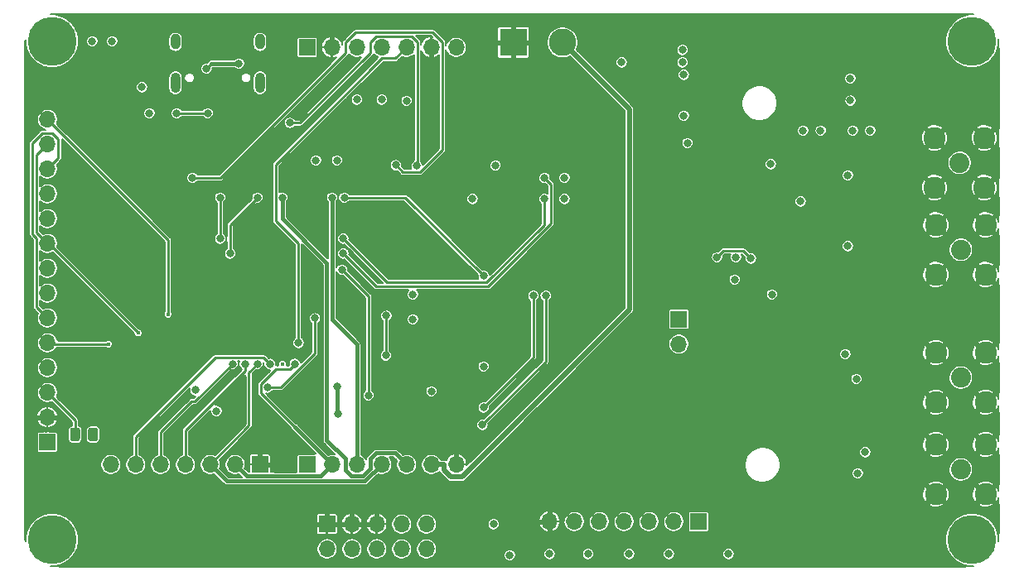
<source format=gbl>
G04 #@! TF.GenerationSoftware,KiCad,Pcbnew,(5.1.10)-1*
G04 #@! TF.CreationDate,2021-09-26T11:35:02+02:00*
G04 #@! TF.ProjectId,ESP32Controler,45535033-3243-46f6-9e74-726f6c65722e,rev?*
G04 #@! TF.SameCoordinates,Original*
G04 #@! TF.FileFunction,Copper,L4,Bot*
G04 #@! TF.FilePolarity,Positive*
%FSLAX46Y46*%
G04 Gerber Fmt 4.6, Leading zero omitted, Abs format (unit mm)*
G04 Created by KiCad (PCBNEW (5.1.10)-1) date 2021-09-26 11:35:02*
%MOMM*%
%LPD*%
G01*
G04 APERTURE LIST*
G04 #@! TA.AperFunction,ComponentPad*
%ADD10O,1.000000X1.600000*%
G04 #@! TD*
G04 #@! TA.AperFunction,ComponentPad*
%ADD11O,1.000000X2.100000*%
G04 #@! TD*
G04 #@! TA.AperFunction,ComponentPad*
%ADD12R,1.700000X1.700000*%
G04 #@! TD*
G04 #@! TA.AperFunction,ComponentPad*
%ADD13O,1.700000X1.700000*%
G04 #@! TD*
G04 #@! TA.AperFunction,ComponentPad*
%ADD14C,2.250000*%
G04 #@! TD*
G04 #@! TA.AperFunction,ComponentPad*
%ADD15C,2.050000*%
G04 #@! TD*
G04 #@! TA.AperFunction,ComponentPad*
%ADD16C,2.800000*%
G04 #@! TD*
G04 #@! TA.AperFunction,ComponentPad*
%ADD17R,2.800000X2.800000*%
G04 #@! TD*
G04 #@! TA.AperFunction,ComponentPad*
%ADD18C,0.800000*%
G04 #@! TD*
G04 #@! TA.AperFunction,ComponentPad*
%ADD19C,5.000000*%
G04 #@! TD*
G04 #@! TA.AperFunction,ViaPad*
%ADD20C,0.800000*%
G04 #@! TD*
G04 #@! TA.AperFunction,ViaPad*
%ADD21C,0.450000*%
G04 #@! TD*
G04 #@! TA.AperFunction,Conductor*
%ADD22C,0.254000*%
G04 #@! TD*
G04 #@! TA.AperFunction,Conductor*
%ADD23C,0.381000*%
G04 #@! TD*
G04 #@! TA.AperFunction,Conductor*
%ADD24C,0.508000*%
G04 #@! TD*
G04 #@! TA.AperFunction,Conductor*
%ADD25C,0.152400*%
G04 #@! TD*
G04 #@! TA.AperFunction,Conductor*
%ADD26C,0.100000*%
G04 #@! TD*
G04 APERTURE END LIST*
G04 #@! TA.AperFunction,SMDPad,CuDef*
G36*
G01*
X44367500Y-79788598D02*
X44367500Y-80688602D01*
G75*
G02*
X44117502Y-80938600I-249998J0D01*
G01*
X43592498Y-80938600D01*
G75*
G02*
X43342500Y-80688602I0J249998D01*
G01*
X43342500Y-79788598D01*
G75*
G02*
X43592498Y-79538600I249998J0D01*
G01*
X44117502Y-79538600D01*
G75*
G02*
X44367500Y-79788598I0J-249998D01*
G01*
G37*
G04 #@! TD.AperFunction*
G04 #@! TA.AperFunction,SMDPad,CuDef*
G36*
G01*
X46192500Y-79788598D02*
X46192500Y-80688602D01*
G75*
G02*
X45942502Y-80938600I-249998J0D01*
G01*
X45417498Y-80938600D01*
G75*
G02*
X45167500Y-80688602I0J249998D01*
G01*
X45167500Y-79788598D01*
G75*
G02*
X45417498Y-79538600I249998J0D01*
G01*
X45942502Y-79538600D01*
G75*
G02*
X46192500Y-79788598I0J-249998D01*
G01*
G37*
G04 #@! TD.AperFunction*
D10*
X54100000Y-40073000D03*
X62740000Y-40073000D03*
D11*
X54100000Y-44253000D03*
X62740000Y-44253000D03*
D12*
X105537000Y-68453000D03*
D13*
X105537000Y-70993000D03*
D14*
X131826000Y-63881000D03*
X131826000Y-58801000D03*
X136906000Y-58801000D03*
X136906000Y-63881000D03*
D15*
X134366000Y-61341000D03*
D14*
X131826000Y-76962000D03*
X131826000Y-71882000D03*
X136906000Y-71882000D03*
X136906000Y-76962000D03*
D15*
X134366000Y-74422000D03*
D14*
X131699000Y-54991000D03*
X131699000Y-49911000D03*
X136779000Y-49911000D03*
X136779000Y-54991000D03*
D15*
X134239000Y-52451000D03*
D14*
X131826000Y-86360000D03*
X131826000Y-81280000D03*
X136906000Y-81280000D03*
X136906000Y-86360000D03*
D15*
X134366000Y-83820000D03*
D13*
X41021000Y-48006000D03*
X41021000Y-50546000D03*
X41021000Y-53086000D03*
X41021000Y-55626000D03*
X41021000Y-58166000D03*
X41021000Y-60706000D03*
X41021000Y-63246000D03*
X41021000Y-65786000D03*
X41021000Y-68326000D03*
X41021000Y-70866000D03*
X41021000Y-73406000D03*
X41021000Y-75946000D03*
X41021000Y-78486000D03*
D12*
X41021000Y-81026000D03*
D13*
X79756000Y-91948000D03*
X79756000Y-89408000D03*
X77216000Y-91948000D03*
X77216000Y-89408000D03*
X74676000Y-91948000D03*
X74676000Y-89408000D03*
X72136000Y-91948000D03*
X72136000Y-89408000D03*
X69596000Y-91948000D03*
D12*
X69596000Y-89408000D03*
D16*
X93646000Y-40132000D03*
D17*
X88646000Y-40132000D03*
D13*
X47498000Y-83312000D03*
X50038000Y-83312000D03*
X52578000Y-83312000D03*
X55118000Y-83312000D03*
X57658000Y-83312000D03*
X60198000Y-83312000D03*
D12*
X62738000Y-83312000D03*
D13*
X82804000Y-40640000D03*
X80264000Y-40640000D03*
X77724000Y-40640000D03*
X75184000Y-40640000D03*
X72644000Y-40640000D03*
X70104000Y-40640000D03*
D12*
X67564000Y-40640000D03*
D13*
X82804000Y-83312000D03*
X80264000Y-83312000D03*
X77724000Y-83312000D03*
X75184000Y-83312000D03*
X72644000Y-83312000D03*
X70104000Y-83312000D03*
D12*
X67564000Y-83312000D03*
D13*
X92329000Y-89154000D03*
X94869000Y-89154000D03*
X97409000Y-89154000D03*
X99949000Y-89154000D03*
X102489000Y-89154000D03*
X105029000Y-89154000D03*
D12*
X107569000Y-89154000D03*
D18*
X42825825Y-38674175D03*
X41500000Y-38125000D03*
X40174175Y-38674175D03*
X39625000Y-40000000D03*
X40174175Y-41325825D03*
X41500000Y-41875000D03*
X42825825Y-41325825D03*
X43375000Y-40000000D03*
D19*
X41500000Y-40000000D03*
D18*
X42825825Y-89674175D03*
X41500000Y-89125000D03*
X40174175Y-89674175D03*
X39625000Y-91000000D03*
X40174175Y-92325825D03*
X41500000Y-92875000D03*
X42825825Y-92325825D03*
X43375000Y-91000000D03*
D19*
X41500000Y-91000000D03*
D18*
X136825825Y-38674175D03*
X135500000Y-38125000D03*
X134174175Y-38674175D03*
X133625000Y-40000000D03*
X134174175Y-41325825D03*
X135500000Y-41875000D03*
X136825825Y-41325825D03*
X137375000Y-40000000D03*
D19*
X135500000Y-40000000D03*
D18*
X136825825Y-89674175D03*
X135500000Y-89125000D03*
X134174175Y-89674175D03*
X133625000Y-91000000D03*
X134174175Y-92325825D03*
X135500000Y-92875000D03*
X136825825Y-92325825D03*
X137375000Y-91000000D03*
D19*
X135500000Y-91000000D03*
D20*
X56121300Y-55943500D03*
X56108600Y-72999600D03*
X112217200Y-71094600D03*
X112268000Y-57404000D03*
X102997000Y-47625000D03*
X104648000Y-50419000D03*
X63627000Y-63754000D03*
X65024000Y-66929000D03*
X63627000Y-66929000D03*
X62357000Y-66929000D03*
X61722000Y-66167000D03*
X62992000Y-66167000D03*
X64262000Y-66167000D03*
X65659000Y-66040000D03*
X64897000Y-65405000D03*
X63627000Y-65405000D03*
X62357000Y-65405000D03*
X61722000Y-64643000D03*
X62992000Y-64643000D03*
X64262000Y-64643000D03*
X65532000Y-64643000D03*
X64770000Y-63754000D03*
X62357000Y-63754000D03*
X51435000Y-49276000D03*
X121031000Y-45974000D03*
X121031000Y-43942000D03*
X63500000Y-79883000D03*
X60579000Y-78740000D03*
X104013000Y-80010000D03*
X101473000Y-80010000D03*
X98933000Y-80010000D03*
X96139000Y-80010000D03*
X93853000Y-80010000D03*
X91567000Y-80010000D03*
X116967000Y-52578000D03*
X109220000Y-55245000D03*
X116967000Y-65913000D03*
X109220000Y-68834000D03*
X128905000Y-73660000D03*
X124587000Y-72009000D03*
X128905000Y-83947000D03*
X88519000Y-89408000D03*
X80264000Y-73914000D03*
X88773000Y-52705000D03*
X68326000Y-49657000D03*
X69977000Y-43688000D03*
X66548000Y-43688000D03*
X62357000Y-47117000D03*
X48006000Y-47498000D03*
X45593000Y-47371000D03*
X47879000Y-45085000D03*
X45593000Y-45085000D03*
X49784000Y-41910000D03*
X45593000Y-41783000D03*
X94869000Y-71247000D03*
X94869000Y-66675000D03*
X82804000Y-63119000D03*
X54991000Y-46482000D03*
X82804000Y-53594000D03*
X86995000Y-56642000D03*
X71602600Y-68021200D03*
X56085700Y-77531000D03*
X53987700Y-77531000D03*
X63500000Y-75438000D03*
X75653900Y-68097400D03*
X75615800Y-72161400D03*
X68364100Y-68338700D03*
D21*
X65024000Y-73025000D03*
X65024000Y-73025000D03*
X50292000Y-69850000D03*
D20*
X45669200Y-80238600D03*
X77724000Y-46101000D03*
X75184000Y-45974000D03*
X72644000Y-45974000D03*
X51435000Y-47371000D03*
X86614000Y-89408000D03*
X123063000Y-43815000D03*
X123825000Y-84201000D03*
X123698000Y-74549000D03*
X122809000Y-60960000D03*
X122809000Y-53721000D03*
X114935000Y-52578000D03*
X123317000Y-49149000D03*
X56134000Y-75692000D03*
X58293000Y-77851000D03*
X99695000Y-42164000D03*
X105918000Y-40894000D03*
X105918000Y-42164000D03*
X106045000Y-43434000D03*
X106045000Y-47625000D03*
X106426000Y-50419000D03*
X118237000Y-49149000D03*
X111379000Y-62103000D03*
X111252000Y-64389000D03*
X115062000Y-65913000D03*
X122555000Y-72009000D03*
X124587000Y-82042000D03*
X110617000Y-92456000D03*
X104521000Y-92456000D03*
X100457000Y-92456000D03*
X96266000Y-92456000D03*
X92329000Y-92456000D03*
X88265000Y-92583000D03*
X80264000Y-75819000D03*
X78359000Y-65913000D03*
X78359000Y-68453000D03*
X93853000Y-56134000D03*
X93853000Y-53975000D03*
X70612000Y-52197000D03*
X68453000Y-52197000D03*
X47625000Y-40005000D03*
X45593000Y-40005000D03*
X117983000Y-56388000D03*
X123079000Y-46085000D03*
X85598000Y-73279000D03*
X86807000Y-52705000D03*
X84455000Y-56134000D03*
X50673000Y-44704000D03*
X85471000Y-79248000D03*
X91953000Y-66039000D03*
X85598000Y-77470000D03*
X90673000Y-66039000D03*
X66675000Y-70866000D03*
X59944000Y-73016000D03*
X61214000Y-73016000D03*
X66294000Y-73016000D03*
X62484000Y-73016000D03*
D21*
X47244000Y-70993000D03*
D20*
X70612000Y-75311000D03*
X70739000Y-78105000D03*
X73834501Y-76247501D03*
X71120000Y-63373000D03*
X65024000Y-56007000D03*
X58674000Y-56007000D03*
X58674000Y-60198000D03*
X71247000Y-60198000D03*
X91812000Y-56134000D03*
X62484000Y-56007000D03*
X59690000Y-61722000D03*
X71247000Y-61722000D03*
X91812000Y-53975000D03*
D21*
X53340000Y-67945000D03*
D20*
X54229000Y-47371000D03*
X57404000Y-47371000D03*
X60579000Y-42291000D03*
X57277000Y-42799000D03*
X65798700Y-48361600D03*
X78754600Y-52755800D03*
X55841900Y-53975000D03*
X76617200Y-52692300D03*
X70104000Y-56016000D03*
X112903000Y-62230000D03*
X109450500Y-62103000D03*
X120038500Y-49149000D03*
X125095000Y-49149000D03*
X85598000Y-64008000D03*
X71374000Y-56016000D03*
X63754000Y-73016000D03*
D22*
X75653900Y-72123300D02*
X75615800Y-72161400D01*
X75653900Y-68097400D02*
X75653900Y-72123300D01*
X64873962Y-75438000D02*
X63500000Y-75438000D01*
X68364100Y-71947862D02*
X64873962Y-75438000D01*
X68364100Y-68338700D02*
X68364100Y-71947862D01*
X42148001Y-51958999D02*
X41021000Y-53086000D01*
X41561961Y-49418999D02*
X42148001Y-50005039D01*
X40480039Y-49418999D02*
X41561961Y-49418999D01*
X42148001Y-50005039D02*
X42148001Y-51958999D01*
X39489989Y-50409049D02*
X40480039Y-49418999D01*
X39489989Y-59746345D02*
X39489989Y-50409049D01*
X39893999Y-60150355D02*
X39489989Y-59746345D01*
X39893999Y-67198999D02*
X39893999Y-60150355D01*
X41021000Y-68326000D02*
X39893999Y-67198999D01*
X39893999Y-59578999D02*
X41021000Y-60706000D01*
X39893999Y-51673001D02*
X39893999Y-59578999D01*
X41021000Y-50546000D02*
X39893999Y-51673001D01*
X41148000Y-60706000D02*
X41021000Y-60706000D01*
X50292000Y-69850000D02*
X41148000Y-60706000D01*
X91953000Y-72766000D02*
X91953000Y-66039000D01*
X85471000Y-79248000D02*
X91953000Y-72766000D01*
X90673000Y-72395000D02*
X90673000Y-66039000D01*
X85598000Y-77470000D02*
X90673000Y-72395000D01*
X76596999Y-41767001D02*
X77724000Y-40640000D01*
X75214037Y-41767001D02*
X76596999Y-41767001D01*
X64346999Y-52634039D02*
X75214037Y-41767001D01*
X64346999Y-58390699D02*
X64346999Y-52634039D01*
X66675000Y-60718700D02*
X64346999Y-58390699D01*
X66675000Y-70866000D02*
X66675000Y-60718700D01*
X56106001Y-76853999D02*
X59944000Y-73016000D01*
X55760739Y-76853999D02*
X56106001Y-76853999D01*
X52578000Y-80036738D02*
X55760739Y-76853999D01*
X52578000Y-83312000D02*
X52578000Y-80036738D01*
X61214000Y-73714644D02*
X61214000Y-73016000D01*
X55118000Y-79810644D02*
X61214000Y-73714644D01*
X55118000Y-83312000D02*
X55118000Y-79810644D01*
D23*
X70104000Y-83312000D02*
X66294000Y-79502000D01*
X68913499Y-84502501D02*
X70104000Y-83312000D01*
X61388501Y-84502501D02*
X68913499Y-84502501D01*
X60198000Y-83312000D02*
X61388501Y-84502501D01*
D22*
X64409037Y-73527001D02*
X65782999Y-73527001D01*
X62822999Y-75113039D02*
X64409037Y-73527001D01*
X62822999Y-76030999D02*
X62822999Y-75113039D01*
X65782999Y-73527001D02*
X66294000Y-73016000D01*
X66294000Y-79502000D02*
X62822999Y-76030999D01*
D23*
X59379511Y-85033511D02*
X57658000Y-83312000D01*
X73462489Y-85033511D02*
X59379511Y-85033511D01*
X75184000Y-83312000D02*
X73462489Y-85033511D01*
D22*
X61618009Y-73881991D02*
X62484000Y-73016000D01*
X61618009Y-79351991D02*
X61618009Y-73881991D01*
X57658000Y-83312000D02*
X61618009Y-79351991D01*
X41148000Y-70993000D02*
X41021000Y-70866000D01*
X47244000Y-70993000D02*
X41148000Y-70993000D01*
X43855000Y-78780000D02*
X41021000Y-75946000D01*
X43855000Y-80238600D02*
X43855000Y-78780000D01*
D23*
X70612000Y-77978000D02*
X70739000Y-78105000D01*
X70612000Y-75311000D02*
X70612000Y-77978000D01*
D22*
X73834501Y-66087501D02*
X71120000Y-63373000D01*
X73834501Y-76247501D02*
X73834501Y-66087501D01*
D24*
X100499001Y-46985001D02*
X93646000Y-40132000D01*
X100499001Y-67472921D02*
X100499001Y-46985001D01*
X82202079Y-84566001D02*
X83405921Y-84566001D01*
X81549999Y-83913921D02*
X82202079Y-84566001D01*
X81549999Y-83327999D02*
X81549999Y-83913921D01*
X81534000Y-83312000D02*
X81549999Y-83327999D01*
X83405921Y-84566001D02*
X100499001Y-67472921D01*
X80264000Y-83312000D02*
X81534000Y-83312000D01*
D23*
X65024000Y-56007000D02*
X65024000Y-58166000D01*
X65024000Y-58166000D02*
X69572990Y-62714990D01*
X74612559Y-82121499D02*
X76533499Y-82121499D01*
X76533499Y-82121499D02*
X77724000Y-83312000D01*
X73242539Y-84502501D02*
X73993499Y-83751541D01*
X72072559Y-84502501D02*
X73242539Y-84502501D01*
X71453499Y-82740559D02*
X71453499Y-83883441D01*
X73993499Y-82740559D02*
X74612559Y-82121499D01*
X73993499Y-83751541D02*
X73993499Y-82740559D01*
X71453499Y-83883441D02*
X72072559Y-84502501D01*
X69572990Y-80860050D02*
X71453499Y-82740559D01*
X69572990Y-62714990D02*
X69572990Y-80860050D01*
D22*
X58674000Y-56007000D02*
X58674000Y-60198000D01*
X91812000Y-58795962D02*
X91812000Y-56134000D01*
X85922961Y-64685001D02*
X91812000Y-58795962D01*
X75734001Y-64685001D02*
X85922961Y-64685001D01*
X71247000Y-60198000D02*
X75734001Y-64685001D01*
X59690000Y-58801000D02*
X59690000Y-61722000D01*
X62484000Y-56007000D02*
X59690000Y-58801000D01*
X92489001Y-58690317D02*
X92489001Y-54652001D01*
X86090308Y-65089010D02*
X92489001Y-58690317D01*
X92489001Y-54652001D02*
X91812000Y-53975000D01*
X74614010Y-65089010D02*
X86090308Y-65089010D01*
X71247000Y-61722000D02*
X74614010Y-65089010D01*
X53340000Y-60325000D02*
X41021000Y-48006000D01*
X53340000Y-67945000D02*
X53340000Y-60325000D01*
X54229000Y-47371000D02*
X57404000Y-47371000D01*
D23*
X60579000Y-42291000D02*
X57785000Y-42291000D01*
D22*
X57785000Y-42291000D02*
X57277000Y-42799000D01*
X78851001Y-52659399D02*
X78754600Y-52755800D01*
X78851001Y-40099039D02*
X78851001Y-52659399D01*
X78264961Y-39512999D02*
X78851001Y-40099039D01*
X74643039Y-39512999D02*
X78264961Y-39512999D01*
X74056999Y-40099039D02*
X74643039Y-39512999D01*
X74056999Y-41180961D02*
X74056999Y-40099039D01*
X66876360Y-48361600D02*
X74056999Y-41180961D01*
X65798700Y-48361600D02*
X66876360Y-48361600D01*
X77357701Y-53432801D02*
X76617200Y-52692300D01*
X81391001Y-51121361D02*
X79079561Y-53432801D01*
X79079561Y-53432801D02*
X77357701Y-53432801D01*
X81391001Y-40099039D02*
X81391001Y-51121361D01*
X71516999Y-40099039D02*
X72507048Y-39108990D01*
X71516999Y-41180961D02*
X71516999Y-40099039D01*
X80400952Y-39108990D02*
X81391001Y-40099039D01*
X72507048Y-39108990D02*
X80400952Y-39108990D01*
X58722960Y-53975000D02*
X71516999Y-41180961D01*
X55841900Y-53975000D02*
X58722960Y-53975000D01*
D23*
X72644000Y-83312000D02*
X72644000Y-70993000D01*
X70104000Y-68453000D02*
X70104000Y-56016000D01*
X72644000Y-70993000D02*
X70104000Y-68453000D01*
D22*
X110127501Y-61425999D02*
X109450500Y-62103000D01*
X112098999Y-61425999D02*
X110127501Y-61425999D01*
X112903000Y-62230000D02*
X112098999Y-61425999D01*
X77606000Y-56016000D02*
X71374000Y-56016000D01*
X85598000Y-64008000D02*
X77606000Y-56016000D01*
X63076999Y-72338999D02*
X63754000Y-73016000D01*
X58177739Y-72338999D02*
X63076999Y-72338999D01*
X50038000Y-80478738D02*
X58177739Y-72338999D01*
X50038000Y-83312000D02*
X50038000Y-80478738D01*
D25*
X135669130Y-37271400D02*
X135231256Y-37271400D01*
X134704097Y-37376258D01*
X134207523Y-37581946D01*
X133760619Y-37880558D01*
X133380558Y-38260619D01*
X133081946Y-38707523D01*
X132876258Y-39204097D01*
X132771400Y-39731256D01*
X132771400Y-40268744D01*
X132876258Y-40795903D01*
X133081946Y-41292477D01*
X133380558Y-41739381D01*
X133760619Y-42119442D01*
X134207523Y-42418054D01*
X134704097Y-42623742D01*
X135231256Y-42728600D01*
X135768744Y-42728600D01*
X136295903Y-42623742D01*
X136792477Y-42418054D01*
X137239381Y-42119442D01*
X137619442Y-41739381D01*
X137918054Y-41292477D01*
X138123742Y-40795903D01*
X138228600Y-40268744D01*
X138228600Y-39823687D01*
X138246374Y-39992794D01*
X138246400Y-40000310D01*
X138246401Y-58475057D01*
X138201575Y-58309501D01*
X138080794Y-58066192D01*
X138034450Y-57996831D01*
X137849854Y-57875107D01*
X136923961Y-58801000D01*
X137849854Y-59726893D01*
X138034450Y-59605169D01*
X138169652Y-59369568D01*
X138246401Y-59141511D01*
X138246401Y-63555058D01*
X138201575Y-63389501D01*
X138080794Y-63146192D01*
X138034450Y-63076831D01*
X137849854Y-62955107D01*
X136923961Y-63881000D01*
X137849854Y-64806893D01*
X138034450Y-64685169D01*
X138169652Y-64449568D01*
X138246401Y-64221511D01*
X138246401Y-71556059D01*
X138201575Y-71390501D01*
X138080794Y-71147192D01*
X138034450Y-71077831D01*
X137849854Y-70956107D01*
X136923961Y-71882000D01*
X137849854Y-72807893D01*
X138034450Y-72686169D01*
X138169652Y-72450568D01*
X138246401Y-72222510D01*
X138246401Y-76636058D01*
X138201575Y-76470501D01*
X138080794Y-76227192D01*
X138034450Y-76157831D01*
X137849854Y-76036107D01*
X136923961Y-76962000D01*
X137849854Y-77887893D01*
X138034450Y-77766169D01*
X138169652Y-77530568D01*
X138246401Y-77302511D01*
X138246401Y-80954057D01*
X138201575Y-80788501D01*
X138080794Y-80545192D01*
X138034450Y-80475831D01*
X137849854Y-80354107D01*
X136923961Y-81280000D01*
X137849854Y-82205893D01*
X138034450Y-82084169D01*
X138169652Y-81848568D01*
X138246401Y-81620511D01*
X138246400Y-86034056D01*
X138201575Y-85868501D01*
X138080794Y-85625192D01*
X138034450Y-85555831D01*
X137849854Y-85434107D01*
X136923961Y-86360000D01*
X137849854Y-87285893D01*
X138034450Y-87164169D01*
X138169652Y-86928568D01*
X138246400Y-86700512D01*
X138246400Y-90987593D01*
X138228600Y-91169130D01*
X138228600Y-90731256D01*
X138123742Y-90204097D01*
X137918054Y-89707523D01*
X137619442Y-89260619D01*
X137239381Y-88880558D01*
X136792477Y-88581946D01*
X136295903Y-88376258D01*
X135768744Y-88271400D01*
X135231256Y-88271400D01*
X134704097Y-88376258D01*
X134207523Y-88581946D01*
X133760619Y-88880558D01*
X133380558Y-89260619D01*
X133081946Y-89707523D01*
X132876258Y-90204097D01*
X132771400Y-90731256D01*
X132771400Y-91268744D01*
X132876258Y-91795903D01*
X133081946Y-92292477D01*
X133380558Y-92739381D01*
X133760619Y-93119442D01*
X134207523Y-93418054D01*
X134704097Y-93623742D01*
X135231256Y-93728600D01*
X135676313Y-93728600D01*
X135507206Y-93746374D01*
X135499690Y-93746400D01*
X41512407Y-93746400D01*
X41330870Y-93728600D01*
X41768744Y-93728600D01*
X42295903Y-93623742D01*
X42792477Y-93418054D01*
X43239381Y-93119442D01*
X43619442Y-92739381D01*
X43918054Y-92292477D01*
X44104744Y-91841767D01*
X68517400Y-91841767D01*
X68517400Y-92054233D01*
X68558850Y-92262616D01*
X68640157Y-92458909D01*
X68758197Y-92635567D01*
X68908433Y-92785803D01*
X69085091Y-92903843D01*
X69281384Y-92985150D01*
X69489767Y-93026600D01*
X69702233Y-93026600D01*
X69910616Y-92985150D01*
X70106909Y-92903843D01*
X70283567Y-92785803D01*
X70433803Y-92635567D01*
X70551843Y-92458909D01*
X70633150Y-92262616D01*
X70674600Y-92054233D01*
X70674600Y-91841767D01*
X71057400Y-91841767D01*
X71057400Y-92054233D01*
X71098850Y-92262616D01*
X71180157Y-92458909D01*
X71298197Y-92635567D01*
X71448433Y-92785803D01*
X71625091Y-92903843D01*
X71821384Y-92985150D01*
X72029767Y-93026600D01*
X72242233Y-93026600D01*
X72450616Y-92985150D01*
X72646909Y-92903843D01*
X72823567Y-92785803D01*
X72973803Y-92635567D01*
X73091843Y-92458909D01*
X73173150Y-92262616D01*
X73214600Y-92054233D01*
X73214600Y-91841767D01*
X73597400Y-91841767D01*
X73597400Y-92054233D01*
X73638850Y-92262616D01*
X73720157Y-92458909D01*
X73838197Y-92635567D01*
X73988433Y-92785803D01*
X74165091Y-92903843D01*
X74361384Y-92985150D01*
X74569767Y-93026600D01*
X74782233Y-93026600D01*
X74990616Y-92985150D01*
X75186909Y-92903843D01*
X75363567Y-92785803D01*
X75513803Y-92635567D01*
X75631843Y-92458909D01*
X75713150Y-92262616D01*
X75754600Y-92054233D01*
X75754600Y-91841767D01*
X76137400Y-91841767D01*
X76137400Y-92054233D01*
X76178850Y-92262616D01*
X76260157Y-92458909D01*
X76378197Y-92635567D01*
X76528433Y-92785803D01*
X76705091Y-92903843D01*
X76901384Y-92985150D01*
X77109767Y-93026600D01*
X77322233Y-93026600D01*
X77530616Y-92985150D01*
X77726909Y-92903843D01*
X77903567Y-92785803D01*
X78053803Y-92635567D01*
X78171843Y-92458909D01*
X78253150Y-92262616D01*
X78294600Y-92054233D01*
X78294600Y-91841767D01*
X78677400Y-91841767D01*
X78677400Y-92054233D01*
X78718850Y-92262616D01*
X78800157Y-92458909D01*
X78918197Y-92635567D01*
X79068433Y-92785803D01*
X79245091Y-92903843D01*
X79441384Y-92985150D01*
X79649767Y-93026600D01*
X79862233Y-93026600D01*
X80070616Y-92985150D01*
X80266909Y-92903843D01*
X80443567Y-92785803D01*
X80593803Y-92635567D01*
X80670296Y-92521088D01*
X87636400Y-92521088D01*
X87636400Y-92644912D01*
X87660556Y-92766356D01*
X87707941Y-92880754D01*
X87776734Y-92983709D01*
X87864291Y-93071266D01*
X87967246Y-93140059D01*
X88081644Y-93187444D01*
X88203088Y-93211600D01*
X88326912Y-93211600D01*
X88448356Y-93187444D01*
X88562754Y-93140059D01*
X88665709Y-93071266D01*
X88753266Y-92983709D01*
X88822059Y-92880754D01*
X88869444Y-92766356D01*
X88893600Y-92644912D01*
X88893600Y-92521088D01*
X88869444Y-92399644D01*
X88867143Y-92394088D01*
X91700400Y-92394088D01*
X91700400Y-92517912D01*
X91724556Y-92639356D01*
X91771941Y-92753754D01*
X91840734Y-92856709D01*
X91928291Y-92944266D01*
X92031246Y-93013059D01*
X92145644Y-93060444D01*
X92267088Y-93084600D01*
X92390912Y-93084600D01*
X92512356Y-93060444D01*
X92626754Y-93013059D01*
X92729709Y-92944266D01*
X92817266Y-92856709D01*
X92886059Y-92753754D01*
X92933444Y-92639356D01*
X92957600Y-92517912D01*
X92957600Y-92394088D01*
X95637400Y-92394088D01*
X95637400Y-92517912D01*
X95661556Y-92639356D01*
X95708941Y-92753754D01*
X95777734Y-92856709D01*
X95865291Y-92944266D01*
X95968246Y-93013059D01*
X96082644Y-93060444D01*
X96204088Y-93084600D01*
X96327912Y-93084600D01*
X96449356Y-93060444D01*
X96563754Y-93013059D01*
X96666709Y-92944266D01*
X96754266Y-92856709D01*
X96823059Y-92753754D01*
X96870444Y-92639356D01*
X96894600Y-92517912D01*
X96894600Y-92394088D01*
X99828400Y-92394088D01*
X99828400Y-92517912D01*
X99852556Y-92639356D01*
X99899941Y-92753754D01*
X99968734Y-92856709D01*
X100056291Y-92944266D01*
X100159246Y-93013059D01*
X100273644Y-93060444D01*
X100395088Y-93084600D01*
X100518912Y-93084600D01*
X100640356Y-93060444D01*
X100754754Y-93013059D01*
X100857709Y-92944266D01*
X100945266Y-92856709D01*
X101014059Y-92753754D01*
X101061444Y-92639356D01*
X101085600Y-92517912D01*
X101085600Y-92394088D01*
X103892400Y-92394088D01*
X103892400Y-92517912D01*
X103916556Y-92639356D01*
X103963941Y-92753754D01*
X104032734Y-92856709D01*
X104120291Y-92944266D01*
X104223246Y-93013059D01*
X104337644Y-93060444D01*
X104459088Y-93084600D01*
X104582912Y-93084600D01*
X104704356Y-93060444D01*
X104818754Y-93013059D01*
X104921709Y-92944266D01*
X105009266Y-92856709D01*
X105078059Y-92753754D01*
X105125444Y-92639356D01*
X105149600Y-92517912D01*
X105149600Y-92394088D01*
X109988400Y-92394088D01*
X109988400Y-92517912D01*
X110012556Y-92639356D01*
X110059941Y-92753754D01*
X110128734Y-92856709D01*
X110216291Y-92944266D01*
X110319246Y-93013059D01*
X110433644Y-93060444D01*
X110555088Y-93084600D01*
X110678912Y-93084600D01*
X110800356Y-93060444D01*
X110914754Y-93013059D01*
X111017709Y-92944266D01*
X111105266Y-92856709D01*
X111174059Y-92753754D01*
X111221444Y-92639356D01*
X111245600Y-92517912D01*
X111245600Y-92394088D01*
X111221444Y-92272644D01*
X111174059Y-92158246D01*
X111105266Y-92055291D01*
X111017709Y-91967734D01*
X110914754Y-91898941D01*
X110800356Y-91851556D01*
X110678912Y-91827400D01*
X110555088Y-91827400D01*
X110433644Y-91851556D01*
X110319246Y-91898941D01*
X110216291Y-91967734D01*
X110128734Y-92055291D01*
X110059941Y-92158246D01*
X110012556Y-92272644D01*
X109988400Y-92394088D01*
X105149600Y-92394088D01*
X105125444Y-92272644D01*
X105078059Y-92158246D01*
X105009266Y-92055291D01*
X104921709Y-91967734D01*
X104818754Y-91898941D01*
X104704356Y-91851556D01*
X104582912Y-91827400D01*
X104459088Y-91827400D01*
X104337644Y-91851556D01*
X104223246Y-91898941D01*
X104120291Y-91967734D01*
X104032734Y-92055291D01*
X103963941Y-92158246D01*
X103916556Y-92272644D01*
X103892400Y-92394088D01*
X101085600Y-92394088D01*
X101061444Y-92272644D01*
X101014059Y-92158246D01*
X100945266Y-92055291D01*
X100857709Y-91967734D01*
X100754754Y-91898941D01*
X100640356Y-91851556D01*
X100518912Y-91827400D01*
X100395088Y-91827400D01*
X100273644Y-91851556D01*
X100159246Y-91898941D01*
X100056291Y-91967734D01*
X99968734Y-92055291D01*
X99899941Y-92158246D01*
X99852556Y-92272644D01*
X99828400Y-92394088D01*
X96894600Y-92394088D01*
X96870444Y-92272644D01*
X96823059Y-92158246D01*
X96754266Y-92055291D01*
X96666709Y-91967734D01*
X96563754Y-91898941D01*
X96449356Y-91851556D01*
X96327912Y-91827400D01*
X96204088Y-91827400D01*
X96082644Y-91851556D01*
X95968246Y-91898941D01*
X95865291Y-91967734D01*
X95777734Y-92055291D01*
X95708941Y-92158246D01*
X95661556Y-92272644D01*
X95637400Y-92394088D01*
X92957600Y-92394088D01*
X92933444Y-92272644D01*
X92886059Y-92158246D01*
X92817266Y-92055291D01*
X92729709Y-91967734D01*
X92626754Y-91898941D01*
X92512356Y-91851556D01*
X92390912Y-91827400D01*
X92267088Y-91827400D01*
X92145644Y-91851556D01*
X92031246Y-91898941D01*
X91928291Y-91967734D01*
X91840734Y-92055291D01*
X91771941Y-92158246D01*
X91724556Y-92272644D01*
X91700400Y-92394088D01*
X88867143Y-92394088D01*
X88822059Y-92285246D01*
X88753266Y-92182291D01*
X88665709Y-92094734D01*
X88562754Y-92025941D01*
X88448356Y-91978556D01*
X88326912Y-91954400D01*
X88203088Y-91954400D01*
X88081644Y-91978556D01*
X87967246Y-92025941D01*
X87864291Y-92094734D01*
X87776734Y-92182291D01*
X87707941Y-92285246D01*
X87660556Y-92399644D01*
X87636400Y-92521088D01*
X80670296Y-92521088D01*
X80711843Y-92458909D01*
X80793150Y-92262616D01*
X80834600Y-92054233D01*
X80834600Y-91841767D01*
X80793150Y-91633384D01*
X80711843Y-91437091D01*
X80593803Y-91260433D01*
X80443567Y-91110197D01*
X80266909Y-90992157D01*
X80070616Y-90910850D01*
X79862233Y-90869400D01*
X79649767Y-90869400D01*
X79441384Y-90910850D01*
X79245091Y-90992157D01*
X79068433Y-91110197D01*
X78918197Y-91260433D01*
X78800157Y-91437091D01*
X78718850Y-91633384D01*
X78677400Y-91841767D01*
X78294600Y-91841767D01*
X78253150Y-91633384D01*
X78171843Y-91437091D01*
X78053803Y-91260433D01*
X77903567Y-91110197D01*
X77726909Y-90992157D01*
X77530616Y-90910850D01*
X77322233Y-90869400D01*
X77109767Y-90869400D01*
X76901384Y-90910850D01*
X76705091Y-90992157D01*
X76528433Y-91110197D01*
X76378197Y-91260433D01*
X76260157Y-91437091D01*
X76178850Y-91633384D01*
X76137400Y-91841767D01*
X75754600Y-91841767D01*
X75713150Y-91633384D01*
X75631843Y-91437091D01*
X75513803Y-91260433D01*
X75363567Y-91110197D01*
X75186909Y-90992157D01*
X74990616Y-90910850D01*
X74782233Y-90869400D01*
X74569767Y-90869400D01*
X74361384Y-90910850D01*
X74165091Y-90992157D01*
X73988433Y-91110197D01*
X73838197Y-91260433D01*
X73720157Y-91437091D01*
X73638850Y-91633384D01*
X73597400Y-91841767D01*
X73214600Y-91841767D01*
X73173150Y-91633384D01*
X73091843Y-91437091D01*
X72973803Y-91260433D01*
X72823567Y-91110197D01*
X72646909Y-90992157D01*
X72450616Y-90910850D01*
X72242233Y-90869400D01*
X72029767Y-90869400D01*
X71821384Y-90910850D01*
X71625091Y-90992157D01*
X71448433Y-91110197D01*
X71298197Y-91260433D01*
X71180157Y-91437091D01*
X71098850Y-91633384D01*
X71057400Y-91841767D01*
X70674600Y-91841767D01*
X70633150Y-91633384D01*
X70551843Y-91437091D01*
X70433803Y-91260433D01*
X70283567Y-91110197D01*
X70106909Y-90992157D01*
X69910616Y-90910850D01*
X69702233Y-90869400D01*
X69489767Y-90869400D01*
X69281384Y-90910850D01*
X69085091Y-90992157D01*
X68908433Y-91110197D01*
X68758197Y-91260433D01*
X68640157Y-91437091D01*
X68558850Y-91633384D01*
X68517400Y-91841767D01*
X44104744Y-91841767D01*
X44123742Y-91795903D01*
X44228600Y-91268744D01*
X44228600Y-90731256D01*
X44134464Y-90258000D01*
X68490771Y-90258000D01*
X68495675Y-90307793D01*
X68510199Y-90355672D01*
X68533785Y-90399798D01*
X68565526Y-90438474D01*
X68604202Y-90470215D01*
X68648328Y-90493801D01*
X68696207Y-90508325D01*
X68746000Y-90513229D01*
X69519800Y-90512000D01*
X69583300Y-90448500D01*
X69583300Y-89420700D01*
X69608700Y-89420700D01*
X69608700Y-90448500D01*
X69672200Y-90512000D01*
X70446000Y-90513229D01*
X70495793Y-90508325D01*
X70543672Y-90493801D01*
X70587798Y-90470215D01*
X70626474Y-90438474D01*
X70658215Y-90399798D01*
X70681801Y-90355672D01*
X70696325Y-90307793D01*
X70701229Y-90258000D01*
X70700174Y-89593236D01*
X71047650Y-89593236D01*
X71104700Y-89802003D01*
X71201382Y-89995629D01*
X71333981Y-90166673D01*
X71497401Y-90308561D01*
X71685362Y-90415841D01*
X71890641Y-90484391D01*
X71950764Y-90496349D01*
X72123300Y-90448422D01*
X72123300Y-89420700D01*
X72148700Y-89420700D01*
X72148700Y-90448422D01*
X72321236Y-90496349D01*
X72381359Y-90484391D01*
X72586638Y-90415841D01*
X72774599Y-90308561D01*
X72938019Y-90166673D01*
X73070618Y-89995629D01*
X73167300Y-89802003D01*
X73224350Y-89593236D01*
X73587650Y-89593236D01*
X73644700Y-89802003D01*
X73741382Y-89995629D01*
X73873981Y-90166673D01*
X74037401Y-90308561D01*
X74225362Y-90415841D01*
X74430641Y-90484391D01*
X74490764Y-90496349D01*
X74663300Y-90448422D01*
X74663300Y-89420700D01*
X74688700Y-89420700D01*
X74688700Y-90448422D01*
X74861236Y-90496349D01*
X74921359Y-90484391D01*
X75126638Y-90415841D01*
X75314599Y-90308561D01*
X75478019Y-90166673D01*
X75610618Y-89995629D01*
X75707300Y-89802003D01*
X75764350Y-89593236D01*
X75716428Y-89420700D01*
X74688700Y-89420700D01*
X74663300Y-89420700D01*
X73635572Y-89420700D01*
X73587650Y-89593236D01*
X73224350Y-89593236D01*
X73176428Y-89420700D01*
X72148700Y-89420700D01*
X72123300Y-89420700D01*
X71095572Y-89420700D01*
X71047650Y-89593236D01*
X70700174Y-89593236D01*
X70700000Y-89484200D01*
X70636500Y-89420700D01*
X69608700Y-89420700D01*
X69583300Y-89420700D01*
X68555500Y-89420700D01*
X68492000Y-89484200D01*
X68490771Y-90258000D01*
X44134464Y-90258000D01*
X44123742Y-90204097D01*
X43918054Y-89707523D01*
X43619442Y-89260619D01*
X43239381Y-88880558D01*
X42792477Y-88581946D01*
X42734667Y-88558000D01*
X68490771Y-88558000D01*
X68492000Y-89331800D01*
X68555500Y-89395300D01*
X69583300Y-89395300D01*
X69583300Y-88367500D01*
X69608700Y-88367500D01*
X69608700Y-89395300D01*
X70636500Y-89395300D01*
X70700000Y-89331800D01*
X70700173Y-89222764D01*
X71047650Y-89222764D01*
X71095572Y-89395300D01*
X72123300Y-89395300D01*
X72123300Y-88367578D01*
X72148700Y-88367578D01*
X72148700Y-89395300D01*
X73176428Y-89395300D01*
X73224350Y-89222764D01*
X73587650Y-89222764D01*
X73635572Y-89395300D01*
X74663300Y-89395300D01*
X74663300Y-88367578D01*
X74688700Y-88367578D01*
X74688700Y-89395300D01*
X75716428Y-89395300D01*
X75742406Y-89301767D01*
X76137400Y-89301767D01*
X76137400Y-89514233D01*
X76178850Y-89722616D01*
X76260157Y-89918909D01*
X76378197Y-90095567D01*
X76528433Y-90245803D01*
X76705091Y-90363843D01*
X76901384Y-90445150D01*
X77109767Y-90486600D01*
X77322233Y-90486600D01*
X77530616Y-90445150D01*
X77726909Y-90363843D01*
X77903567Y-90245803D01*
X78053803Y-90095567D01*
X78171843Y-89918909D01*
X78253150Y-89722616D01*
X78294600Y-89514233D01*
X78294600Y-89301767D01*
X78677400Y-89301767D01*
X78677400Y-89514233D01*
X78718850Y-89722616D01*
X78800157Y-89918909D01*
X78918197Y-90095567D01*
X79068433Y-90245803D01*
X79245091Y-90363843D01*
X79441384Y-90445150D01*
X79649767Y-90486600D01*
X79862233Y-90486600D01*
X80070616Y-90445150D01*
X80266909Y-90363843D01*
X80443567Y-90245803D01*
X80593803Y-90095567D01*
X80711843Y-89918909D01*
X80793150Y-89722616D01*
X80834600Y-89514233D01*
X80834600Y-89346088D01*
X85985400Y-89346088D01*
X85985400Y-89469912D01*
X86009556Y-89591356D01*
X86056941Y-89705754D01*
X86125734Y-89808709D01*
X86213291Y-89896266D01*
X86316246Y-89965059D01*
X86430644Y-90012444D01*
X86552088Y-90036600D01*
X86675912Y-90036600D01*
X86797356Y-90012444D01*
X86911754Y-89965059D01*
X87014709Y-89896266D01*
X87102266Y-89808709D01*
X87171059Y-89705754D01*
X87218444Y-89591356D01*
X87242600Y-89469912D01*
X87242600Y-89346088D01*
X87241238Y-89339236D01*
X91240650Y-89339236D01*
X91297700Y-89548003D01*
X91394382Y-89741629D01*
X91526981Y-89912673D01*
X91690401Y-90054561D01*
X91878362Y-90161841D01*
X92083641Y-90230391D01*
X92143764Y-90242349D01*
X92316300Y-90194422D01*
X92316300Y-89166700D01*
X92341700Y-89166700D01*
X92341700Y-90194422D01*
X92514236Y-90242349D01*
X92574359Y-90230391D01*
X92779638Y-90161841D01*
X92967599Y-90054561D01*
X93131019Y-89912673D01*
X93263618Y-89741629D01*
X93360300Y-89548003D01*
X93417350Y-89339236D01*
X93369428Y-89166700D01*
X92341700Y-89166700D01*
X92316300Y-89166700D01*
X91288572Y-89166700D01*
X91240650Y-89339236D01*
X87241238Y-89339236D01*
X87218444Y-89224644D01*
X87171059Y-89110246D01*
X87102266Y-89007291D01*
X87063739Y-88968764D01*
X91240650Y-88968764D01*
X91288572Y-89141300D01*
X92316300Y-89141300D01*
X92316300Y-88113578D01*
X92341700Y-88113578D01*
X92341700Y-89141300D01*
X93369428Y-89141300D01*
X93395406Y-89047767D01*
X93790400Y-89047767D01*
X93790400Y-89260233D01*
X93831850Y-89468616D01*
X93913157Y-89664909D01*
X94031197Y-89841567D01*
X94181433Y-89991803D01*
X94358091Y-90109843D01*
X94554384Y-90191150D01*
X94762767Y-90232600D01*
X94975233Y-90232600D01*
X95183616Y-90191150D01*
X95379909Y-90109843D01*
X95556567Y-89991803D01*
X95706803Y-89841567D01*
X95824843Y-89664909D01*
X95906150Y-89468616D01*
X95947600Y-89260233D01*
X95947600Y-89047767D01*
X96330400Y-89047767D01*
X96330400Y-89260233D01*
X96371850Y-89468616D01*
X96453157Y-89664909D01*
X96571197Y-89841567D01*
X96721433Y-89991803D01*
X96898091Y-90109843D01*
X97094384Y-90191150D01*
X97302767Y-90232600D01*
X97515233Y-90232600D01*
X97723616Y-90191150D01*
X97919909Y-90109843D01*
X98096567Y-89991803D01*
X98246803Y-89841567D01*
X98364843Y-89664909D01*
X98446150Y-89468616D01*
X98487600Y-89260233D01*
X98487600Y-89047767D01*
X98870400Y-89047767D01*
X98870400Y-89260233D01*
X98911850Y-89468616D01*
X98993157Y-89664909D01*
X99111197Y-89841567D01*
X99261433Y-89991803D01*
X99438091Y-90109843D01*
X99634384Y-90191150D01*
X99842767Y-90232600D01*
X100055233Y-90232600D01*
X100263616Y-90191150D01*
X100459909Y-90109843D01*
X100636567Y-89991803D01*
X100786803Y-89841567D01*
X100904843Y-89664909D01*
X100986150Y-89468616D01*
X101027600Y-89260233D01*
X101027600Y-89047767D01*
X101410400Y-89047767D01*
X101410400Y-89260233D01*
X101451850Y-89468616D01*
X101533157Y-89664909D01*
X101651197Y-89841567D01*
X101801433Y-89991803D01*
X101978091Y-90109843D01*
X102174384Y-90191150D01*
X102382767Y-90232600D01*
X102595233Y-90232600D01*
X102803616Y-90191150D01*
X102999909Y-90109843D01*
X103176567Y-89991803D01*
X103326803Y-89841567D01*
X103444843Y-89664909D01*
X103526150Y-89468616D01*
X103567600Y-89260233D01*
X103567600Y-89047767D01*
X103950400Y-89047767D01*
X103950400Y-89260233D01*
X103991850Y-89468616D01*
X104073157Y-89664909D01*
X104191197Y-89841567D01*
X104341433Y-89991803D01*
X104518091Y-90109843D01*
X104714384Y-90191150D01*
X104922767Y-90232600D01*
X105135233Y-90232600D01*
X105343616Y-90191150D01*
X105539909Y-90109843D01*
X105716567Y-89991803D01*
X105866803Y-89841567D01*
X105984843Y-89664909D01*
X106066150Y-89468616D01*
X106107600Y-89260233D01*
X106107600Y-89047767D01*
X106066150Y-88839384D01*
X105984843Y-88643091D01*
X105866803Y-88466433D01*
X105716567Y-88316197D01*
X105698314Y-88304000D01*
X106489294Y-88304000D01*
X106489294Y-90004000D01*
X106493708Y-90048813D01*
X106506779Y-90091905D01*
X106528006Y-90131618D01*
X106556573Y-90166427D01*
X106591382Y-90194994D01*
X106631095Y-90216221D01*
X106674187Y-90229292D01*
X106719000Y-90233706D01*
X108419000Y-90233706D01*
X108463813Y-90229292D01*
X108506905Y-90216221D01*
X108546618Y-90194994D01*
X108581427Y-90166427D01*
X108609994Y-90131618D01*
X108631221Y-90091905D01*
X108644292Y-90048813D01*
X108648706Y-90004000D01*
X108648706Y-88304000D01*
X108644292Y-88259187D01*
X108631221Y-88216095D01*
X108609994Y-88176382D01*
X108581427Y-88141573D01*
X108546618Y-88113006D01*
X108506905Y-88091779D01*
X108463813Y-88078708D01*
X108419000Y-88074294D01*
X106719000Y-88074294D01*
X106674187Y-88078708D01*
X106631095Y-88091779D01*
X106591382Y-88113006D01*
X106556573Y-88141573D01*
X106528006Y-88176382D01*
X106506779Y-88216095D01*
X106493708Y-88259187D01*
X106489294Y-88304000D01*
X105698314Y-88304000D01*
X105539909Y-88198157D01*
X105343616Y-88116850D01*
X105135233Y-88075400D01*
X104922767Y-88075400D01*
X104714384Y-88116850D01*
X104518091Y-88198157D01*
X104341433Y-88316197D01*
X104191197Y-88466433D01*
X104073157Y-88643091D01*
X103991850Y-88839384D01*
X103950400Y-89047767D01*
X103567600Y-89047767D01*
X103526150Y-88839384D01*
X103444843Y-88643091D01*
X103326803Y-88466433D01*
X103176567Y-88316197D01*
X102999909Y-88198157D01*
X102803616Y-88116850D01*
X102595233Y-88075400D01*
X102382767Y-88075400D01*
X102174384Y-88116850D01*
X101978091Y-88198157D01*
X101801433Y-88316197D01*
X101651197Y-88466433D01*
X101533157Y-88643091D01*
X101451850Y-88839384D01*
X101410400Y-89047767D01*
X101027600Y-89047767D01*
X100986150Y-88839384D01*
X100904843Y-88643091D01*
X100786803Y-88466433D01*
X100636567Y-88316197D01*
X100459909Y-88198157D01*
X100263616Y-88116850D01*
X100055233Y-88075400D01*
X99842767Y-88075400D01*
X99634384Y-88116850D01*
X99438091Y-88198157D01*
X99261433Y-88316197D01*
X99111197Y-88466433D01*
X98993157Y-88643091D01*
X98911850Y-88839384D01*
X98870400Y-89047767D01*
X98487600Y-89047767D01*
X98446150Y-88839384D01*
X98364843Y-88643091D01*
X98246803Y-88466433D01*
X98096567Y-88316197D01*
X97919909Y-88198157D01*
X97723616Y-88116850D01*
X97515233Y-88075400D01*
X97302767Y-88075400D01*
X97094384Y-88116850D01*
X96898091Y-88198157D01*
X96721433Y-88316197D01*
X96571197Y-88466433D01*
X96453157Y-88643091D01*
X96371850Y-88839384D01*
X96330400Y-89047767D01*
X95947600Y-89047767D01*
X95906150Y-88839384D01*
X95824843Y-88643091D01*
X95706803Y-88466433D01*
X95556567Y-88316197D01*
X95379909Y-88198157D01*
X95183616Y-88116850D01*
X94975233Y-88075400D01*
X94762767Y-88075400D01*
X94554384Y-88116850D01*
X94358091Y-88198157D01*
X94181433Y-88316197D01*
X94031197Y-88466433D01*
X93913157Y-88643091D01*
X93831850Y-88839384D01*
X93790400Y-89047767D01*
X93395406Y-89047767D01*
X93417350Y-88968764D01*
X93360300Y-88759997D01*
X93263618Y-88566371D01*
X93131019Y-88395327D01*
X92967599Y-88253439D01*
X92779638Y-88146159D01*
X92574359Y-88077609D01*
X92514236Y-88065651D01*
X92341700Y-88113578D01*
X92316300Y-88113578D01*
X92143764Y-88065651D01*
X92083641Y-88077609D01*
X91878362Y-88146159D01*
X91690401Y-88253439D01*
X91526981Y-88395327D01*
X91394382Y-88566371D01*
X91297700Y-88759997D01*
X91240650Y-88968764D01*
X87063739Y-88968764D01*
X87014709Y-88919734D01*
X86911754Y-88850941D01*
X86797356Y-88803556D01*
X86675912Y-88779400D01*
X86552088Y-88779400D01*
X86430644Y-88803556D01*
X86316246Y-88850941D01*
X86213291Y-88919734D01*
X86125734Y-89007291D01*
X86056941Y-89110246D01*
X86009556Y-89224644D01*
X85985400Y-89346088D01*
X80834600Y-89346088D01*
X80834600Y-89301767D01*
X80793150Y-89093384D01*
X80711843Y-88897091D01*
X80593803Y-88720433D01*
X80443567Y-88570197D01*
X80266909Y-88452157D01*
X80070616Y-88370850D01*
X79862233Y-88329400D01*
X79649767Y-88329400D01*
X79441384Y-88370850D01*
X79245091Y-88452157D01*
X79068433Y-88570197D01*
X78918197Y-88720433D01*
X78800157Y-88897091D01*
X78718850Y-89093384D01*
X78677400Y-89301767D01*
X78294600Y-89301767D01*
X78253150Y-89093384D01*
X78171843Y-88897091D01*
X78053803Y-88720433D01*
X77903567Y-88570197D01*
X77726909Y-88452157D01*
X77530616Y-88370850D01*
X77322233Y-88329400D01*
X77109767Y-88329400D01*
X76901384Y-88370850D01*
X76705091Y-88452157D01*
X76528433Y-88570197D01*
X76378197Y-88720433D01*
X76260157Y-88897091D01*
X76178850Y-89093384D01*
X76137400Y-89301767D01*
X75742406Y-89301767D01*
X75764350Y-89222764D01*
X75707300Y-89013997D01*
X75610618Y-88820371D01*
X75478019Y-88649327D01*
X75314599Y-88507439D01*
X75126638Y-88400159D01*
X74921359Y-88331609D01*
X74861236Y-88319651D01*
X74688700Y-88367578D01*
X74663300Y-88367578D01*
X74490764Y-88319651D01*
X74430641Y-88331609D01*
X74225362Y-88400159D01*
X74037401Y-88507439D01*
X73873981Y-88649327D01*
X73741382Y-88820371D01*
X73644700Y-89013997D01*
X73587650Y-89222764D01*
X73224350Y-89222764D01*
X73167300Y-89013997D01*
X73070618Y-88820371D01*
X72938019Y-88649327D01*
X72774599Y-88507439D01*
X72586638Y-88400159D01*
X72381359Y-88331609D01*
X72321236Y-88319651D01*
X72148700Y-88367578D01*
X72123300Y-88367578D01*
X71950764Y-88319651D01*
X71890641Y-88331609D01*
X71685362Y-88400159D01*
X71497401Y-88507439D01*
X71333981Y-88649327D01*
X71201382Y-88820371D01*
X71104700Y-89013997D01*
X71047650Y-89222764D01*
X70700173Y-89222764D01*
X70701229Y-88558000D01*
X70696325Y-88508207D01*
X70681801Y-88460328D01*
X70658215Y-88416202D01*
X70626474Y-88377526D01*
X70587798Y-88345785D01*
X70543672Y-88322199D01*
X70495793Y-88307675D01*
X70446000Y-88302771D01*
X69672200Y-88304000D01*
X69608700Y-88367500D01*
X69583300Y-88367500D01*
X69519800Y-88304000D01*
X68746000Y-88302771D01*
X68696207Y-88307675D01*
X68648328Y-88322199D01*
X68604202Y-88345785D01*
X68565526Y-88377526D01*
X68533785Y-88416202D01*
X68510199Y-88460328D01*
X68495675Y-88508207D01*
X68490771Y-88558000D01*
X42734667Y-88558000D01*
X42295903Y-88376258D01*
X41768744Y-88271400D01*
X41231256Y-88271400D01*
X40704097Y-88376258D01*
X40207523Y-88581946D01*
X39760619Y-88880558D01*
X39380558Y-89260619D01*
X39081946Y-89707523D01*
X38876258Y-90204097D01*
X38771400Y-90731256D01*
X38771400Y-91176313D01*
X38753626Y-91007206D01*
X38753600Y-90999690D01*
X38753600Y-87303854D01*
X130900107Y-87303854D01*
X131021831Y-87488450D01*
X131257432Y-87623652D01*
X131514884Y-87710293D01*
X131784291Y-87745044D01*
X132055301Y-87726567D01*
X132317499Y-87655575D01*
X132560808Y-87534794D01*
X132630169Y-87488450D01*
X132751893Y-87303854D01*
X135980107Y-87303854D01*
X136101831Y-87488450D01*
X136337432Y-87623652D01*
X136594884Y-87710293D01*
X136864291Y-87745044D01*
X137135301Y-87726567D01*
X137397499Y-87655575D01*
X137640808Y-87534794D01*
X137710169Y-87488450D01*
X137831893Y-87303854D01*
X136906000Y-86377961D01*
X135980107Y-87303854D01*
X132751893Y-87303854D01*
X131826000Y-86377961D01*
X130900107Y-87303854D01*
X38753600Y-87303854D01*
X38753600Y-86318291D01*
X130440956Y-86318291D01*
X130459433Y-86589301D01*
X130530425Y-86851499D01*
X130651206Y-87094808D01*
X130697550Y-87164169D01*
X130882146Y-87285893D01*
X131808039Y-86360000D01*
X131843961Y-86360000D01*
X132769854Y-87285893D01*
X132954450Y-87164169D01*
X133089652Y-86928568D01*
X133176293Y-86671116D01*
X133211044Y-86401709D01*
X133205357Y-86318291D01*
X135520956Y-86318291D01*
X135539433Y-86589301D01*
X135610425Y-86851499D01*
X135731206Y-87094808D01*
X135777550Y-87164169D01*
X135962146Y-87285893D01*
X136888039Y-86360000D01*
X135962146Y-85434107D01*
X135777550Y-85555831D01*
X135642348Y-85791432D01*
X135555707Y-86048884D01*
X135520956Y-86318291D01*
X133205357Y-86318291D01*
X133192567Y-86130699D01*
X133121575Y-85868501D01*
X133000794Y-85625192D01*
X132954450Y-85555831D01*
X132769854Y-85434107D01*
X131843961Y-86360000D01*
X131808039Y-86360000D01*
X130882146Y-85434107D01*
X130697550Y-85555831D01*
X130562348Y-85791432D01*
X130475707Y-86048884D01*
X130440956Y-86318291D01*
X38753600Y-86318291D01*
X38753600Y-83205767D01*
X46419400Y-83205767D01*
X46419400Y-83418233D01*
X46460850Y-83626616D01*
X46542157Y-83822909D01*
X46660197Y-83999567D01*
X46810433Y-84149803D01*
X46987091Y-84267843D01*
X47183384Y-84349150D01*
X47391767Y-84390600D01*
X47604233Y-84390600D01*
X47812616Y-84349150D01*
X48008909Y-84267843D01*
X48185567Y-84149803D01*
X48335803Y-83999567D01*
X48453843Y-83822909D01*
X48535150Y-83626616D01*
X48576600Y-83418233D01*
X48576600Y-83205767D01*
X48959400Y-83205767D01*
X48959400Y-83418233D01*
X49000850Y-83626616D01*
X49082157Y-83822909D01*
X49200197Y-83999567D01*
X49350433Y-84149803D01*
X49527091Y-84267843D01*
X49723384Y-84349150D01*
X49931767Y-84390600D01*
X50144233Y-84390600D01*
X50352616Y-84349150D01*
X50548909Y-84267843D01*
X50725567Y-84149803D01*
X50875803Y-83999567D01*
X50993843Y-83822909D01*
X51075150Y-83626616D01*
X51116600Y-83418233D01*
X51116600Y-83205767D01*
X51075150Y-82997384D01*
X50993843Y-82801091D01*
X50875803Y-82624433D01*
X50725567Y-82474197D01*
X50548909Y-82356157D01*
X50393600Y-82291826D01*
X50393600Y-80626031D01*
X55542685Y-75476947D01*
X55529556Y-75508644D01*
X55505400Y-75630088D01*
X55505400Y-75753912D01*
X55529556Y-75875356D01*
X55576941Y-75989754D01*
X55645734Y-76092709D01*
X55733291Y-76180266D01*
X55836246Y-76249059D01*
X55950644Y-76296444D01*
X56072088Y-76320600D01*
X56136507Y-76320600D01*
X55958708Y-76498399D01*
X55778194Y-76498399D01*
X55760739Y-76496680D01*
X55743284Y-76498399D01*
X55743276Y-76498399D01*
X55691029Y-76503545D01*
X55623999Y-76523878D01*
X55562223Y-76556898D01*
X55508076Y-76601336D01*
X55496945Y-76614899D01*
X52338901Y-79772944D01*
X52325338Y-79784075D01*
X52314207Y-79797638D01*
X52314205Y-79797640D01*
X52304958Y-79808908D01*
X52280900Y-79838222D01*
X52264390Y-79869110D01*
X52247880Y-79899997D01*
X52227546Y-79967028D01*
X52220681Y-80036738D01*
X52222401Y-80054203D01*
X52222400Y-82291826D01*
X52067091Y-82356157D01*
X51890433Y-82474197D01*
X51740197Y-82624433D01*
X51622157Y-82801091D01*
X51540850Y-82997384D01*
X51499400Y-83205767D01*
X51499400Y-83418233D01*
X51540850Y-83626616D01*
X51622157Y-83822909D01*
X51740197Y-83999567D01*
X51890433Y-84149803D01*
X52067091Y-84267843D01*
X52263384Y-84349150D01*
X52471767Y-84390600D01*
X52684233Y-84390600D01*
X52892616Y-84349150D01*
X53088909Y-84267843D01*
X53265567Y-84149803D01*
X53415803Y-83999567D01*
X53533843Y-83822909D01*
X53615150Y-83626616D01*
X53656600Y-83418233D01*
X53656600Y-83205767D01*
X53615150Y-82997384D01*
X53533843Y-82801091D01*
X53415803Y-82624433D01*
X53265567Y-82474197D01*
X53088909Y-82356157D01*
X52933600Y-82291826D01*
X52933600Y-80184031D01*
X55908033Y-77209599D01*
X56088546Y-77209599D01*
X56106001Y-77211318D01*
X56123456Y-77209599D01*
X56123464Y-77209599D01*
X56175711Y-77204453D01*
X56242741Y-77184120D01*
X56304517Y-77151100D01*
X56358664Y-77106662D01*
X56369800Y-77093093D01*
X59828879Y-73634016D01*
X59882088Y-73644600D01*
X60005912Y-73644600D01*
X60127356Y-73620444D01*
X60241754Y-73573059D01*
X60344709Y-73504266D01*
X60432266Y-73416709D01*
X60501059Y-73313754D01*
X60548444Y-73199356D01*
X60572600Y-73077912D01*
X60572600Y-72954088D01*
X60548444Y-72832644D01*
X60501059Y-72718246D01*
X60485258Y-72694599D01*
X60672742Y-72694599D01*
X60656941Y-72718246D01*
X60609556Y-72832644D01*
X60585400Y-72954088D01*
X60585400Y-73077912D01*
X60609556Y-73199356D01*
X60656941Y-73313754D01*
X60725734Y-73416709D01*
X60813291Y-73504266D01*
X60858400Y-73534407D01*
X60858400Y-73567350D01*
X54878901Y-79546850D01*
X54865338Y-79557981D01*
X54854207Y-79571544D01*
X54854205Y-79571546D01*
X54851904Y-79574350D01*
X54820900Y-79612128D01*
X54809126Y-79634156D01*
X54787880Y-79673903D01*
X54767546Y-79740934D01*
X54760681Y-79810644D01*
X54762401Y-79828109D01*
X54762400Y-82291826D01*
X54607091Y-82356157D01*
X54430433Y-82474197D01*
X54280197Y-82624433D01*
X54162157Y-82801091D01*
X54080850Y-82997384D01*
X54039400Y-83205767D01*
X54039400Y-83418233D01*
X54080850Y-83626616D01*
X54162157Y-83822909D01*
X54280197Y-83999567D01*
X54430433Y-84149803D01*
X54607091Y-84267843D01*
X54803384Y-84349150D01*
X55011767Y-84390600D01*
X55224233Y-84390600D01*
X55432616Y-84349150D01*
X55628909Y-84267843D01*
X55805567Y-84149803D01*
X55955803Y-83999567D01*
X56073843Y-83822909D01*
X56155150Y-83626616D01*
X56196600Y-83418233D01*
X56196600Y-83205767D01*
X56155150Y-82997384D01*
X56073843Y-82801091D01*
X55955803Y-82624433D01*
X55805567Y-82474197D01*
X55628909Y-82356157D01*
X55473600Y-82291826D01*
X55473600Y-79957937D01*
X57669850Y-77761687D01*
X57664400Y-77789088D01*
X57664400Y-77912912D01*
X57688556Y-78034356D01*
X57735941Y-78148754D01*
X57804734Y-78251709D01*
X57892291Y-78339266D01*
X57995246Y-78408059D01*
X58109644Y-78455444D01*
X58231088Y-78479600D01*
X58354912Y-78479600D01*
X58476356Y-78455444D01*
X58590754Y-78408059D01*
X58693709Y-78339266D01*
X58781266Y-78251709D01*
X58850059Y-78148754D01*
X58897444Y-78034356D01*
X58921600Y-77912912D01*
X58921600Y-77789088D01*
X58897444Y-77667644D01*
X58850059Y-77553246D01*
X58781266Y-77450291D01*
X58693709Y-77362734D01*
X58590754Y-77293941D01*
X58476356Y-77246556D01*
X58354912Y-77222400D01*
X58231088Y-77222400D01*
X58203687Y-77227850D01*
X61262410Y-74169128D01*
X61262409Y-79204696D01*
X58127926Y-82339181D01*
X57972616Y-82274850D01*
X57764233Y-82233400D01*
X57551767Y-82233400D01*
X57343384Y-82274850D01*
X57147091Y-82356157D01*
X56970433Y-82474197D01*
X56820197Y-82624433D01*
X56702157Y-82801091D01*
X56620850Y-82997384D01*
X56579400Y-83205767D01*
X56579400Y-83418233D01*
X56620850Y-83626616D01*
X56702157Y-83822909D01*
X56820197Y-83999567D01*
X56970433Y-84149803D01*
X57147091Y-84267843D01*
X57343384Y-84349150D01*
X57551767Y-84390600D01*
X57764233Y-84390600D01*
X57972616Y-84349150D01*
X58064425Y-84311122D01*
X59068608Y-85315305D01*
X59081729Y-85331293D01*
X59145545Y-85383665D01*
X59218353Y-85422582D01*
X59297353Y-85446546D01*
X59379510Y-85454638D01*
X59400090Y-85452611D01*
X73441909Y-85452611D01*
X73462489Y-85454638D01*
X73483069Y-85452611D01*
X73544647Y-85446546D01*
X73623647Y-85422582D01*
X73635687Y-85416146D01*
X130900107Y-85416146D01*
X131826000Y-86342039D01*
X132751893Y-85416146D01*
X135980107Y-85416146D01*
X136906000Y-86342039D01*
X137831893Y-85416146D01*
X137710169Y-85231550D01*
X137474568Y-85096348D01*
X137217116Y-85009707D01*
X136947709Y-84974956D01*
X136676699Y-84993433D01*
X136414501Y-85064425D01*
X136171192Y-85185206D01*
X136101831Y-85231550D01*
X135980107Y-85416146D01*
X132751893Y-85416146D01*
X132630169Y-85231550D01*
X132394568Y-85096348D01*
X132137116Y-85009707D01*
X131867709Y-84974956D01*
X131596699Y-84993433D01*
X131334501Y-85064425D01*
X131091192Y-85185206D01*
X131021831Y-85231550D01*
X130900107Y-85416146D01*
X73635687Y-85416146D01*
X73696455Y-85383665D01*
X73760271Y-85331293D01*
X73773396Y-85315300D01*
X74777575Y-84311122D01*
X74869384Y-84349150D01*
X75077767Y-84390600D01*
X75290233Y-84390600D01*
X75498616Y-84349150D01*
X75694909Y-84267843D01*
X75871567Y-84149803D01*
X76021803Y-83999567D01*
X76139843Y-83822909D01*
X76221150Y-83626616D01*
X76262600Y-83418233D01*
X76262600Y-83205767D01*
X76221150Y-82997384D01*
X76139843Y-82801091D01*
X76021803Y-82624433D01*
X75937969Y-82540599D01*
X76359903Y-82540599D01*
X76724879Y-82905575D01*
X76686850Y-82997384D01*
X76645400Y-83205767D01*
X76645400Y-83418233D01*
X76686850Y-83626616D01*
X76768157Y-83822909D01*
X76886197Y-83999567D01*
X77036433Y-84149803D01*
X77213091Y-84267843D01*
X77409384Y-84349150D01*
X77617767Y-84390600D01*
X77830233Y-84390600D01*
X78038616Y-84349150D01*
X78234909Y-84267843D01*
X78411567Y-84149803D01*
X78561803Y-83999567D01*
X78679843Y-83822909D01*
X78761150Y-83626616D01*
X78802600Y-83418233D01*
X78802600Y-83205767D01*
X79185400Y-83205767D01*
X79185400Y-83418233D01*
X79226850Y-83626616D01*
X79308157Y-83822909D01*
X79426197Y-83999567D01*
X79576433Y-84149803D01*
X79753091Y-84267843D01*
X79949384Y-84349150D01*
X80157767Y-84390600D01*
X80370233Y-84390600D01*
X80578616Y-84349150D01*
X80774909Y-84267843D01*
X80951567Y-84149803D01*
X81078679Y-84022691D01*
X81101977Y-84099497D01*
X81135810Y-84162792D01*
X81146791Y-84183336D01*
X81207099Y-84256822D01*
X81225512Y-84271933D01*
X81844062Y-84890483D01*
X81859178Y-84908902D01*
X81932664Y-84969210D01*
X82016502Y-85014023D01*
X82107473Y-85041618D01*
X82178372Y-85048601D01*
X82178381Y-85048601D01*
X82202078Y-85050935D01*
X82225775Y-85048601D01*
X83382216Y-85048601D01*
X83405921Y-85050936D01*
X83429626Y-85048601D01*
X83429628Y-85048601D01*
X83500527Y-85041618D01*
X83591498Y-85014023D01*
X83675336Y-84969210D01*
X83748822Y-84908902D01*
X83763938Y-84890483D01*
X85479522Y-83174899D01*
X112263400Y-83174899D01*
X112263400Y-83535101D01*
X112333672Y-83888383D01*
X112471516Y-84221167D01*
X112671633Y-84520665D01*
X112926335Y-84775367D01*
X113225833Y-84975484D01*
X113558617Y-85113328D01*
X113911899Y-85183600D01*
X114272101Y-85183600D01*
X114625383Y-85113328D01*
X114958167Y-84975484D01*
X115257665Y-84775367D01*
X115512367Y-84520665D01*
X115712484Y-84221167D01*
X115746482Y-84139088D01*
X123196400Y-84139088D01*
X123196400Y-84262912D01*
X123220556Y-84384356D01*
X123267941Y-84498754D01*
X123336734Y-84601709D01*
X123424291Y-84689266D01*
X123527246Y-84758059D01*
X123641644Y-84805444D01*
X123763088Y-84829600D01*
X123886912Y-84829600D01*
X124008356Y-84805444D01*
X124122754Y-84758059D01*
X124225709Y-84689266D01*
X124313266Y-84601709D01*
X124382059Y-84498754D01*
X124429444Y-84384356D01*
X124453600Y-84262912D01*
X124453600Y-84139088D01*
X124429444Y-84017644D01*
X124382059Y-83903246D01*
X124313266Y-83800291D01*
X124225709Y-83712734D01*
X124201460Y-83696531D01*
X133112400Y-83696531D01*
X133112400Y-83943469D01*
X133160575Y-84185662D01*
X133255074Y-84413802D01*
X133392265Y-84619124D01*
X133566876Y-84793735D01*
X133772198Y-84930926D01*
X134000338Y-85025425D01*
X134242531Y-85073600D01*
X134489469Y-85073600D01*
X134731662Y-85025425D01*
X134959802Y-84930926D01*
X135165124Y-84793735D01*
X135339735Y-84619124D01*
X135476926Y-84413802D01*
X135571425Y-84185662D01*
X135619600Y-83943469D01*
X135619600Y-83696531D01*
X135571425Y-83454338D01*
X135476926Y-83226198D01*
X135339735Y-83020876D01*
X135165124Y-82846265D01*
X134959802Y-82709074D01*
X134731662Y-82614575D01*
X134489469Y-82566400D01*
X134242531Y-82566400D01*
X134000338Y-82614575D01*
X133772198Y-82709074D01*
X133566876Y-82846265D01*
X133392265Y-83020876D01*
X133255074Y-83226198D01*
X133160575Y-83454338D01*
X133112400Y-83696531D01*
X124201460Y-83696531D01*
X124122754Y-83643941D01*
X124008356Y-83596556D01*
X123886912Y-83572400D01*
X123763088Y-83572400D01*
X123641644Y-83596556D01*
X123527246Y-83643941D01*
X123424291Y-83712734D01*
X123336734Y-83800291D01*
X123267941Y-83903246D01*
X123220556Y-84017644D01*
X123196400Y-84139088D01*
X115746482Y-84139088D01*
X115850328Y-83888383D01*
X115920600Y-83535101D01*
X115920600Y-83174899D01*
X115850328Y-82821617D01*
X115712484Y-82488833D01*
X115512367Y-82189335D01*
X115303120Y-81980088D01*
X123958400Y-81980088D01*
X123958400Y-82103912D01*
X123982556Y-82225356D01*
X124029941Y-82339754D01*
X124098734Y-82442709D01*
X124186291Y-82530266D01*
X124289246Y-82599059D01*
X124403644Y-82646444D01*
X124525088Y-82670600D01*
X124648912Y-82670600D01*
X124770356Y-82646444D01*
X124884754Y-82599059D01*
X124987709Y-82530266D01*
X125075266Y-82442709D01*
X125144059Y-82339754D01*
X125191444Y-82225356D01*
X125191742Y-82223854D01*
X130900107Y-82223854D01*
X131021831Y-82408450D01*
X131257432Y-82543652D01*
X131514884Y-82630293D01*
X131784291Y-82665044D01*
X132055301Y-82646567D01*
X132317499Y-82575575D01*
X132560808Y-82454794D01*
X132630169Y-82408450D01*
X132751893Y-82223854D01*
X135980107Y-82223854D01*
X136101831Y-82408450D01*
X136337432Y-82543652D01*
X136594884Y-82630293D01*
X136864291Y-82665044D01*
X137135301Y-82646567D01*
X137397499Y-82575575D01*
X137640808Y-82454794D01*
X137710169Y-82408450D01*
X137831893Y-82223854D01*
X136906000Y-81297961D01*
X135980107Y-82223854D01*
X132751893Y-82223854D01*
X131826000Y-81297961D01*
X130900107Y-82223854D01*
X125191742Y-82223854D01*
X125215600Y-82103912D01*
X125215600Y-81980088D01*
X125191444Y-81858644D01*
X125144059Y-81744246D01*
X125075266Y-81641291D01*
X124987709Y-81553734D01*
X124884754Y-81484941D01*
X124770356Y-81437556D01*
X124648912Y-81413400D01*
X124525088Y-81413400D01*
X124403644Y-81437556D01*
X124289246Y-81484941D01*
X124186291Y-81553734D01*
X124098734Y-81641291D01*
X124029941Y-81744246D01*
X123982556Y-81858644D01*
X123958400Y-81980088D01*
X115303120Y-81980088D01*
X115257665Y-81934633D01*
X114958167Y-81734516D01*
X114625383Y-81596672D01*
X114272101Y-81526400D01*
X113911899Y-81526400D01*
X113558617Y-81596672D01*
X113225833Y-81734516D01*
X112926335Y-81934633D01*
X112671633Y-82189335D01*
X112471516Y-82488833D01*
X112333672Y-82821617D01*
X112263400Y-83174899D01*
X85479522Y-83174899D01*
X87416130Y-81238291D01*
X130440956Y-81238291D01*
X130459433Y-81509301D01*
X130530425Y-81771499D01*
X130651206Y-82014808D01*
X130697550Y-82084169D01*
X130882146Y-82205893D01*
X131808039Y-81280000D01*
X131843961Y-81280000D01*
X132769854Y-82205893D01*
X132954450Y-82084169D01*
X133089652Y-81848568D01*
X133176293Y-81591116D01*
X133211044Y-81321709D01*
X133205357Y-81238291D01*
X135520956Y-81238291D01*
X135539433Y-81509301D01*
X135610425Y-81771499D01*
X135731206Y-82014808D01*
X135777550Y-82084169D01*
X135962146Y-82205893D01*
X136888039Y-81280000D01*
X135962146Y-80354107D01*
X135777550Y-80475831D01*
X135642348Y-80711432D01*
X135555707Y-80968884D01*
X135520956Y-81238291D01*
X133205357Y-81238291D01*
X133192567Y-81050699D01*
X133121575Y-80788501D01*
X133000794Y-80545192D01*
X132954450Y-80475831D01*
X132769854Y-80354107D01*
X131843961Y-81280000D01*
X131808039Y-81280000D01*
X130882146Y-80354107D01*
X130697550Y-80475831D01*
X130562348Y-80711432D01*
X130475707Y-80968884D01*
X130440956Y-81238291D01*
X87416130Y-81238291D01*
X88318275Y-80336146D01*
X130900107Y-80336146D01*
X131826000Y-81262039D01*
X132751893Y-80336146D01*
X135980107Y-80336146D01*
X136906000Y-81262039D01*
X137831893Y-80336146D01*
X137710169Y-80151550D01*
X137474568Y-80016348D01*
X137217116Y-79929707D01*
X136947709Y-79894956D01*
X136676699Y-79913433D01*
X136414501Y-79984425D01*
X136171192Y-80105206D01*
X136101831Y-80151550D01*
X135980107Y-80336146D01*
X132751893Y-80336146D01*
X132630169Y-80151550D01*
X132394568Y-80016348D01*
X132137116Y-79929707D01*
X131867709Y-79894956D01*
X131596699Y-79913433D01*
X131334501Y-79984425D01*
X131091192Y-80105206D01*
X131021831Y-80151550D01*
X130900107Y-80336146D01*
X88318275Y-80336146D01*
X90748567Y-77905854D01*
X130900107Y-77905854D01*
X131021831Y-78090450D01*
X131257432Y-78225652D01*
X131514884Y-78312293D01*
X131784291Y-78347044D01*
X132055301Y-78328567D01*
X132317499Y-78257575D01*
X132560808Y-78136794D01*
X132630169Y-78090450D01*
X132751893Y-77905854D01*
X135980107Y-77905854D01*
X136101831Y-78090450D01*
X136337432Y-78225652D01*
X136594884Y-78312293D01*
X136864291Y-78347044D01*
X137135301Y-78328567D01*
X137397499Y-78257575D01*
X137640808Y-78136794D01*
X137710169Y-78090450D01*
X137831893Y-77905854D01*
X136906000Y-76979961D01*
X135980107Y-77905854D01*
X132751893Y-77905854D01*
X131826000Y-76979961D01*
X130900107Y-77905854D01*
X90748567Y-77905854D01*
X91734130Y-76920291D01*
X130440956Y-76920291D01*
X130459433Y-77191301D01*
X130530425Y-77453499D01*
X130651206Y-77696808D01*
X130697550Y-77766169D01*
X130882146Y-77887893D01*
X131808039Y-76962000D01*
X131843961Y-76962000D01*
X132769854Y-77887893D01*
X132954450Y-77766169D01*
X133089652Y-77530568D01*
X133176293Y-77273116D01*
X133211044Y-77003709D01*
X133205357Y-76920291D01*
X135520956Y-76920291D01*
X135539433Y-77191301D01*
X135610425Y-77453499D01*
X135731206Y-77696808D01*
X135777550Y-77766169D01*
X135962146Y-77887893D01*
X136888039Y-76962000D01*
X135962146Y-76036107D01*
X135777550Y-76157831D01*
X135642348Y-76393432D01*
X135555707Y-76650884D01*
X135520956Y-76920291D01*
X133205357Y-76920291D01*
X133192567Y-76732699D01*
X133121575Y-76470501D01*
X133000794Y-76227192D01*
X132954450Y-76157831D01*
X132769854Y-76036107D01*
X131843961Y-76962000D01*
X131808039Y-76962000D01*
X130882146Y-76036107D01*
X130697550Y-76157831D01*
X130562348Y-76393432D01*
X130475707Y-76650884D01*
X130440956Y-76920291D01*
X91734130Y-76920291D01*
X92636275Y-76018146D01*
X130900107Y-76018146D01*
X131826000Y-76944039D01*
X132751893Y-76018146D01*
X135980107Y-76018146D01*
X136906000Y-76944039D01*
X137831893Y-76018146D01*
X137710169Y-75833550D01*
X137474568Y-75698348D01*
X137217116Y-75611707D01*
X136947709Y-75576956D01*
X136676699Y-75595433D01*
X136414501Y-75666425D01*
X136171192Y-75787206D01*
X136101831Y-75833550D01*
X135980107Y-76018146D01*
X132751893Y-76018146D01*
X132630169Y-75833550D01*
X132394568Y-75698348D01*
X132137116Y-75611707D01*
X131867709Y-75576956D01*
X131596699Y-75595433D01*
X131334501Y-75666425D01*
X131091192Y-75787206D01*
X131021831Y-75833550D01*
X130900107Y-76018146D01*
X92636275Y-76018146D01*
X94167333Y-74487088D01*
X123069400Y-74487088D01*
X123069400Y-74610912D01*
X123093556Y-74732356D01*
X123140941Y-74846754D01*
X123209734Y-74949709D01*
X123297291Y-75037266D01*
X123400246Y-75106059D01*
X123514644Y-75153444D01*
X123636088Y-75177600D01*
X123759912Y-75177600D01*
X123881356Y-75153444D01*
X123995754Y-75106059D01*
X124098709Y-75037266D01*
X124186266Y-74949709D01*
X124255059Y-74846754D01*
X124302444Y-74732356D01*
X124326600Y-74610912D01*
X124326600Y-74487088D01*
X124302444Y-74365644D01*
X124274646Y-74298531D01*
X133112400Y-74298531D01*
X133112400Y-74545469D01*
X133160575Y-74787662D01*
X133255074Y-75015802D01*
X133392265Y-75221124D01*
X133566876Y-75395735D01*
X133772198Y-75532926D01*
X134000338Y-75627425D01*
X134242531Y-75675600D01*
X134489469Y-75675600D01*
X134731662Y-75627425D01*
X134959802Y-75532926D01*
X135165124Y-75395735D01*
X135339735Y-75221124D01*
X135476926Y-75015802D01*
X135571425Y-74787662D01*
X135619600Y-74545469D01*
X135619600Y-74298531D01*
X135571425Y-74056338D01*
X135476926Y-73828198D01*
X135339735Y-73622876D01*
X135165124Y-73448265D01*
X134959802Y-73311074D01*
X134731662Y-73216575D01*
X134489469Y-73168400D01*
X134242531Y-73168400D01*
X134000338Y-73216575D01*
X133772198Y-73311074D01*
X133566876Y-73448265D01*
X133392265Y-73622876D01*
X133255074Y-73828198D01*
X133160575Y-74056338D01*
X133112400Y-74298531D01*
X124274646Y-74298531D01*
X124255059Y-74251246D01*
X124186266Y-74148291D01*
X124098709Y-74060734D01*
X123995754Y-73991941D01*
X123881356Y-73944556D01*
X123759912Y-73920400D01*
X123636088Y-73920400D01*
X123514644Y-73944556D01*
X123400246Y-73991941D01*
X123297291Y-74060734D01*
X123209734Y-74148291D01*
X123140941Y-74251246D01*
X123093556Y-74365644D01*
X123069400Y-74487088D01*
X94167333Y-74487088D01*
X95828567Y-72825854D01*
X130900107Y-72825854D01*
X131021831Y-73010450D01*
X131257432Y-73145652D01*
X131514884Y-73232293D01*
X131784291Y-73267044D01*
X132055301Y-73248567D01*
X132317499Y-73177575D01*
X132560808Y-73056794D01*
X132630169Y-73010450D01*
X132751893Y-72825854D01*
X135980107Y-72825854D01*
X136101831Y-73010450D01*
X136337432Y-73145652D01*
X136594884Y-73232293D01*
X136864291Y-73267044D01*
X137135301Y-73248567D01*
X137397499Y-73177575D01*
X137640808Y-73056794D01*
X137710169Y-73010450D01*
X137831893Y-72825854D01*
X136906000Y-71899961D01*
X135980107Y-72825854D01*
X132751893Y-72825854D01*
X131826000Y-71899961D01*
X130900107Y-72825854D01*
X95828567Y-72825854D01*
X97767654Y-70886767D01*
X104458400Y-70886767D01*
X104458400Y-71099233D01*
X104499850Y-71307616D01*
X104581157Y-71503909D01*
X104699197Y-71680567D01*
X104849433Y-71830803D01*
X105026091Y-71948843D01*
X105222384Y-72030150D01*
X105430767Y-72071600D01*
X105643233Y-72071600D01*
X105851616Y-72030150D01*
X106047909Y-71948843D01*
X106050535Y-71947088D01*
X121926400Y-71947088D01*
X121926400Y-72070912D01*
X121950556Y-72192356D01*
X121997941Y-72306754D01*
X122066734Y-72409709D01*
X122154291Y-72497266D01*
X122257246Y-72566059D01*
X122371644Y-72613444D01*
X122493088Y-72637600D01*
X122616912Y-72637600D01*
X122738356Y-72613444D01*
X122852754Y-72566059D01*
X122955709Y-72497266D01*
X123043266Y-72409709D01*
X123112059Y-72306754D01*
X123159444Y-72192356D01*
X123183600Y-72070912D01*
X123183600Y-71947088D01*
X123162358Y-71840291D01*
X130440956Y-71840291D01*
X130459433Y-72111301D01*
X130530425Y-72373499D01*
X130651206Y-72616808D01*
X130697550Y-72686169D01*
X130882146Y-72807893D01*
X131808039Y-71882000D01*
X131843961Y-71882000D01*
X132769854Y-72807893D01*
X132954450Y-72686169D01*
X133089652Y-72450568D01*
X133176293Y-72193116D01*
X133211044Y-71923709D01*
X133205357Y-71840291D01*
X135520956Y-71840291D01*
X135539433Y-72111301D01*
X135610425Y-72373499D01*
X135731206Y-72616808D01*
X135777550Y-72686169D01*
X135962146Y-72807893D01*
X136888039Y-71882000D01*
X135962146Y-70956107D01*
X135777550Y-71077831D01*
X135642348Y-71313432D01*
X135555707Y-71570884D01*
X135520956Y-71840291D01*
X133205357Y-71840291D01*
X133192567Y-71652699D01*
X133121575Y-71390501D01*
X133000794Y-71147192D01*
X132954450Y-71077831D01*
X132769854Y-70956107D01*
X131843961Y-71882000D01*
X131808039Y-71882000D01*
X130882146Y-70956107D01*
X130697550Y-71077831D01*
X130562348Y-71313432D01*
X130475707Y-71570884D01*
X130440956Y-71840291D01*
X123162358Y-71840291D01*
X123159444Y-71825644D01*
X123112059Y-71711246D01*
X123043266Y-71608291D01*
X122955709Y-71520734D01*
X122852754Y-71451941D01*
X122738356Y-71404556D01*
X122616912Y-71380400D01*
X122493088Y-71380400D01*
X122371644Y-71404556D01*
X122257246Y-71451941D01*
X122154291Y-71520734D01*
X122066734Y-71608291D01*
X121997941Y-71711246D01*
X121950556Y-71825644D01*
X121926400Y-71947088D01*
X106050535Y-71947088D01*
X106224567Y-71830803D01*
X106374803Y-71680567D01*
X106492843Y-71503909D01*
X106574150Y-71307616D01*
X106615600Y-71099233D01*
X106615600Y-70938146D01*
X130900107Y-70938146D01*
X131826000Y-71864039D01*
X132751893Y-70938146D01*
X135980107Y-70938146D01*
X136906000Y-71864039D01*
X137831893Y-70938146D01*
X137710169Y-70753550D01*
X137474568Y-70618348D01*
X137217116Y-70531707D01*
X136947709Y-70496956D01*
X136676699Y-70515433D01*
X136414501Y-70586425D01*
X136171192Y-70707206D01*
X136101831Y-70753550D01*
X135980107Y-70938146D01*
X132751893Y-70938146D01*
X132630169Y-70753550D01*
X132394568Y-70618348D01*
X132137116Y-70531707D01*
X131867709Y-70496956D01*
X131596699Y-70515433D01*
X131334501Y-70586425D01*
X131091192Y-70707206D01*
X131021831Y-70753550D01*
X130900107Y-70938146D01*
X106615600Y-70938146D01*
X106615600Y-70886767D01*
X106574150Y-70678384D01*
X106492843Y-70482091D01*
X106374803Y-70305433D01*
X106224567Y-70155197D01*
X106047909Y-70037157D01*
X105851616Y-69955850D01*
X105643233Y-69914400D01*
X105430767Y-69914400D01*
X105222384Y-69955850D01*
X105026091Y-70037157D01*
X104849433Y-70155197D01*
X104699197Y-70305433D01*
X104581157Y-70482091D01*
X104499850Y-70678384D01*
X104458400Y-70886767D01*
X97767654Y-70886767D01*
X100823489Y-67830933D01*
X100841902Y-67815822D01*
X100902210Y-67742336D01*
X100947023Y-67658498D01*
X100947827Y-67655847D01*
X100963857Y-67603000D01*
X104457294Y-67603000D01*
X104457294Y-69303000D01*
X104461708Y-69347813D01*
X104474779Y-69390905D01*
X104496006Y-69430618D01*
X104524573Y-69465427D01*
X104559382Y-69493994D01*
X104599095Y-69515221D01*
X104642187Y-69528292D01*
X104687000Y-69532706D01*
X106387000Y-69532706D01*
X106431813Y-69528292D01*
X106474905Y-69515221D01*
X106514618Y-69493994D01*
X106549427Y-69465427D01*
X106577994Y-69430618D01*
X106599221Y-69390905D01*
X106612292Y-69347813D01*
X106616706Y-69303000D01*
X106616706Y-67603000D01*
X106612292Y-67558187D01*
X106599221Y-67515095D01*
X106577994Y-67475382D01*
X106549427Y-67440573D01*
X106514618Y-67412006D01*
X106474905Y-67390779D01*
X106431813Y-67377708D01*
X106387000Y-67373294D01*
X104687000Y-67373294D01*
X104642187Y-67377708D01*
X104599095Y-67390779D01*
X104559382Y-67412006D01*
X104524573Y-67440573D01*
X104496006Y-67475382D01*
X104474779Y-67515095D01*
X104461708Y-67558187D01*
X104457294Y-67603000D01*
X100963857Y-67603000D01*
X100974618Y-67567528D01*
X100983936Y-67472921D01*
X100981601Y-67449214D01*
X100981601Y-65851088D01*
X114433400Y-65851088D01*
X114433400Y-65974912D01*
X114457556Y-66096356D01*
X114504941Y-66210754D01*
X114573734Y-66313709D01*
X114661291Y-66401266D01*
X114764246Y-66470059D01*
X114878644Y-66517444D01*
X115000088Y-66541600D01*
X115123912Y-66541600D01*
X115245356Y-66517444D01*
X115359754Y-66470059D01*
X115462709Y-66401266D01*
X115550266Y-66313709D01*
X115619059Y-66210754D01*
X115666444Y-66096356D01*
X115690600Y-65974912D01*
X115690600Y-65851088D01*
X115666444Y-65729644D01*
X115619059Y-65615246D01*
X115550266Y-65512291D01*
X115462709Y-65424734D01*
X115359754Y-65355941D01*
X115245356Y-65308556D01*
X115123912Y-65284400D01*
X115000088Y-65284400D01*
X114878644Y-65308556D01*
X114764246Y-65355941D01*
X114661291Y-65424734D01*
X114573734Y-65512291D01*
X114504941Y-65615246D01*
X114457556Y-65729644D01*
X114433400Y-65851088D01*
X100981601Y-65851088D01*
X100981601Y-64327088D01*
X110623400Y-64327088D01*
X110623400Y-64450912D01*
X110647556Y-64572356D01*
X110694941Y-64686754D01*
X110763734Y-64789709D01*
X110851291Y-64877266D01*
X110954246Y-64946059D01*
X111068644Y-64993444D01*
X111190088Y-65017600D01*
X111313912Y-65017600D01*
X111435356Y-64993444D01*
X111549754Y-64946059D01*
X111652709Y-64877266D01*
X111705121Y-64824854D01*
X130900107Y-64824854D01*
X131021831Y-65009450D01*
X131257432Y-65144652D01*
X131514884Y-65231293D01*
X131784291Y-65266044D01*
X132055301Y-65247567D01*
X132317499Y-65176575D01*
X132560808Y-65055794D01*
X132630169Y-65009450D01*
X132751893Y-64824854D01*
X135980107Y-64824854D01*
X136101831Y-65009450D01*
X136337432Y-65144652D01*
X136594884Y-65231293D01*
X136864291Y-65266044D01*
X137135301Y-65247567D01*
X137397499Y-65176575D01*
X137640808Y-65055794D01*
X137710169Y-65009450D01*
X137831893Y-64824854D01*
X136906000Y-63898961D01*
X135980107Y-64824854D01*
X132751893Y-64824854D01*
X131826000Y-63898961D01*
X130900107Y-64824854D01*
X111705121Y-64824854D01*
X111740266Y-64789709D01*
X111809059Y-64686754D01*
X111856444Y-64572356D01*
X111880600Y-64450912D01*
X111880600Y-64327088D01*
X111856444Y-64205644D01*
X111809059Y-64091246D01*
X111740266Y-63988291D01*
X111652709Y-63900734D01*
X111560754Y-63839291D01*
X130440956Y-63839291D01*
X130459433Y-64110301D01*
X130530425Y-64372499D01*
X130651206Y-64615808D01*
X130697550Y-64685169D01*
X130882146Y-64806893D01*
X131808039Y-63881000D01*
X131843961Y-63881000D01*
X132769854Y-64806893D01*
X132954450Y-64685169D01*
X133089652Y-64449568D01*
X133176293Y-64192116D01*
X133211044Y-63922709D01*
X133205357Y-63839291D01*
X135520956Y-63839291D01*
X135539433Y-64110301D01*
X135610425Y-64372499D01*
X135731206Y-64615808D01*
X135777550Y-64685169D01*
X135962146Y-64806893D01*
X136888039Y-63881000D01*
X135962146Y-62955107D01*
X135777550Y-63076831D01*
X135642348Y-63312432D01*
X135555707Y-63569884D01*
X135520956Y-63839291D01*
X133205357Y-63839291D01*
X133192567Y-63651699D01*
X133121575Y-63389501D01*
X133000794Y-63146192D01*
X132954450Y-63076831D01*
X132769854Y-62955107D01*
X131843961Y-63881000D01*
X131808039Y-63881000D01*
X130882146Y-62955107D01*
X130697550Y-63076831D01*
X130562348Y-63312432D01*
X130475707Y-63569884D01*
X130440956Y-63839291D01*
X111560754Y-63839291D01*
X111549754Y-63831941D01*
X111435356Y-63784556D01*
X111313912Y-63760400D01*
X111190088Y-63760400D01*
X111068644Y-63784556D01*
X110954246Y-63831941D01*
X110851291Y-63900734D01*
X110763734Y-63988291D01*
X110694941Y-64091246D01*
X110647556Y-64205644D01*
X110623400Y-64327088D01*
X100981601Y-64327088D01*
X100981601Y-62937146D01*
X130900107Y-62937146D01*
X131826000Y-63863039D01*
X132751893Y-62937146D01*
X135980107Y-62937146D01*
X136906000Y-63863039D01*
X137831893Y-62937146D01*
X137710169Y-62752550D01*
X137474568Y-62617348D01*
X137217116Y-62530707D01*
X136947709Y-62495956D01*
X136676699Y-62514433D01*
X136414501Y-62585425D01*
X136171192Y-62706206D01*
X136101831Y-62752550D01*
X135980107Y-62937146D01*
X132751893Y-62937146D01*
X132630169Y-62752550D01*
X132394568Y-62617348D01*
X132137116Y-62530707D01*
X131867709Y-62495956D01*
X131596699Y-62514433D01*
X131334501Y-62585425D01*
X131091192Y-62706206D01*
X131021831Y-62752550D01*
X130900107Y-62937146D01*
X100981601Y-62937146D01*
X100981601Y-62041088D01*
X108821900Y-62041088D01*
X108821900Y-62164912D01*
X108846056Y-62286356D01*
X108893441Y-62400754D01*
X108962234Y-62503709D01*
X109049791Y-62591266D01*
X109152746Y-62660059D01*
X109267144Y-62707444D01*
X109388588Y-62731600D01*
X109512412Y-62731600D01*
X109633856Y-62707444D01*
X109748254Y-62660059D01*
X109851209Y-62591266D01*
X109938766Y-62503709D01*
X110007559Y-62400754D01*
X110054944Y-62286356D01*
X110079100Y-62164912D01*
X110079100Y-62041088D01*
X110068516Y-61987877D01*
X110274795Y-61781599D01*
X110837742Y-61781599D01*
X110821941Y-61805246D01*
X110774556Y-61919644D01*
X110750400Y-62041088D01*
X110750400Y-62164912D01*
X110774556Y-62286356D01*
X110821941Y-62400754D01*
X110890734Y-62503709D01*
X110978291Y-62591266D01*
X111081246Y-62660059D01*
X111195644Y-62707444D01*
X111317088Y-62731600D01*
X111440912Y-62731600D01*
X111562356Y-62707444D01*
X111676754Y-62660059D01*
X111779709Y-62591266D01*
X111867266Y-62503709D01*
X111936059Y-62400754D01*
X111983444Y-62286356D01*
X112007600Y-62164912D01*
X112007600Y-62041088D01*
X111983444Y-61919644D01*
X111936059Y-61805246D01*
X111920258Y-61781599D01*
X111951706Y-61781599D01*
X112284984Y-62114878D01*
X112274400Y-62168088D01*
X112274400Y-62291912D01*
X112298556Y-62413356D01*
X112345941Y-62527754D01*
X112414734Y-62630709D01*
X112502291Y-62718266D01*
X112605246Y-62787059D01*
X112719644Y-62834444D01*
X112841088Y-62858600D01*
X112964912Y-62858600D01*
X113086356Y-62834444D01*
X113200754Y-62787059D01*
X113303709Y-62718266D01*
X113391266Y-62630709D01*
X113460059Y-62527754D01*
X113507444Y-62413356D01*
X113531600Y-62291912D01*
X113531600Y-62168088D01*
X113507444Y-62046644D01*
X113460059Y-61932246D01*
X113391266Y-61829291D01*
X113303709Y-61741734D01*
X113200754Y-61672941D01*
X113086356Y-61625556D01*
X112964912Y-61601400D01*
X112841088Y-61601400D01*
X112787878Y-61611984D01*
X112362798Y-61186904D01*
X112351662Y-61173336D01*
X112297515Y-61128898D01*
X112235739Y-61095878D01*
X112168709Y-61075545D01*
X112116462Y-61070399D01*
X112116454Y-61070399D01*
X112098999Y-61068680D01*
X112081544Y-61070399D01*
X110144956Y-61070399D01*
X110127501Y-61068680D01*
X110110045Y-61070399D01*
X110110038Y-61070399D01*
X110064067Y-61074927D01*
X110057790Y-61075545D01*
X110028603Y-61084399D01*
X109990761Y-61095878D01*
X109928985Y-61128898D01*
X109874838Y-61173336D01*
X109863707Y-61186899D01*
X109565623Y-61484984D01*
X109512412Y-61474400D01*
X109388588Y-61474400D01*
X109267144Y-61498556D01*
X109152746Y-61545941D01*
X109049791Y-61614734D01*
X108962234Y-61702291D01*
X108893441Y-61805246D01*
X108846056Y-61919644D01*
X108821900Y-62041088D01*
X100981601Y-62041088D01*
X100981601Y-60898088D01*
X122180400Y-60898088D01*
X122180400Y-61021912D01*
X122204556Y-61143356D01*
X122251941Y-61257754D01*
X122320734Y-61360709D01*
X122408291Y-61448266D01*
X122511246Y-61517059D01*
X122625644Y-61564444D01*
X122747088Y-61588600D01*
X122870912Y-61588600D01*
X122992356Y-61564444D01*
X123106754Y-61517059D01*
X123209709Y-61448266D01*
X123297266Y-61360709D01*
X123366059Y-61257754D01*
X123382719Y-61217531D01*
X133112400Y-61217531D01*
X133112400Y-61464469D01*
X133160575Y-61706662D01*
X133255074Y-61934802D01*
X133392265Y-62140124D01*
X133566876Y-62314735D01*
X133772198Y-62451926D01*
X134000338Y-62546425D01*
X134242531Y-62594600D01*
X134489469Y-62594600D01*
X134731662Y-62546425D01*
X134959802Y-62451926D01*
X135165124Y-62314735D01*
X135339735Y-62140124D01*
X135476926Y-61934802D01*
X135571425Y-61706662D01*
X135619600Y-61464469D01*
X135619600Y-61217531D01*
X135571425Y-60975338D01*
X135476926Y-60747198D01*
X135339735Y-60541876D01*
X135165124Y-60367265D01*
X134959802Y-60230074D01*
X134731662Y-60135575D01*
X134489469Y-60087400D01*
X134242531Y-60087400D01*
X134000338Y-60135575D01*
X133772198Y-60230074D01*
X133566876Y-60367265D01*
X133392265Y-60541876D01*
X133255074Y-60747198D01*
X133160575Y-60975338D01*
X133112400Y-61217531D01*
X123382719Y-61217531D01*
X123413444Y-61143356D01*
X123437600Y-61021912D01*
X123437600Y-60898088D01*
X123413444Y-60776644D01*
X123366059Y-60662246D01*
X123297266Y-60559291D01*
X123209709Y-60471734D01*
X123106754Y-60402941D01*
X122992356Y-60355556D01*
X122870912Y-60331400D01*
X122747088Y-60331400D01*
X122625644Y-60355556D01*
X122511246Y-60402941D01*
X122408291Y-60471734D01*
X122320734Y-60559291D01*
X122251941Y-60662246D01*
X122204556Y-60776644D01*
X122180400Y-60898088D01*
X100981601Y-60898088D01*
X100981601Y-59744854D01*
X130900107Y-59744854D01*
X131021831Y-59929450D01*
X131257432Y-60064652D01*
X131514884Y-60151293D01*
X131784291Y-60186044D01*
X132055301Y-60167567D01*
X132317499Y-60096575D01*
X132560808Y-59975794D01*
X132630169Y-59929450D01*
X132751893Y-59744854D01*
X135980107Y-59744854D01*
X136101831Y-59929450D01*
X136337432Y-60064652D01*
X136594884Y-60151293D01*
X136864291Y-60186044D01*
X137135301Y-60167567D01*
X137397499Y-60096575D01*
X137640808Y-59975794D01*
X137710169Y-59929450D01*
X137831893Y-59744854D01*
X136906000Y-58818961D01*
X135980107Y-59744854D01*
X132751893Y-59744854D01*
X131826000Y-58818961D01*
X130900107Y-59744854D01*
X100981601Y-59744854D01*
X100981601Y-58759291D01*
X130440956Y-58759291D01*
X130459433Y-59030301D01*
X130530425Y-59292499D01*
X130651206Y-59535808D01*
X130697550Y-59605169D01*
X130882146Y-59726893D01*
X131808039Y-58801000D01*
X131843961Y-58801000D01*
X132769854Y-59726893D01*
X132954450Y-59605169D01*
X133089652Y-59369568D01*
X133176293Y-59112116D01*
X133211044Y-58842709D01*
X133205357Y-58759291D01*
X135520956Y-58759291D01*
X135539433Y-59030301D01*
X135610425Y-59292499D01*
X135731206Y-59535808D01*
X135777550Y-59605169D01*
X135962146Y-59726893D01*
X136888039Y-58801000D01*
X135962146Y-57875107D01*
X135777550Y-57996831D01*
X135642348Y-58232432D01*
X135555707Y-58489884D01*
X135520956Y-58759291D01*
X133205357Y-58759291D01*
X133192567Y-58571699D01*
X133121575Y-58309501D01*
X133000794Y-58066192D01*
X132954450Y-57996831D01*
X132769854Y-57875107D01*
X131843961Y-58801000D01*
X131808039Y-58801000D01*
X130882146Y-57875107D01*
X130697550Y-57996831D01*
X130562348Y-58232432D01*
X130475707Y-58489884D01*
X130440956Y-58759291D01*
X100981601Y-58759291D01*
X100981601Y-57857146D01*
X130900107Y-57857146D01*
X131826000Y-58783039D01*
X132751893Y-57857146D01*
X135980107Y-57857146D01*
X136906000Y-58783039D01*
X137831893Y-57857146D01*
X137710169Y-57672550D01*
X137474568Y-57537348D01*
X137217116Y-57450707D01*
X136947709Y-57415956D01*
X136676699Y-57434433D01*
X136414501Y-57505425D01*
X136171192Y-57626206D01*
X136101831Y-57672550D01*
X135980107Y-57857146D01*
X132751893Y-57857146D01*
X132630169Y-57672550D01*
X132394568Y-57537348D01*
X132137116Y-57450707D01*
X131867709Y-57415956D01*
X131596699Y-57434433D01*
X131334501Y-57505425D01*
X131091192Y-57626206D01*
X131021831Y-57672550D01*
X130900107Y-57857146D01*
X100981601Y-57857146D01*
X100981601Y-56326088D01*
X117354400Y-56326088D01*
X117354400Y-56449912D01*
X117378556Y-56571356D01*
X117425941Y-56685754D01*
X117494734Y-56788709D01*
X117582291Y-56876266D01*
X117685246Y-56945059D01*
X117799644Y-56992444D01*
X117921088Y-57016600D01*
X118044912Y-57016600D01*
X118166356Y-56992444D01*
X118280754Y-56945059D01*
X118383709Y-56876266D01*
X118471266Y-56788709D01*
X118540059Y-56685754D01*
X118587444Y-56571356D01*
X118611600Y-56449912D01*
X118611600Y-56326088D01*
X118587444Y-56204644D01*
X118540059Y-56090246D01*
X118471266Y-55987291D01*
X118418829Y-55934854D01*
X130773107Y-55934854D01*
X130894831Y-56119450D01*
X131130432Y-56254652D01*
X131387884Y-56341293D01*
X131657291Y-56376044D01*
X131928301Y-56357567D01*
X132190499Y-56286575D01*
X132433808Y-56165794D01*
X132503169Y-56119450D01*
X132624893Y-55934854D01*
X135853107Y-55934854D01*
X135974831Y-56119450D01*
X136210432Y-56254652D01*
X136467884Y-56341293D01*
X136737291Y-56376044D01*
X137008301Y-56357567D01*
X137270499Y-56286575D01*
X137513808Y-56165794D01*
X137583169Y-56119450D01*
X137704893Y-55934854D01*
X136779000Y-55008961D01*
X135853107Y-55934854D01*
X132624893Y-55934854D01*
X131699000Y-55008961D01*
X130773107Y-55934854D01*
X118418829Y-55934854D01*
X118383709Y-55899734D01*
X118280754Y-55830941D01*
X118166356Y-55783556D01*
X118044912Y-55759400D01*
X117921088Y-55759400D01*
X117799644Y-55783556D01*
X117685246Y-55830941D01*
X117582291Y-55899734D01*
X117494734Y-55987291D01*
X117425941Y-56090246D01*
X117378556Y-56204644D01*
X117354400Y-56326088D01*
X100981601Y-56326088D01*
X100981601Y-54949291D01*
X130313956Y-54949291D01*
X130332433Y-55220301D01*
X130403425Y-55482499D01*
X130524206Y-55725808D01*
X130570550Y-55795169D01*
X130755146Y-55916893D01*
X131681039Y-54991000D01*
X131716961Y-54991000D01*
X132642854Y-55916893D01*
X132827450Y-55795169D01*
X132962652Y-55559568D01*
X133049293Y-55302116D01*
X133084044Y-55032709D01*
X133078357Y-54949291D01*
X135393956Y-54949291D01*
X135412433Y-55220301D01*
X135483425Y-55482499D01*
X135604206Y-55725808D01*
X135650550Y-55795169D01*
X135835146Y-55916893D01*
X136761039Y-54991000D01*
X136796961Y-54991000D01*
X137722854Y-55916893D01*
X137907450Y-55795169D01*
X138042652Y-55559568D01*
X138129293Y-55302116D01*
X138164044Y-55032709D01*
X138145567Y-54761699D01*
X138074575Y-54499501D01*
X137953794Y-54256192D01*
X137907450Y-54186831D01*
X137722854Y-54065107D01*
X136796961Y-54991000D01*
X136761039Y-54991000D01*
X135835146Y-54065107D01*
X135650550Y-54186831D01*
X135515348Y-54422432D01*
X135428707Y-54679884D01*
X135393956Y-54949291D01*
X133078357Y-54949291D01*
X133065567Y-54761699D01*
X132994575Y-54499501D01*
X132873794Y-54256192D01*
X132827450Y-54186831D01*
X132642854Y-54065107D01*
X131716961Y-54991000D01*
X131681039Y-54991000D01*
X130755146Y-54065107D01*
X130570550Y-54186831D01*
X130435348Y-54422432D01*
X130348707Y-54679884D01*
X130313956Y-54949291D01*
X100981601Y-54949291D01*
X100981601Y-53659088D01*
X122180400Y-53659088D01*
X122180400Y-53782912D01*
X122204556Y-53904356D01*
X122251941Y-54018754D01*
X122320734Y-54121709D01*
X122408291Y-54209266D01*
X122511246Y-54278059D01*
X122625644Y-54325444D01*
X122747088Y-54349600D01*
X122870912Y-54349600D01*
X122992356Y-54325444D01*
X123106754Y-54278059D01*
X123209709Y-54209266D01*
X123297266Y-54121709D01*
X123347087Y-54047146D01*
X130773107Y-54047146D01*
X131699000Y-54973039D01*
X132624893Y-54047146D01*
X135853107Y-54047146D01*
X136779000Y-54973039D01*
X137704893Y-54047146D01*
X137583169Y-53862550D01*
X137347568Y-53727348D01*
X137090116Y-53640707D01*
X136820709Y-53605956D01*
X136549699Y-53624433D01*
X136287501Y-53695425D01*
X136044192Y-53816206D01*
X135974831Y-53862550D01*
X135853107Y-54047146D01*
X132624893Y-54047146D01*
X132503169Y-53862550D01*
X132267568Y-53727348D01*
X132010116Y-53640707D01*
X131740709Y-53605956D01*
X131469699Y-53624433D01*
X131207501Y-53695425D01*
X130964192Y-53816206D01*
X130894831Y-53862550D01*
X130773107Y-54047146D01*
X123347087Y-54047146D01*
X123366059Y-54018754D01*
X123413444Y-53904356D01*
X123437600Y-53782912D01*
X123437600Y-53659088D01*
X123413444Y-53537644D01*
X123366059Y-53423246D01*
X123297266Y-53320291D01*
X123209709Y-53232734D01*
X123106754Y-53163941D01*
X122992356Y-53116556D01*
X122870912Y-53092400D01*
X122747088Y-53092400D01*
X122625644Y-53116556D01*
X122511246Y-53163941D01*
X122408291Y-53232734D01*
X122320734Y-53320291D01*
X122251941Y-53423246D01*
X122204556Y-53537644D01*
X122180400Y-53659088D01*
X100981601Y-53659088D01*
X100981601Y-52516088D01*
X114306400Y-52516088D01*
X114306400Y-52639912D01*
X114330556Y-52761356D01*
X114377941Y-52875754D01*
X114446734Y-52978709D01*
X114534291Y-53066266D01*
X114637246Y-53135059D01*
X114751644Y-53182444D01*
X114873088Y-53206600D01*
X114996912Y-53206600D01*
X115118356Y-53182444D01*
X115232754Y-53135059D01*
X115335709Y-53066266D01*
X115423266Y-52978709D01*
X115492059Y-52875754D01*
X115539444Y-52761356D01*
X115563600Y-52639912D01*
X115563600Y-52516088D01*
X115539444Y-52394644D01*
X115511646Y-52327531D01*
X132985400Y-52327531D01*
X132985400Y-52574469D01*
X133033575Y-52816662D01*
X133128074Y-53044802D01*
X133265265Y-53250124D01*
X133439876Y-53424735D01*
X133645198Y-53561926D01*
X133873338Y-53656425D01*
X134115531Y-53704600D01*
X134362469Y-53704600D01*
X134604662Y-53656425D01*
X134832802Y-53561926D01*
X135038124Y-53424735D01*
X135212735Y-53250124D01*
X135349926Y-53044802D01*
X135444425Y-52816662D01*
X135492600Y-52574469D01*
X135492600Y-52327531D01*
X135444425Y-52085338D01*
X135349926Y-51857198D01*
X135212735Y-51651876D01*
X135038124Y-51477265D01*
X134832802Y-51340074D01*
X134604662Y-51245575D01*
X134362469Y-51197400D01*
X134115531Y-51197400D01*
X133873338Y-51245575D01*
X133645198Y-51340074D01*
X133439876Y-51477265D01*
X133265265Y-51651876D01*
X133128074Y-51857198D01*
X133033575Y-52085338D01*
X132985400Y-52327531D01*
X115511646Y-52327531D01*
X115492059Y-52280246D01*
X115423266Y-52177291D01*
X115335709Y-52089734D01*
X115232754Y-52020941D01*
X115118356Y-51973556D01*
X114996912Y-51949400D01*
X114873088Y-51949400D01*
X114751644Y-51973556D01*
X114637246Y-52020941D01*
X114534291Y-52089734D01*
X114446734Y-52177291D01*
X114377941Y-52280246D01*
X114330556Y-52394644D01*
X114306400Y-52516088D01*
X100981601Y-52516088D01*
X100981601Y-50357088D01*
X105797400Y-50357088D01*
X105797400Y-50480912D01*
X105821556Y-50602356D01*
X105868941Y-50716754D01*
X105937734Y-50819709D01*
X106025291Y-50907266D01*
X106128246Y-50976059D01*
X106242644Y-51023444D01*
X106364088Y-51047600D01*
X106487912Y-51047600D01*
X106609356Y-51023444D01*
X106723754Y-50976059D01*
X106826709Y-50907266D01*
X106879121Y-50854854D01*
X130773107Y-50854854D01*
X130894831Y-51039450D01*
X131130432Y-51174652D01*
X131387884Y-51261293D01*
X131657291Y-51296044D01*
X131928301Y-51277567D01*
X132190499Y-51206575D01*
X132433808Y-51085794D01*
X132503169Y-51039450D01*
X132624893Y-50854854D01*
X135853107Y-50854854D01*
X135974831Y-51039450D01*
X136210432Y-51174652D01*
X136467884Y-51261293D01*
X136737291Y-51296044D01*
X137008301Y-51277567D01*
X137270499Y-51206575D01*
X137513808Y-51085794D01*
X137583169Y-51039450D01*
X137704893Y-50854854D01*
X136779000Y-49928961D01*
X135853107Y-50854854D01*
X132624893Y-50854854D01*
X131699000Y-49928961D01*
X130773107Y-50854854D01*
X106879121Y-50854854D01*
X106914266Y-50819709D01*
X106983059Y-50716754D01*
X107030444Y-50602356D01*
X107054600Y-50480912D01*
X107054600Y-50357088D01*
X107030444Y-50235644D01*
X106983059Y-50121246D01*
X106914266Y-50018291D01*
X106826709Y-49930734D01*
X106734754Y-49869291D01*
X130313956Y-49869291D01*
X130332433Y-50140301D01*
X130403425Y-50402499D01*
X130524206Y-50645808D01*
X130570550Y-50715169D01*
X130755146Y-50836893D01*
X131681039Y-49911000D01*
X131716961Y-49911000D01*
X132642854Y-50836893D01*
X132827450Y-50715169D01*
X132962652Y-50479568D01*
X133049293Y-50222116D01*
X133084044Y-49952709D01*
X133078357Y-49869291D01*
X135393956Y-49869291D01*
X135412433Y-50140301D01*
X135483425Y-50402499D01*
X135604206Y-50645808D01*
X135650550Y-50715169D01*
X135835146Y-50836893D01*
X136761039Y-49911000D01*
X136796961Y-49911000D01*
X137722854Y-50836893D01*
X137907450Y-50715169D01*
X138042652Y-50479568D01*
X138129293Y-50222116D01*
X138164044Y-49952709D01*
X138145567Y-49681699D01*
X138074575Y-49419501D01*
X137953794Y-49176192D01*
X137907450Y-49106831D01*
X137722854Y-48985107D01*
X136796961Y-49911000D01*
X136761039Y-49911000D01*
X135835146Y-48985107D01*
X135650550Y-49106831D01*
X135515348Y-49342432D01*
X135428707Y-49599884D01*
X135393956Y-49869291D01*
X133078357Y-49869291D01*
X133065567Y-49681699D01*
X132994575Y-49419501D01*
X132873794Y-49176192D01*
X132827450Y-49106831D01*
X132642854Y-48985107D01*
X131716961Y-49911000D01*
X131681039Y-49911000D01*
X130755146Y-48985107D01*
X130570550Y-49106831D01*
X130435348Y-49342432D01*
X130348707Y-49599884D01*
X130313956Y-49869291D01*
X106734754Y-49869291D01*
X106723754Y-49861941D01*
X106609356Y-49814556D01*
X106487912Y-49790400D01*
X106364088Y-49790400D01*
X106242644Y-49814556D01*
X106128246Y-49861941D01*
X106025291Y-49930734D01*
X105937734Y-50018291D01*
X105868941Y-50121246D01*
X105821556Y-50235644D01*
X105797400Y-50357088D01*
X100981601Y-50357088D01*
X100981601Y-49087088D01*
X117608400Y-49087088D01*
X117608400Y-49210912D01*
X117632556Y-49332356D01*
X117679941Y-49446754D01*
X117748734Y-49549709D01*
X117836291Y-49637266D01*
X117939246Y-49706059D01*
X118053644Y-49753444D01*
X118175088Y-49777600D01*
X118298912Y-49777600D01*
X118420356Y-49753444D01*
X118534754Y-49706059D01*
X118637709Y-49637266D01*
X118725266Y-49549709D01*
X118794059Y-49446754D01*
X118841444Y-49332356D01*
X118865600Y-49210912D01*
X118865600Y-49087088D01*
X119409900Y-49087088D01*
X119409900Y-49210912D01*
X119434056Y-49332356D01*
X119481441Y-49446754D01*
X119550234Y-49549709D01*
X119637791Y-49637266D01*
X119740746Y-49706059D01*
X119855144Y-49753444D01*
X119976588Y-49777600D01*
X120100412Y-49777600D01*
X120221856Y-49753444D01*
X120336254Y-49706059D01*
X120439209Y-49637266D01*
X120526766Y-49549709D01*
X120595559Y-49446754D01*
X120642944Y-49332356D01*
X120667100Y-49210912D01*
X120667100Y-49087088D01*
X122688400Y-49087088D01*
X122688400Y-49210912D01*
X122712556Y-49332356D01*
X122759941Y-49446754D01*
X122828734Y-49549709D01*
X122916291Y-49637266D01*
X123019246Y-49706059D01*
X123133644Y-49753444D01*
X123255088Y-49777600D01*
X123378912Y-49777600D01*
X123500356Y-49753444D01*
X123614754Y-49706059D01*
X123717709Y-49637266D01*
X123805266Y-49549709D01*
X123874059Y-49446754D01*
X123921444Y-49332356D01*
X123945600Y-49210912D01*
X123945600Y-49087088D01*
X124466400Y-49087088D01*
X124466400Y-49210912D01*
X124490556Y-49332356D01*
X124537941Y-49446754D01*
X124606734Y-49549709D01*
X124694291Y-49637266D01*
X124797246Y-49706059D01*
X124911644Y-49753444D01*
X125033088Y-49777600D01*
X125156912Y-49777600D01*
X125278356Y-49753444D01*
X125392754Y-49706059D01*
X125495709Y-49637266D01*
X125583266Y-49549709D01*
X125652059Y-49446754D01*
X125699444Y-49332356D01*
X125723600Y-49210912D01*
X125723600Y-49087088D01*
X125699743Y-48967146D01*
X130773107Y-48967146D01*
X131699000Y-49893039D01*
X132624893Y-48967146D01*
X135853107Y-48967146D01*
X136779000Y-49893039D01*
X137704893Y-48967146D01*
X137583169Y-48782550D01*
X137347568Y-48647348D01*
X137090116Y-48560707D01*
X136820709Y-48525956D01*
X136549699Y-48544433D01*
X136287501Y-48615425D01*
X136044192Y-48736206D01*
X135974831Y-48782550D01*
X135853107Y-48967146D01*
X132624893Y-48967146D01*
X132503169Y-48782550D01*
X132267568Y-48647348D01*
X132010116Y-48560707D01*
X131740709Y-48525956D01*
X131469699Y-48544433D01*
X131207501Y-48615425D01*
X130964192Y-48736206D01*
X130894831Y-48782550D01*
X130773107Y-48967146D01*
X125699743Y-48967146D01*
X125699444Y-48965644D01*
X125652059Y-48851246D01*
X125583266Y-48748291D01*
X125495709Y-48660734D01*
X125392754Y-48591941D01*
X125278356Y-48544556D01*
X125156912Y-48520400D01*
X125033088Y-48520400D01*
X124911644Y-48544556D01*
X124797246Y-48591941D01*
X124694291Y-48660734D01*
X124606734Y-48748291D01*
X124537941Y-48851246D01*
X124490556Y-48965644D01*
X124466400Y-49087088D01*
X123945600Y-49087088D01*
X123921444Y-48965644D01*
X123874059Y-48851246D01*
X123805266Y-48748291D01*
X123717709Y-48660734D01*
X123614754Y-48591941D01*
X123500356Y-48544556D01*
X123378912Y-48520400D01*
X123255088Y-48520400D01*
X123133644Y-48544556D01*
X123019246Y-48591941D01*
X122916291Y-48660734D01*
X122828734Y-48748291D01*
X122759941Y-48851246D01*
X122712556Y-48965644D01*
X122688400Y-49087088D01*
X120667100Y-49087088D01*
X120642944Y-48965644D01*
X120595559Y-48851246D01*
X120526766Y-48748291D01*
X120439209Y-48660734D01*
X120336254Y-48591941D01*
X120221856Y-48544556D01*
X120100412Y-48520400D01*
X119976588Y-48520400D01*
X119855144Y-48544556D01*
X119740746Y-48591941D01*
X119637791Y-48660734D01*
X119550234Y-48748291D01*
X119481441Y-48851246D01*
X119434056Y-48965644D01*
X119409900Y-49087088D01*
X118865600Y-49087088D01*
X118841444Y-48965644D01*
X118794059Y-48851246D01*
X118725266Y-48748291D01*
X118637709Y-48660734D01*
X118534754Y-48591941D01*
X118420356Y-48544556D01*
X118298912Y-48520400D01*
X118175088Y-48520400D01*
X118053644Y-48544556D01*
X117939246Y-48591941D01*
X117836291Y-48660734D01*
X117748734Y-48748291D01*
X117679941Y-48851246D01*
X117632556Y-48965644D01*
X117608400Y-49087088D01*
X100981601Y-49087088D01*
X100981601Y-47563088D01*
X105416400Y-47563088D01*
X105416400Y-47686912D01*
X105440556Y-47808356D01*
X105487941Y-47922754D01*
X105556734Y-48025709D01*
X105644291Y-48113266D01*
X105747246Y-48182059D01*
X105861644Y-48229444D01*
X105983088Y-48253600D01*
X106106912Y-48253600D01*
X106228356Y-48229444D01*
X106342754Y-48182059D01*
X106445709Y-48113266D01*
X106533266Y-48025709D01*
X106602059Y-47922754D01*
X106649444Y-47808356D01*
X106673600Y-47686912D01*
X106673600Y-47563088D01*
X106649444Y-47441644D01*
X106602059Y-47327246D01*
X106533266Y-47224291D01*
X106445709Y-47136734D01*
X106342754Y-47067941D01*
X106228356Y-47020556D01*
X106106912Y-46996400D01*
X105983088Y-46996400D01*
X105861644Y-47020556D01*
X105747246Y-47067941D01*
X105644291Y-47136734D01*
X105556734Y-47224291D01*
X105487941Y-47327246D01*
X105440556Y-47441644D01*
X105416400Y-47563088D01*
X100981601Y-47563088D01*
X100981601Y-47008708D01*
X100983936Y-46985001D01*
X100974618Y-46890394D01*
X100947023Y-46799424D01*
X100929454Y-46766556D01*
X100902210Y-46715586D01*
X100841902Y-46642100D01*
X100823489Y-46626989D01*
X100371399Y-46174899D01*
X111963400Y-46174899D01*
X111963400Y-46535101D01*
X112033672Y-46888383D01*
X112171516Y-47221167D01*
X112371633Y-47520665D01*
X112626335Y-47775367D01*
X112925833Y-47975484D01*
X113258617Y-48113328D01*
X113611899Y-48183600D01*
X113972101Y-48183600D01*
X114325383Y-48113328D01*
X114658167Y-47975484D01*
X114957665Y-47775367D01*
X115212367Y-47520665D01*
X115412484Y-47221167D01*
X115550328Y-46888383D01*
X115620600Y-46535101D01*
X115620600Y-46174899D01*
X115590403Y-46023088D01*
X122450400Y-46023088D01*
X122450400Y-46146912D01*
X122474556Y-46268356D01*
X122521941Y-46382754D01*
X122590734Y-46485709D01*
X122678291Y-46573266D01*
X122781246Y-46642059D01*
X122895644Y-46689444D01*
X123017088Y-46713600D01*
X123140912Y-46713600D01*
X123262356Y-46689444D01*
X123376754Y-46642059D01*
X123479709Y-46573266D01*
X123567266Y-46485709D01*
X123636059Y-46382754D01*
X123683444Y-46268356D01*
X123707600Y-46146912D01*
X123707600Y-46023088D01*
X123683444Y-45901644D01*
X123636059Y-45787246D01*
X123567266Y-45684291D01*
X123479709Y-45596734D01*
X123376754Y-45527941D01*
X123262356Y-45480556D01*
X123140912Y-45456400D01*
X123017088Y-45456400D01*
X122895644Y-45480556D01*
X122781246Y-45527941D01*
X122678291Y-45596734D01*
X122590734Y-45684291D01*
X122521941Y-45787246D01*
X122474556Y-45901644D01*
X122450400Y-46023088D01*
X115590403Y-46023088D01*
X115550328Y-45821617D01*
X115412484Y-45488833D01*
X115212367Y-45189335D01*
X114957665Y-44934633D01*
X114658167Y-44734516D01*
X114325383Y-44596672D01*
X113972101Y-44526400D01*
X113611899Y-44526400D01*
X113258617Y-44596672D01*
X112925833Y-44734516D01*
X112626335Y-44934633D01*
X112371633Y-45189335D01*
X112171516Y-45488833D01*
X112033672Y-45821617D01*
X111963400Y-46174899D01*
X100371399Y-46174899D01*
X97568588Y-43372088D01*
X105416400Y-43372088D01*
X105416400Y-43495912D01*
X105440556Y-43617356D01*
X105487941Y-43731754D01*
X105556734Y-43834709D01*
X105644291Y-43922266D01*
X105747246Y-43991059D01*
X105861644Y-44038444D01*
X105983088Y-44062600D01*
X106106912Y-44062600D01*
X106228356Y-44038444D01*
X106342754Y-43991059D01*
X106445709Y-43922266D01*
X106533266Y-43834709D01*
X106587803Y-43753088D01*
X122434400Y-43753088D01*
X122434400Y-43876912D01*
X122458556Y-43998356D01*
X122505941Y-44112754D01*
X122574734Y-44215709D01*
X122662291Y-44303266D01*
X122765246Y-44372059D01*
X122879644Y-44419444D01*
X123001088Y-44443600D01*
X123124912Y-44443600D01*
X123246356Y-44419444D01*
X123360754Y-44372059D01*
X123463709Y-44303266D01*
X123551266Y-44215709D01*
X123620059Y-44112754D01*
X123667444Y-43998356D01*
X123691600Y-43876912D01*
X123691600Y-43753088D01*
X123667444Y-43631644D01*
X123620059Y-43517246D01*
X123551266Y-43414291D01*
X123463709Y-43326734D01*
X123360754Y-43257941D01*
X123246356Y-43210556D01*
X123124912Y-43186400D01*
X123001088Y-43186400D01*
X122879644Y-43210556D01*
X122765246Y-43257941D01*
X122662291Y-43326734D01*
X122574734Y-43414291D01*
X122505941Y-43517246D01*
X122458556Y-43631644D01*
X122434400Y-43753088D01*
X106587803Y-43753088D01*
X106602059Y-43731754D01*
X106649444Y-43617356D01*
X106673600Y-43495912D01*
X106673600Y-43372088D01*
X106649444Y-43250644D01*
X106602059Y-43136246D01*
X106533266Y-43033291D01*
X106445709Y-42945734D01*
X106342754Y-42876941D01*
X106228356Y-42829556D01*
X106106912Y-42805400D01*
X105983088Y-42805400D01*
X105861644Y-42829556D01*
X105747246Y-42876941D01*
X105644291Y-42945734D01*
X105556734Y-43033291D01*
X105487941Y-43136246D01*
X105440556Y-43250644D01*
X105416400Y-43372088D01*
X97568588Y-43372088D01*
X96298588Y-42102088D01*
X99066400Y-42102088D01*
X99066400Y-42225912D01*
X99090556Y-42347356D01*
X99137941Y-42461754D01*
X99206734Y-42564709D01*
X99294291Y-42652266D01*
X99397246Y-42721059D01*
X99511644Y-42768444D01*
X99633088Y-42792600D01*
X99756912Y-42792600D01*
X99878356Y-42768444D01*
X99992754Y-42721059D01*
X100095709Y-42652266D01*
X100183266Y-42564709D01*
X100252059Y-42461754D01*
X100299444Y-42347356D01*
X100323600Y-42225912D01*
X100323600Y-42102088D01*
X105289400Y-42102088D01*
X105289400Y-42225912D01*
X105313556Y-42347356D01*
X105360941Y-42461754D01*
X105429734Y-42564709D01*
X105517291Y-42652266D01*
X105620246Y-42721059D01*
X105734644Y-42768444D01*
X105856088Y-42792600D01*
X105979912Y-42792600D01*
X106101356Y-42768444D01*
X106215754Y-42721059D01*
X106318709Y-42652266D01*
X106406266Y-42564709D01*
X106475059Y-42461754D01*
X106522444Y-42347356D01*
X106546600Y-42225912D01*
X106546600Y-42102088D01*
X106522444Y-41980644D01*
X106475059Y-41866246D01*
X106406266Y-41763291D01*
X106318709Y-41675734D01*
X106215754Y-41606941D01*
X106101356Y-41559556D01*
X105979912Y-41535400D01*
X105856088Y-41535400D01*
X105734644Y-41559556D01*
X105620246Y-41606941D01*
X105517291Y-41675734D01*
X105429734Y-41763291D01*
X105360941Y-41866246D01*
X105313556Y-41980644D01*
X105289400Y-42102088D01*
X100323600Y-42102088D01*
X100299444Y-41980644D01*
X100252059Y-41866246D01*
X100183266Y-41763291D01*
X100095709Y-41675734D01*
X99992754Y-41606941D01*
X99878356Y-41559556D01*
X99756912Y-41535400D01*
X99633088Y-41535400D01*
X99511644Y-41559556D01*
X99397246Y-41606941D01*
X99294291Y-41675734D01*
X99206734Y-41763291D01*
X99137941Y-41866246D01*
X99090556Y-41980644D01*
X99066400Y-42102088D01*
X96298588Y-42102088D01*
X95092376Y-40895877D01*
X95118798Y-40832088D01*
X105289400Y-40832088D01*
X105289400Y-40955912D01*
X105313556Y-41077356D01*
X105360941Y-41191754D01*
X105429734Y-41294709D01*
X105517291Y-41382266D01*
X105620246Y-41451059D01*
X105734644Y-41498444D01*
X105856088Y-41522600D01*
X105979912Y-41522600D01*
X106101356Y-41498444D01*
X106215754Y-41451059D01*
X106318709Y-41382266D01*
X106406266Y-41294709D01*
X106475059Y-41191754D01*
X106522444Y-41077356D01*
X106546600Y-40955912D01*
X106546600Y-40832088D01*
X106522444Y-40710644D01*
X106475059Y-40596246D01*
X106406266Y-40493291D01*
X106318709Y-40405734D01*
X106215754Y-40336941D01*
X106101356Y-40289556D01*
X105979912Y-40265400D01*
X105856088Y-40265400D01*
X105734644Y-40289556D01*
X105620246Y-40336941D01*
X105517291Y-40405734D01*
X105429734Y-40493291D01*
X105360941Y-40596246D01*
X105313556Y-40710644D01*
X105289400Y-40832088D01*
X95118798Y-40832088D01*
X95212014Y-40607045D01*
X95274600Y-40292403D01*
X95274600Y-39971597D01*
X95212014Y-39656955D01*
X95089247Y-39360569D01*
X94911016Y-39093828D01*
X94684172Y-38866984D01*
X94417431Y-38688753D01*
X94121045Y-38565986D01*
X93806403Y-38503400D01*
X93485597Y-38503400D01*
X93170955Y-38565986D01*
X92874569Y-38688753D01*
X92607828Y-38866984D01*
X92380984Y-39093828D01*
X92202753Y-39360569D01*
X92079986Y-39656955D01*
X92017400Y-39971597D01*
X92017400Y-40292403D01*
X92079986Y-40607045D01*
X92202753Y-40903431D01*
X92380984Y-41170172D01*
X92607828Y-41397016D01*
X92874569Y-41575247D01*
X93170955Y-41698014D01*
X93485597Y-41760600D01*
X93806403Y-41760600D01*
X94121045Y-41698014D01*
X94409877Y-41578376D01*
X100016402Y-47184902D01*
X100016401Y-67273021D01*
X83870577Y-83418846D01*
X83844428Y-83324700D01*
X82816700Y-83324700D01*
X82816700Y-83344700D01*
X82791300Y-83344700D01*
X82791300Y-83324700D01*
X82771300Y-83324700D01*
X82771300Y-83299300D01*
X82791300Y-83299300D01*
X82791300Y-82271578D01*
X82816700Y-82271578D01*
X82816700Y-83299300D01*
X83844428Y-83299300D01*
X83892350Y-83126764D01*
X83835300Y-82917997D01*
X83738618Y-82724371D01*
X83606019Y-82553327D01*
X83442599Y-82411439D01*
X83254638Y-82304159D01*
X83049359Y-82235609D01*
X82989236Y-82223651D01*
X82816700Y-82271578D01*
X82791300Y-82271578D01*
X82618764Y-82223651D01*
X82558641Y-82235609D01*
X82353362Y-82304159D01*
X82165401Y-82411439D01*
X82001981Y-82553327D01*
X81869382Y-82724371D01*
X81782799Y-82897771D01*
X81719577Y-82863978D01*
X81628606Y-82836383D01*
X81557707Y-82829400D01*
X81557705Y-82829400D01*
X81534000Y-82827065D01*
X81510295Y-82829400D01*
X81231569Y-82829400D01*
X81219843Y-82801091D01*
X81101803Y-82624433D01*
X80951567Y-82474197D01*
X80774909Y-82356157D01*
X80578616Y-82274850D01*
X80370233Y-82233400D01*
X80157767Y-82233400D01*
X79949384Y-82274850D01*
X79753091Y-82356157D01*
X79576433Y-82474197D01*
X79426197Y-82624433D01*
X79308157Y-82801091D01*
X79226850Y-82997384D01*
X79185400Y-83205767D01*
X78802600Y-83205767D01*
X78761150Y-82997384D01*
X78679843Y-82801091D01*
X78561803Y-82624433D01*
X78411567Y-82474197D01*
X78234909Y-82356157D01*
X78038616Y-82274850D01*
X77830233Y-82233400D01*
X77617767Y-82233400D01*
X77409384Y-82274850D01*
X77317575Y-82312879D01*
X76844406Y-81839710D01*
X76831281Y-81823717D01*
X76767465Y-81771345D01*
X76694657Y-81732428D01*
X76615657Y-81708464D01*
X76554079Y-81702399D01*
X76533499Y-81700372D01*
X76512919Y-81702399D01*
X74633138Y-81702399D01*
X74612558Y-81700372D01*
X74530401Y-81708464D01*
X74451401Y-81732428D01*
X74378593Y-81771345D01*
X74314777Y-81823717D01*
X74301656Y-81839705D01*
X73711705Y-82429657D01*
X73695718Y-82442777D01*
X73659313Y-82487137D01*
X73643345Y-82506594D01*
X73604429Y-82579401D01*
X73580464Y-82658402D01*
X73572372Y-82740559D01*
X73574400Y-82761149D01*
X73574400Y-82763013D01*
X73481803Y-82624433D01*
X73331567Y-82474197D01*
X73154909Y-82356157D01*
X73063100Y-82318129D01*
X73063100Y-79186088D01*
X84842400Y-79186088D01*
X84842400Y-79309912D01*
X84866556Y-79431356D01*
X84913941Y-79545754D01*
X84982734Y-79648709D01*
X85070291Y-79736266D01*
X85173246Y-79805059D01*
X85287644Y-79852444D01*
X85409088Y-79876600D01*
X85532912Y-79876600D01*
X85654356Y-79852444D01*
X85768754Y-79805059D01*
X85871709Y-79736266D01*
X85959266Y-79648709D01*
X86028059Y-79545754D01*
X86075444Y-79431356D01*
X86099600Y-79309912D01*
X86099600Y-79186088D01*
X86089016Y-79132877D01*
X92192110Y-73029785D01*
X92205662Y-73018663D01*
X92216785Y-73005110D01*
X92216795Y-73005100D01*
X92250100Y-72964517D01*
X92250102Y-72964515D01*
X92283121Y-72902740D01*
X92303454Y-72835710D01*
X92308600Y-72783463D01*
X92308600Y-72783454D01*
X92310319Y-72766001D01*
X92308600Y-72748548D01*
X92308600Y-66557407D01*
X92353709Y-66527266D01*
X92441266Y-66439709D01*
X92510059Y-66336754D01*
X92557444Y-66222356D01*
X92581600Y-66100912D01*
X92581600Y-65977088D01*
X92557444Y-65855644D01*
X92510059Y-65741246D01*
X92441266Y-65638291D01*
X92353709Y-65550734D01*
X92250754Y-65481941D01*
X92136356Y-65434556D01*
X92014912Y-65410400D01*
X91891088Y-65410400D01*
X91769644Y-65434556D01*
X91655246Y-65481941D01*
X91552291Y-65550734D01*
X91464734Y-65638291D01*
X91395941Y-65741246D01*
X91348556Y-65855644D01*
X91324400Y-65977088D01*
X91324400Y-66100912D01*
X91348556Y-66222356D01*
X91395941Y-66336754D01*
X91464734Y-66439709D01*
X91552291Y-66527266D01*
X91597401Y-66557408D01*
X91597400Y-72618705D01*
X85586123Y-78629984D01*
X85532912Y-78619400D01*
X85409088Y-78619400D01*
X85287644Y-78643556D01*
X85173246Y-78690941D01*
X85070291Y-78759734D01*
X84982734Y-78847291D01*
X84913941Y-78950246D01*
X84866556Y-79064644D01*
X84842400Y-79186088D01*
X73063100Y-79186088D01*
X73063100Y-77408088D01*
X84969400Y-77408088D01*
X84969400Y-77531912D01*
X84993556Y-77653356D01*
X85040941Y-77767754D01*
X85109734Y-77870709D01*
X85197291Y-77958266D01*
X85300246Y-78027059D01*
X85414644Y-78074444D01*
X85536088Y-78098600D01*
X85659912Y-78098600D01*
X85781356Y-78074444D01*
X85895754Y-78027059D01*
X85998709Y-77958266D01*
X86086266Y-77870709D01*
X86155059Y-77767754D01*
X86202444Y-77653356D01*
X86226600Y-77531912D01*
X86226600Y-77408088D01*
X86216016Y-77354877D01*
X90912104Y-72658790D01*
X90925662Y-72647663D01*
X90936790Y-72634104D01*
X90936795Y-72634099D01*
X90953746Y-72613444D01*
X90970101Y-72593516D01*
X91003121Y-72531740D01*
X91020108Y-72475740D01*
X91023454Y-72464711D01*
X91024887Y-72450157D01*
X91028600Y-72412463D01*
X91028600Y-72412456D01*
X91030319Y-72395000D01*
X91028600Y-72377545D01*
X91028600Y-66557407D01*
X91073709Y-66527266D01*
X91161266Y-66439709D01*
X91230059Y-66336754D01*
X91277444Y-66222356D01*
X91301600Y-66100912D01*
X91301600Y-65977088D01*
X91277444Y-65855644D01*
X91230059Y-65741246D01*
X91161266Y-65638291D01*
X91073709Y-65550734D01*
X90970754Y-65481941D01*
X90856356Y-65434556D01*
X90734912Y-65410400D01*
X90611088Y-65410400D01*
X90489644Y-65434556D01*
X90375246Y-65481941D01*
X90272291Y-65550734D01*
X90184734Y-65638291D01*
X90115941Y-65741246D01*
X90068556Y-65855644D01*
X90044400Y-65977088D01*
X90044400Y-66100912D01*
X90068556Y-66222356D01*
X90115941Y-66336754D01*
X90184734Y-66439709D01*
X90272291Y-66527266D01*
X90317401Y-66557408D01*
X90317400Y-72247706D01*
X85713123Y-76851984D01*
X85659912Y-76841400D01*
X85536088Y-76841400D01*
X85414644Y-76865556D01*
X85300246Y-76912941D01*
X85197291Y-76981734D01*
X85109734Y-77069291D01*
X85040941Y-77172246D01*
X84993556Y-77286644D01*
X84969400Y-77408088D01*
X73063100Y-77408088D01*
X73063100Y-71013577D01*
X73065127Y-70992999D01*
X73063100Y-70972420D01*
X73057035Y-70910842D01*
X73033071Y-70831842D01*
X72994154Y-70759034D01*
X72941782Y-70695218D01*
X72925794Y-70682097D01*
X70523100Y-68279404D01*
X70523100Y-63574569D01*
X70562941Y-63670754D01*
X70631734Y-63773709D01*
X70719291Y-63861266D01*
X70822246Y-63930059D01*
X70936644Y-63977444D01*
X71058088Y-64001600D01*
X71181912Y-64001600D01*
X71235123Y-63991016D01*
X73478902Y-66234797D01*
X73478901Y-75729094D01*
X73433792Y-75759235D01*
X73346235Y-75846792D01*
X73277442Y-75949747D01*
X73230057Y-76064145D01*
X73205901Y-76185589D01*
X73205901Y-76309413D01*
X73230057Y-76430857D01*
X73277442Y-76545255D01*
X73346235Y-76648210D01*
X73433792Y-76735767D01*
X73536747Y-76804560D01*
X73651145Y-76851945D01*
X73772589Y-76876101D01*
X73896413Y-76876101D01*
X74017857Y-76851945D01*
X74132255Y-76804560D01*
X74235210Y-76735767D01*
X74322767Y-76648210D01*
X74391560Y-76545255D01*
X74438945Y-76430857D01*
X74463101Y-76309413D01*
X74463101Y-76185589D01*
X74438945Y-76064145D01*
X74391560Y-75949747D01*
X74322767Y-75846792D01*
X74235210Y-75759235D01*
X74231997Y-75757088D01*
X79635400Y-75757088D01*
X79635400Y-75880912D01*
X79659556Y-76002356D01*
X79706941Y-76116754D01*
X79775734Y-76219709D01*
X79863291Y-76307266D01*
X79966246Y-76376059D01*
X80080644Y-76423444D01*
X80202088Y-76447600D01*
X80325912Y-76447600D01*
X80447356Y-76423444D01*
X80561754Y-76376059D01*
X80664709Y-76307266D01*
X80752266Y-76219709D01*
X80821059Y-76116754D01*
X80868444Y-76002356D01*
X80892600Y-75880912D01*
X80892600Y-75757088D01*
X80868444Y-75635644D01*
X80821059Y-75521246D01*
X80752266Y-75418291D01*
X80664709Y-75330734D01*
X80561754Y-75261941D01*
X80447356Y-75214556D01*
X80325912Y-75190400D01*
X80202088Y-75190400D01*
X80080644Y-75214556D01*
X79966246Y-75261941D01*
X79863291Y-75330734D01*
X79775734Y-75418291D01*
X79706941Y-75521246D01*
X79659556Y-75635644D01*
X79635400Y-75757088D01*
X74231997Y-75757088D01*
X74190101Y-75729094D01*
X74190101Y-73217088D01*
X84969400Y-73217088D01*
X84969400Y-73340912D01*
X84993556Y-73462356D01*
X85040941Y-73576754D01*
X85109734Y-73679709D01*
X85197291Y-73767266D01*
X85300246Y-73836059D01*
X85414644Y-73883444D01*
X85536088Y-73907600D01*
X85659912Y-73907600D01*
X85781356Y-73883444D01*
X85895754Y-73836059D01*
X85998709Y-73767266D01*
X86086266Y-73679709D01*
X86155059Y-73576754D01*
X86202444Y-73462356D01*
X86226600Y-73340912D01*
X86226600Y-73217088D01*
X86202444Y-73095644D01*
X86155059Y-72981246D01*
X86086266Y-72878291D01*
X85998709Y-72790734D01*
X85895754Y-72721941D01*
X85781356Y-72674556D01*
X85659912Y-72650400D01*
X85536088Y-72650400D01*
X85414644Y-72674556D01*
X85300246Y-72721941D01*
X85197291Y-72790734D01*
X85109734Y-72878291D01*
X85040941Y-72981246D01*
X84993556Y-73095644D01*
X84969400Y-73217088D01*
X74190101Y-73217088D01*
X74190101Y-72099488D01*
X74987200Y-72099488D01*
X74987200Y-72223312D01*
X75011356Y-72344756D01*
X75058741Y-72459154D01*
X75127534Y-72562109D01*
X75215091Y-72649666D01*
X75318046Y-72718459D01*
X75432444Y-72765844D01*
X75553888Y-72790000D01*
X75677712Y-72790000D01*
X75799156Y-72765844D01*
X75913554Y-72718459D01*
X76016509Y-72649666D01*
X76104066Y-72562109D01*
X76172859Y-72459154D01*
X76220244Y-72344756D01*
X76244400Y-72223312D01*
X76244400Y-72099488D01*
X76220244Y-71978044D01*
X76172859Y-71863646D01*
X76104066Y-71760691D01*
X76016509Y-71673134D01*
X76009500Y-71668451D01*
X76009500Y-68615807D01*
X76054609Y-68585666D01*
X76142166Y-68498109D01*
X76210959Y-68395154D01*
X76212643Y-68391088D01*
X77730400Y-68391088D01*
X77730400Y-68514912D01*
X77754556Y-68636356D01*
X77801941Y-68750754D01*
X77870734Y-68853709D01*
X77958291Y-68941266D01*
X78061246Y-69010059D01*
X78175644Y-69057444D01*
X78297088Y-69081600D01*
X78420912Y-69081600D01*
X78542356Y-69057444D01*
X78656754Y-69010059D01*
X78759709Y-68941266D01*
X78847266Y-68853709D01*
X78916059Y-68750754D01*
X78963444Y-68636356D01*
X78987600Y-68514912D01*
X78987600Y-68391088D01*
X78963444Y-68269644D01*
X78916059Y-68155246D01*
X78847266Y-68052291D01*
X78759709Y-67964734D01*
X78656754Y-67895941D01*
X78542356Y-67848556D01*
X78420912Y-67824400D01*
X78297088Y-67824400D01*
X78175644Y-67848556D01*
X78061246Y-67895941D01*
X77958291Y-67964734D01*
X77870734Y-68052291D01*
X77801941Y-68155246D01*
X77754556Y-68269644D01*
X77730400Y-68391088D01*
X76212643Y-68391088D01*
X76258344Y-68280756D01*
X76282500Y-68159312D01*
X76282500Y-68035488D01*
X76258344Y-67914044D01*
X76210959Y-67799646D01*
X76142166Y-67696691D01*
X76054609Y-67609134D01*
X75951654Y-67540341D01*
X75837256Y-67492956D01*
X75715812Y-67468800D01*
X75591988Y-67468800D01*
X75470544Y-67492956D01*
X75356146Y-67540341D01*
X75253191Y-67609134D01*
X75165634Y-67696691D01*
X75096841Y-67799646D01*
X75049456Y-67914044D01*
X75025300Y-68035488D01*
X75025300Y-68159312D01*
X75049456Y-68280756D01*
X75096841Y-68395154D01*
X75165634Y-68498109D01*
X75253191Y-68585666D01*
X75298300Y-68615807D01*
X75298301Y-71617534D01*
X75215091Y-71673134D01*
X75127534Y-71760691D01*
X75058741Y-71863646D01*
X75011356Y-71978044D01*
X74987200Y-72099488D01*
X74190101Y-72099488D01*
X74190101Y-66104956D01*
X74191820Y-66087500D01*
X74190101Y-66070045D01*
X74190101Y-66070038D01*
X74184955Y-66017791D01*
X74164622Y-65950761D01*
X74131602Y-65888985D01*
X74126345Y-65882579D01*
X74098296Y-65848401D01*
X74098291Y-65848396D01*
X74087164Y-65834838D01*
X74073606Y-65823711D01*
X71738016Y-63488123D01*
X71748600Y-63434912D01*
X71748600Y-63311088D01*
X71724444Y-63189644D01*
X71677059Y-63075246D01*
X71608266Y-62972291D01*
X71520709Y-62884734D01*
X71417754Y-62815941D01*
X71303356Y-62768556D01*
X71181912Y-62744400D01*
X71058088Y-62744400D01*
X70936644Y-62768556D01*
X70822246Y-62815941D01*
X70719291Y-62884734D01*
X70631734Y-62972291D01*
X70562941Y-63075246D01*
X70523100Y-63171431D01*
X70523100Y-60136088D01*
X70618400Y-60136088D01*
X70618400Y-60259912D01*
X70642556Y-60381356D01*
X70689941Y-60495754D01*
X70758734Y-60598709D01*
X70846291Y-60686266D01*
X70949246Y-60755059D01*
X71063644Y-60802444D01*
X71185088Y-60826600D01*
X71308912Y-60826600D01*
X71362123Y-60816016D01*
X75279516Y-64733410D01*
X74761305Y-64733410D01*
X71865016Y-61837123D01*
X71875600Y-61783912D01*
X71875600Y-61660088D01*
X71851444Y-61538644D01*
X71804059Y-61424246D01*
X71735266Y-61321291D01*
X71647709Y-61233734D01*
X71544754Y-61164941D01*
X71430356Y-61117556D01*
X71308912Y-61093400D01*
X71185088Y-61093400D01*
X71063644Y-61117556D01*
X70949246Y-61164941D01*
X70846291Y-61233734D01*
X70758734Y-61321291D01*
X70689941Y-61424246D01*
X70642556Y-61538644D01*
X70618400Y-61660088D01*
X70618400Y-61783912D01*
X70642556Y-61905356D01*
X70689941Y-62019754D01*
X70758734Y-62122709D01*
X70846291Y-62210266D01*
X70949246Y-62279059D01*
X71063644Y-62326444D01*
X71185088Y-62350600D01*
X71308912Y-62350600D01*
X71362123Y-62340016D01*
X74350220Y-65328115D01*
X74361347Y-65341673D01*
X74374905Y-65352800D01*
X74374910Y-65352805D01*
X74409088Y-65380854D01*
X74415494Y-65386111D01*
X74477270Y-65419131D01*
X74544300Y-65439464D01*
X74596547Y-65444610D01*
X74596556Y-65444610D01*
X74614009Y-65446329D01*
X74631462Y-65444610D01*
X77938415Y-65444610D01*
X77870734Y-65512291D01*
X77801941Y-65615246D01*
X77754556Y-65729644D01*
X77730400Y-65851088D01*
X77730400Y-65974912D01*
X77754556Y-66096356D01*
X77801941Y-66210754D01*
X77870734Y-66313709D01*
X77958291Y-66401266D01*
X78061246Y-66470059D01*
X78175644Y-66517444D01*
X78297088Y-66541600D01*
X78420912Y-66541600D01*
X78542356Y-66517444D01*
X78656754Y-66470059D01*
X78759709Y-66401266D01*
X78847266Y-66313709D01*
X78916059Y-66210754D01*
X78963444Y-66096356D01*
X78987600Y-65974912D01*
X78987600Y-65851088D01*
X78963444Y-65729644D01*
X78916059Y-65615246D01*
X78847266Y-65512291D01*
X78779585Y-65444610D01*
X86072853Y-65444610D01*
X86090308Y-65446329D01*
X86107763Y-65444610D01*
X86107771Y-65444610D01*
X86160018Y-65439464D01*
X86227048Y-65419131D01*
X86288824Y-65386111D01*
X86342971Y-65341673D01*
X86354107Y-65328104D01*
X92728111Y-58954102D01*
X92741663Y-58942980D01*
X92752786Y-58929427D01*
X92752796Y-58929417D01*
X92786101Y-58888834D01*
X92786103Y-58888832D01*
X92819122Y-58827057D01*
X92839455Y-58760027D01*
X92844601Y-58707780D01*
X92844601Y-58707771D01*
X92846320Y-58690318D01*
X92844601Y-58672865D01*
X92844601Y-56072088D01*
X93224400Y-56072088D01*
X93224400Y-56195912D01*
X93248556Y-56317356D01*
X93295941Y-56431754D01*
X93364734Y-56534709D01*
X93452291Y-56622266D01*
X93555246Y-56691059D01*
X93669644Y-56738444D01*
X93791088Y-56762600D01*
X93914912Y-56762600D01*
X94036356Y-56738444D01*
X94150754Y-56691059D01*
X94253709Y-56622266D01*
X94341266Y-56534709D01*
X94410059Y-56431754D01*
X94457444Y-56317356D01*
X94481600Y-56195912D01*
X94481600Y-56072088D01*
X94457444Y-55950644D01*
X94410059Y-55836246D01*
X94341266Y-55733291D01*
X94253709Y-55645734D01*
X94150754Y-55576941D01*
X94036356Y-55529556D01*
X93914912Y-55505400D01*
X93791088Y-55505400D01*
X93669644Y-55529556D01*
X93555246Y-55576941D01*
X93452291Y-55645734D01*
X93364734Y-55733291D01*
X93295941Y-55836246D01*
X93248556Y-55950644D01*
X93224400Y-56072088D01*
X92844601Y-56072088D01*
X92844601Y-54669456D01*
X92846320Y-54652001D01*
X92844601Y-54634545D01*
X92844601Y-54634538D01*
X92839455Y-54582291D01*
X92838592Y-54579444D01*
X92828871Y-54547400D01*
X92819122Y-54515261D01*
X92786102Y-54453485D01*
X92741664Y-54399338D01*
X92728101Y-54388207D01*
X92430016Y-54090123D01*
X92440600Y-54036912D01*
X92440600Y-53913088D01*
X93224400Y-53913088D01*
X93224400Y-54036912D01*
X93248556Y-54158356D01*
X93295941Y-54272754D01*
X93364734Y-54375709D01*
X93452291Y-54463266D01*
X93555246Y-54532059D01*
X93669644Y-54579444D01*
X93791088Y-54603600D01*
X93914912Y-54603600D01*
X94036356Y-54579444D01*
X94150754Y-54532059D01*
X94253709Y-54463266D01*
X94341266Y-54375709D01*
X94410059Y-54272754D01*
X94457444Y-54158356D01*
X94481600Y-54036912D01*
X94481600Y-53913088D01*
X94457444Y-53791644D01*
X94410059Y-53677246D01*
X94341266Y-53574291D01*
X94253709Y-53486734D01*
X94150754Y-53417941D01*
X94036356Y-53370556D01*
X93914912Y-53346400D01*
X93791088Y-53346400D01*
X93669644Y-53370556D01*
X93555246Y-53417941D01*
X93452291Y-53486734D01*
X93364734Y-53574291D01*
X93295941Y-53677246D01*
X93248556Y-53791644D01*
X93224400Y-53913088D01*
X92440600Y-53913088D01*
X92416444Y-53791644D01*
X92369059Y-53677246D01*
X92300266Y-53574291D01*
X92212709Y-53486734D01*
X92109754Y-53417941D01*
X91995356Y-53370556D01*
X91873912Y-53346400D01*
X91750088Y-53346400D01*
X91628644Y-53370556D01*
X91514246Y-53417941D01*
X91411291Y-53486734D01*
X91323734Y-53574291D01*
X91254941Y-53677246D01*
X91207556Y-53791644D01*
X91183400Y-53913088D01*
X91183400Y-54036912D01*
X91207556Y-54158356D01*
X91254941Y-54272754D01*
X91323734Y-54375709D01*
X91411291Y-54463266D01*
X91514246Y-54532059D01*
X91628644Y-54579444D01*
X91750088Y-54603600D01*
X91873912Y-54603600D01*
X91927123Y-54593016D01*
X92133402Y-54799296D01*
X92133402Y-55592742D01*
X92109754Y-55576941D01*
X91995356Y-55529556D01*
X91873912Y-55505400D01*
X91750088Y-55505400D01*
X91628644Y-55529556D01*
X91514246Y-55576941D01*
X91411291Y-55645734D01*
X91323734Y-55733291D01*
X91254941Y-55836246D01*
X91207556Y-55950644D01*
X91183400Y-56072088D01*
X91183400Y-56195912D01*
X91207556Y-56317356D01*
X91254941Y-56431754D01*
X91323734Y-56534709D01*
X91411291Y-56622266D01*
X91456401Y-56652408D01*
X91456400Y-58648668D01*
X86215382Y-63889687D01*
X86202444Y-63824644D01*
X86155059Y-63710246D01*
X86086266Y-63607291D01*
X85998709Y-63519734D01*
X85895754Y-63450941D01*
X85781356Y-63403556D01*
X85659912Y-63379400D01*
X85536088Y-63379400D01*
X85482878Y-63389984D01*
X78164982Y-56072088D01*
X83826400Y-56072088D01*
X83826400Y-56195912D01*
X83850556Y-56317356D01*
X83897941Y-56431754D01*
X83966734Y-56534709D01*
X84054291Y-56622266D01*
X84157246Y-56691059D01*
X84271644Y-56738444D01*
X84393088Y-56762600D01*
X84516912Y-56762600D01*
X84638356Y-56738444D01*
X84752754Y-56691059D01*
X84855709Y-56622266D01*
X84943266Y-56534709D01*
X85012059Y-56431754D01*
X85059444Y-56317356D01*
X85083600Y-56195912D01*
X85083600Y-56072088D01*
X85059444Y-55950644D01*
X85012059Y-55836246D01*
X84943266Y-55733291D01*
X84855709Y-55645734D01*
X84752754Y-55576941D01*
X84638356Y-55529556D01*
X84516912Y-55505400D01*
X84393088Y-55505400D01*
X84271644Y-55529556D01*
X84157246Y-55576941D01*
X84054291Y-55645734D01*
X83966734Y-55733291D01*
X83897941Y-55836246D01*
X83850556Y-55950644D01*
X83826400Y-56072088D01*
X78164982Y-56072088D01*
X77869799Y-55776906D01*
X77858663Y-55763337D01*
X77804516Y-55718899D01*
X77742740Y-55685879D01*
X77675710Y-55665546D01*
X77623463Y-55660400D01*
X77623455Y-55660400D01*
X77606000Y-55658681D01*
X77588545Y-55660400D01*
X71892407Y-55660400D01*
X71862266Y-55615291D01*
X71774709Y-55527734D01*
X71671754Y-55458941D01*
X71557356Y-55411556D01*
X71435912Y-55387400D01*
X71312088Y-55387400D01*
X71190644Y-55411556D01*
X71076246Y-55458941D01*
X70973291Y-55527734D01*
X70885734Y-55615291D01*
X70816941Y-55718246D01*
X70769556Y-55832644D01*
X70745400Y-55954088D01*
X70745400Y-56077912D01*
X70769556Y-56199356D01*
X70816941Y-56313754D01*
X70885734Y-56416709D01*
X70973291Y-56504266D01*
X71076246Y-56573059D01*
X71190644Y-56620444D01*
X71312088Y-56644600D01*
X71435912Y-56644600D01*
X71557356Y-56620444D01*
X71671754Y-56573059D01*
X71774709Y-56504266D01*
X71862266Y-56416709D01*
X71892407Y-56371600D01*
X77458707Y-56371600D01*
X84979984Y-63892878D01*
X84969400Y-63946088D01*
X84969400Y-64069912D01*
X84993556Y-64191356D01*
X85040941Y-64305754D01*
X85056742Y-64329401D01*
X75881295Y-64329401D01*
X71865016Y-60313123D01*
X71875600Y-60259912D01*
X71875600Y-60136088D01*
X71851444Y-60014644D01*
X71804059Y-59900246D01*
X71735266Y-59797291D01*
X71647709Y-59709734D01*
X71544754Y-59640941D01*
X71430356Y-59593556D01*
X71308912Y-59569400D01*
X71185088Y-59569400D01*
X71063644Y-59593556D01*
X70949246Y-59640941D01*
X70846291Y-59709734D01*
X70758734Y-59797291D01*
X70689941Y-59900246D01*
X70642556Y-60014644D01*
X70618400Y-60136088D01*
X70523100Y-60136088D01*
X70523100Y-56485875D01*
X70592266Y-56416709D01*
X70661059Y-56313754D01*
X70708444Y-56199356D01*
X70732600Y-56077912D01*
X70732600Y-55954088D01*
X70708444Y-55832644D01*
X70661059Y-55718246D01*
X70592266Y-55615291D01*
X70504709Y-55527734D01*
X70401754Y-55458941D01*
X70287356Y-55411556D01*
X70165912Y-55387400D01*
X70042088Y-55387400D01*
X69920644Y-55411556D01*
X69806246Y-55458941D01*
X69703291Y-55527734D01*
X69615734Y-55615291D01*
X69546941Y-55718246D01*
X69499556Y-55832644D01*
X69475400Y-55954088D01*
X69475400Y-56077912D01*
X69499556Y-56199356D01*
X69546941Y-56313754D01*
X69615734Y-56416709D01*
X69684901Y-56485876D01*
X69684901Y-62234204D01*
X65443100Y-57992404D01*
X65443100Y-56476875D01*
X65512266Y-56407709D01*
X65581059Y-56304754D01*
X65628444Y-56190356D01*
X65652600Y-56068912D01*
X65652600Y-55945088D01*
X65628444Y-55823644D01*
X65581059Y-55709246D01*
X65512266Y-55606291D01*
X65424709Y-55518734D01*
X65321754Y-55449941D01*
X65207356Y-55402556D01*
X65085912Y-55378400D01*
X64962088Y-55378400D01*
X64840644Y-55402556D01*
X64726246Y-55449941D01*
X64702599Y-55465742D01*
X64702599Y-52781332D01*
X65348843Y-52135088D01*
X67824400Y-52135088D01*
X67824400Y-52258912D01*
X67848556Y-52380356D01*
X67895941Y-52494754D01*
X67964734Y-52597709D01*
X68052291Y-52685266D01*
X68155246Y-52754059D01*
X68269644Y-52801444D01*
X68391088Y-52825600D01*
X68514912Y-52825600D01*
X68636356Y-52801444D01*
X68750754Y-52754059D01*
X68853709Y-52685266D01*
X68941266Y-52597709D01*
X69010059Y-52494754D01*
X69057444Y-52380356D01*
X69081600Y-52258912D01*
X69081600Y-52135088D01*
X69983400Y-52135088D01*
X69983400Y-52258912D01*
X70007556Y-52380356D01*
X70054941Y-52494754D01*
X70123734Y-52597709D01*
X70211291Y-52685266D01*
X70314246Y-52754059D01*
X70428644Y-52801444D01*
X70550088Y-52825600D01*
X70673912Y-52825600D01*
X70795356Y-52801444D01*
X70909754Y-52754059D01*
X71012709Y-52685266D01*
X71100266Y-52597709D01*
X71169059Y-52494754D01*
X71216444Y-52380356D01*
X71240600Y-52258912D01*
X71240600Y-52135088D01*
X71216444Y-52013644D01*
X71169059Y-51899246D01*
X71100266Y-51796291D01*
X71012709Y-51708734D01*
X70909754Y-51639941D01*
X70795356Y-51592556D01*
X70673912Y-51568400D01*
X70550088Y-51568400D01*
X70428644Y-51592556D01*
X70314246Y-51639941D01*
X70211291Y-51708734D01*
X70123734Y-51796291D01*
X70054941Y-51899246D01*
X70007556Y-52013644D01*
X69983400Y-52135088D01*
X69081600Y-52135088D01*
X69057444Y-52013644D01*
X69010059Y-51899246D01*
X68941266Y-51796291D01*
X68853709Y-51708734D01*
X68750754Y-51639941D01*
X68636356Y-51592556D01*
X68514912Y-51568400D01*
X68391088Y-51568400D01*
X68269644Y-51592556D01*
X68155246Y-51639941D01*
X68052291Y-51708734D01*
X67964734Y-51796291D01*
X67895941Y-51899246D01*
X67848556Y-52013644D01*
X67824400Y-52135088D01*
X65348843Y-52135088D01*
X71571843Y-45912088D01*
X72015400Y-45912088D01*
X72015400Y-46035912D01*
X72039556Y-46157356D01*
X72086941Y-46271754D01*
X72155734Y-46374709D01*
X72243291Y-46462266D01*
X72346246Y-46531059D01*
X72460644Y-46578444D01*
X72582088Y-46602600D01*
X72705912Y-46602600D01*
X72827356Y-46578444D01*
X72941754Y-46531059D01*
X73044709Y-46462266D01*
X73132266Y-46374709D01*
X73201059Y-46271754D01*
X73248444Y-46157356D01*
X73272600Y-46035912D01*
X73272600Y-45912088D01*
X74555400Y-45912088D01*
X74555400Y-46035912D01*
X74579556Y-46157356D01*
X74626941Y-46271754D01*
X74695734Y-46374709D01*
X74783291Y-46462266D01*
X74886246Y-46531059D01*
X75000644Y-46578444D01*
X75122088Y-46602600D01*
X75245912Y-46602600D01*
X75367356Y-46578444D01*
X75481754Y-46531059D01*
X75584709Y-46462266D01*
X75672266Y-46374709D01*
X75741059Y-46271754D01*
X75788444Y-46157356D01*
X75811968Y-46039088D01*
X77095400Y-46039088D01*
X77095400Y-46162912D01*
X77119556Y-46284356D01*
X77166941Y-46398754D01*
X77235734Y-46501709D01*
X77323291Y-46589266D01*
X77426246Y-46658059D01*
X77540644Y-46705444D01*
X77662088Y-46729600D01*
X77785912Y-46729600D01*
X77907356Y-46705444D01*
X78021754Y-46658059D01*
X78124709Y-46589266D01*
X78212266Y-46501709D01*
X78281059Y-46398754D01*
X78328444Y-46284356D01*
X78352600Y-46162912D01*
X78352600Y-46039088D01*
X78328444Y-45917644D01*
X78281059Y-45803246D01*
X78212266Y-45700291D01*
X78124709Y-45612734D01*
X78021754Y-45543941D01*
X77907356Y-45496556D01*
X77785912Y-45472400D01*
X77662088Y-45472400D01*
X77540644Y-45496556D01*
X77426246Y-45543941D01*
X77323291Y-45612734D01*
X77235734Y-45700291D01*
X77166941Y-45803246D01*
X77119556Y-45917644D01*
X77095400Y-46039088D01*
X75811968Y-46039088D01*
X75812600Y-46035912D01*
X75812600Y-45912088D01*
X75788444Y-45790644D01*
X75741059Y-45676246D01*
X75672266Y-45573291D01*
X75584709Y-45485734D01*
X75481754Y-45416941D01*
X75367356Y-45369556D01*
X75245912Y-45345400D01*
X75122088Y-45345400D01*
X75000644Y-45369556D01*
X74886246Y-45416941D01*
X74783291Y-45485734D01*
X74695734Y-45573291D01*
X74626941Y-45676246D01*
X74579556Y-45790644D01*
X74555400Y-45912088D01*
X73272600Y-45912088D01*
X73248444Y-45790644D01*
X73201059Y-45676246D01*
X73132266Y-45573291D01*
X73044709Y-45485734D01*
X72941754Y-45416941D01*
X72827356Y-45369556D01*
X72705912Y-45345400D01*
X72582088Y-45345400D01*
X72460644Y-45369556D01*
X72346246Y-45416941D01*
X72243291Y-45485734D01*
X72155734Y-45573291D01*
X72086941Y-45676246D01*
X72039556Y-45790644D01*
X72015400Y-45912088D01*
X71571843Y-45912088D01*
X75361331Y-42122601D01*
X76579544Y-42122601D01*
X76596999Y-42124320D01*
X76614454Y-42122601D01*
X76614462Y-42122601D01*
X76666709Y-42117455D01*
X76733739Y-42097122D01*
X76795515Y-42064102D01*
X76849662Y-42019664D01*
X76860798Y-42006095D01*
X77254075Y-41612819D01*
X77409384Y-41677150D01*
X77617767Y-41718600D01*
X77830233Y-41718600D01*
X78038616Y-41677150D01*
X78234909Y-41595843D01*
X78411567Y-41477803D01*
X78495401Y-41393969D01*
X78495402Y-52182771D01*
X78456846Y-52198741D01*
X78353891Y-52267534D01*
X78266334Y-52355091D01*
X78197541Y-52458046D01*
X78150156Y-52572444D01*
X78126000Y-52693888D01*
X78126000Y-52817712D01*
X78150156Y-52939156D01*
X78197541Y-53053554D01*
X78213342Y-53077201D01*
X77504995Y-53077201D01*
X77235216Y-52807423D01*
X77245800Y-52754212D01*
X77245800Y-52630388D01*
X77221644Y-52508944D01*
X77174259Y-52394546D01*
X77105466Y-52291591D01*
X77017909Y-52204034D01*
X76914954Y-52135241D01*
X76800556Y-52087856D01*
X76679112Y-52063700D01*
X76555288Y-52063700D01*
X76433844Y-52087856D01*
X76319446Y-52135241D01*
X76216491Y-52204034D01*
X76128934Y-52291591D01*
X76060141Y-52394546D01*
X76012756Y-52508944D01*
X75988600Y-52630388D01*
X75988600Y-52754212D01*
X76012756Y-52875656D01*
X76060141Y-52990054D01*
X76128934Y-53093009D01*
X76216491Y-53180566D01*
X76319446Y-53249359D01*
X76433844Y-53296744D01*
X76555288Y-53320900D01*
X76679112Y-53320900D01*
X76732323Y-53310316D01*
X77093907Y-53671901D01*
X77105038Y-53685464D01*
X77159185Y-53729902D01*
X77220961Y-53762922D01*
X77287991Y-53783255D01*
X77340238Y-53788401D01*
X77340246Y-53788401D01*
X77357701Y-53790120D01*
X77375156Y-53788401D01*
X79062106Y-53788401D01*
X79079561Y-53790120D01*
X79097016Y-53788401D01*
X79097024Y-53788401D01*
X79149271Y-53783255D01*
X79216301Y-53762922D01*
X79278077Y-53729902D01*
X79332224Y-53685464D01*
X79343360Y-53671895D01*
X80372167Y-52643088D01*
X86178400Y-52643088D01*
X86178400Y-52766912D01*
X86202556Y-52888356D01*
X86249941Y-53002754D01*
X86318734Y-53105709D01*
X86406291Y-53193266D01*
X86509246Y-53262059D01*
X86623644Y-53309444D01*
X86745088Y-53333600D01*
X86868912Y-53333600D01*
X86990356Y-53309444D01*
X87104754Y-53262059D01*
X87207709Y-53193266D01*
X87295266Y-53105709D01*
X87364059Y-53002754D01*
X87411444Y-52888356D01*
X87435600Y-52766912D01*
X87435600Y-52643088D01*
X87411444Y-52521644D01*
X87364059Y-52407246D01*
X87295266Y-52304291D01*
X87207709Y-52216734D01*
X87104754Y-52147941D01*
X86990356Y-52100556D01*
X86868912Y-52076400D01*
X86745088Y-52076400D01*
X86623644Y-52100556D01*
X86509246Y-52147941D01*
X86406291Y-52216734D01*
X86318734Y-52304291D01*
X86249941Y-52407246D01*
X86202556Y-52521644D01*
X86178400Y-52643088D01*
X80372167Y-52643088D01*
X81630101Y-51385155D01*
X81643664Y-51374024D01*
X81688102Y-51319877D01*
X81721122Y-51258101D01*
X81741455Y-51191071D01*
X81746601Y-51138824D01*
X81746601Y-51138816D01*
X81748320Y-51121361D01*
X81746601Y-51103906D01*
X81746601Y-40852818D01*
X81766850Y-40954616D01*
X81848157Y-41150909D01*
X81966197Y-41327567D01*
X82116433Y-41477803D01*
X82293091Y-41595843D01*
X82489384Y-41677150D01*
X82697767Y-41718600D01*
X82910233Y-41718600D01*
X83118616Y-41677150D01*
X83314909Y-41595843D01*
X83410456Y-41532000D01*
X86990771Y-41532000D01*
X86995675Y-41581793D01*
X87010199Y-41629672D01*
X87033785Y-41673798D01*
X87065526Y-41712474D01*
X87104202Y-41744215D01*
X87148328Y-41767801D01*
X87196207Y-41782325D01*
X87246000Y-41787229D01*
X88569800Y-41786000D01*
X88633300Y-41722500D01*
X88633300Y-40144700D01*
X88658700Y-40144700D01*
X88658700Y-41722500D01*
X88722200Y-41786000D01*
X90046000Y-41787229D01*
X90095793Y-41782325D01*
X90143672Y-41767801D01*
X90187798Y-41744215D01*
X90226474Y-41712474D01*
X90258215Y-41673798D01*
X90281801Y-41629672D01*
X90296325Y-41581793D01*
X90301229Y-41532000D01*
X90300000Y-40208200D01*
X90236500Y-40144700D01*
X88658700Y-40144700D01*
X88633300Y-40144700D01*
X87055500Y-40144700D01*
X86992000Y-40208200D01*
X86990771Y-41532000D01*
X83410456Y-41532000D01*
X83491567Y-41477803D01*
X83641803Y-41327567D01*
X83759843Y-41150909D01*
X83841150Y-40954616D01*
X83882600Y-40746233D01*
X83882600Y-40533767D01*
X83841150Y-40325384D01*
X83759843Y-40129091D01*
X83641803Y-39952433D01*
X83491567Y-39802197D01*
X83314909Y-39684157D01*
X83118616Y-39602850D01*
X82910233Y-39561400D01*
X82697767Y-39561400D01*
X82489384Y-39602850D01*
X82293091Y-39684157D01*
X82116433Y-39802197D01*
X81966197Y-39952433D01*
X81848157Y-40129091D01*
X81766850Y-40325384D01*
X81746601Y-40427182D01*
X81746601Y-40116494D01*
X81748320Y-40099039D01*
X81746601Y-40081584D01*
X81746601Y-40081576D01*
X81741455Y-40029329D01*
X81721122Y-39962299D01*
X81688102Y-39900523D01*
X81661902Y-39868599D01*
X81654796Y-39859940D01*
X81654791Y-39859935D01*
X81643663Y-39846376D01*
X81630105Y-39835249D01*
X80664751Y-38869896D01*
X80653615Y-38856327D01*
X80599468Y-38811889D01*
X80537692Y-38778869D01*
X80470662Y-38758536D01*
X80418415Y-38753390D01*
X80418407Y-38753390D01*
X80400952Y-38751671D01*
X80383497Y-38753390D01*
X72524503Y-38753390D01*
X72507048Y-38751671D01*
X72489593Y-38753390D01*
X72489585Y-38753390D01*
X72437338Y-38758536D01*
X72370308Y-38778869D01*
X72308532Y-38811889D01*
X72254385Y-38856327D01*
X72243254Y-38869890D01*
X71277900Y-39835245D01*
X71264337Y-39846376D01*
X71219899Y-39900523D01*
X71205643Y-39927195D01*
X71186879Y-39962298D01*
X71166545Y-40029329D01*
X71159680Y-40099039D01*
X71161400Y-40116504D01*
X71161400Y-40341506D01*
X71135300Y-40245997D01*
X71038618Y-40052371D01*
X70906019Y-39881327D01*
X70742599Y-39739439D01*
X70554638Y-39632159D01*
X70349359Y-39563609D01*
X70289236Y-39551651D01*
X70116700Y-39599578D01*
X70116700Y-40627300D01*
X70136700Y-40627300D01*
X70136700Y-40652700D01*
X70116700Y-40652700D01*
X70116700Y-41680422D01*
X70289236Y-41728349D01*
X70349359Y-41716391D01*
X70543507Y-41651558D01*
X58575667Y-53619400D01*
X56360307Y-53619400D01*
X56330166Y-53574291D01*
X56242609Y-53486734D01*
X56139654Y-53417941D01*
X56025256Y-53370556D01*
X55903812Y-53346400D01*
X55779988Y-53346400D01*
X55658544Y-53370556D01*
X55544146Y-53417941D01*
X55441191Y-53486734D01*
X55353634Y-53574291D01*
X55284841Y-53677246D01*
X55237456Y-53791644D01*
X55213300Y-53913088D01*
X55213300Y-54036912D01*
X55237456Y-54158356D01*
X55284841Y-54272754D01*
X55353634Y-54375709D01*
X55441191Y-54463266D01*
X55544146Y-54532059D01*
X55658544Y-54579444D01*
X55779988Y-54603600D01*
X55903812Y-54603600D01*
X56025256Y-54579444D01*
X56139654Y-54532059D01*
X56242609Y-54463266D01*
X56330166Y-54375709D01*
X56360307Y-54330600D01*
X58705505Y-54330600D01*
X58722960Y-54332319D01*
X58740415Y-54330600D01*
X58740423Y-54330600D01*
X58792670Y-54325454D01*
X58859700Y-54305121D01*
X58921476Y-54272101D01*
X58975623Y-54227663D01*
X58986759Y-54214094D01*
X71756109Y-41444746D01*
X71769661Y-41433624D01*
X71780784Y-41420071D01*
X71780794Y-41420061D01*
X71814099Y-41379478D01*
X71814101Y-41379476D01*
X71829429Y-41350799D01*
X71956433Y-41477803D01*
X72133091Y-41595843D01*
X72329384Y-41677150D01*
X72537767Y-41718600D01*
X72750233Y-41718600D01*
X72958616Y-41677150D01*
X73128130Y-41606935D01*
X66729067Y-48006000D01*
X66317107Y-48006000D01*
X66286966Y-47960891D01*
X66199409Y-47873334D01*
X66096454Y-47804541D01*
X65982056Y-47757156D01*
X65860612Y-47733000D01*
X65736788Y-47733000D01*
X65615344Y-47757156D01*
X65500946Y-47804541D01*
X65397991Y-47873334D01*
X65310434Y-47960891D01*
X65241641Y-48063846D01*
X65194256Y-48178244D01*
X65170100Y-48299688D01*
X65170100Y-48423512D01*
X65194256Y-48544956D01*
X65241641Y-48659354D01*
X65310434Y-48762309D01*
X65397991Y-48849866D01*
X65500946Y-48918659D01*
X65615344Y-48966044D01*
X65736788Y-48990200D01*
X65860612Y-48990200D01*
X65982056Y-48966044D01*
X66096454Y-48918659D01*
X66199409Y-48849866D01*
X66286966Y-48762309D01*
X66317107Y-48717200D01*
X66858905Y-48717200D01*
X66876360Y-48718919D01*
X66893815Y-48717200D01*
X66893823Y-48717200D01*
X66946070Y-48712054D01*
X67013100Y-48691721D01*
X67074876Y-48658701D01*
X67129023Y-48614263D01*
X67140159Y-48600694D01*
X74296109Y-41444746D01*
X74309661Y-41433624D01*
X74320784Y-41420071D01*
X74320794Y-41420061D01*
X74354099Y-41379478D01*
X74354101Y-41379476D01*
X74369429Y-41350799D01*
X74496433Y-41477803D01*
X74673091Y-41595843D01*
X74821025Y-41657119D01*
X64107900Y-52370245D01*
X64094337Y-52381376D01*
X64083206Y-52394939D01*
X64083204Y-52394941D01*
X64082660Y-52395604D01*
X64049899Y-52435523D01*
X64047700Y-52439637D01*
X64016879Y-52497298D01*
X63996545Y-52564329D01*
X63989680Y-52634039D01*
X63991400Y-52651505D01*
X63991399Y-58373244D01*
X63989680Y-58390699D01*
X63991399Y-58408154D01*
X63991399Y-58408161D01*
X63996545Y-58460408D01*
X64016878Y-58527438D01*
X64049898Y-58589214D01*
X64094336Y-58643361D01*
X64107901Y-58654494D01*
X66319401Y-60865995D01*
X66319400Y-70347593D01*
X66274291Y-70377734D01*
X66186734Y-70465291D01*
X66117941Y-70568246D01*
X66070556Y-70682644D01*
X66046400Y-70804088D01*
X66046400Y-70927912D01*
X66070556Y-71049356D01*
X66117941Y-71163754D01*
X66186734Y-71266709D01*
X66274291Y-71354266D01*
X66377246Y-71423059D01*
X66491644Y-71470444D01*
X66613088Y-71494600D01*
X66736912Y-71494600D01*
X66858356Y-71470444D01*
X66972754Y-71423059D01*
X67075709Y-71354266D01*
X67163266Y-71266709D01*
X67232059Y-71163754D01*
X67279444Y-71049356D01*
X67303600Y-70927912D01*
X67303600Y-70804088D01*
X67279444Y-70682644D01*
X67232059Y-70568246D01*
X67163266Y-70465291D01*
X67075709Y-70377734D01*
X67030600Y-70347593D01*
X67030600Y-60765297D01*
X69153890Y-62888587D01*
X69153891Y-80839460D01*
X69151863Y-80860050D01*
X69159955Y-80942207D01*
X69183920Y-81021208D01*
X69222837Y-81094016D01*
X69275209Y-81157832D01*
X69291196Y-81170952D01*
X70389253Y-82269009D01*
X70210233Y-82233400D01*
X69997767Y-82233400D01*
X69789384Y-82274850D01*
X69697575Y-82312879D01*
X66575796Y-79191100D01*
X66527965Y-79151846D01*
X66455158Y-79112930D01*
X66387213Y-79092319D01*
X63342475Y-76047582D01*
X63438088Y-76066600D01*
X63561912Y-76066600D01*
X63683356Y-76042444D01*
X63797754Y-75995059D01*
X63900709Y-75926266D01*
X63988266Y-75838709D01*
X64018407Y-75793600D01*
X64856507Y-75793600D01*
X64873962Y-75795319D01*
X64891417Y-75793600D01*
X64891425Y-75793600D01*
X64943672Y-75788454D01*
X65010702Y-75768121D01*
X65072478Y-75735101D01*
X65126625Y-75690663D01*
X65137761Y-75677094D01*
X68603205Y-72211652D01*
X68616763Y-72200525D01*
X68627890Y-72186967D01*
X68627895Y-72186962D01*
X68661200Y-72146379D01*
X68694220Y-72084604D01*
X68694221Y-72084602D01*
X68714554Y-72017572D01*
X68719700Y-71965325D01*
X68719700Y-71965316D01*
X68721419Y-71947863D01*
X68719700Y-71930410D01*
X68719700Y-68857107D01*
X68764809Y-68826966D01*
X68852366Y-68739409D01*
X68921159Y-68636454D01*
X68968544Y-68522056D01*
X68992700Y-68400612D01*
X68992700Y-68276788D01*
X68968544Y-68155344D01*
X68921159Y-68040946D01*
X68852366Y-67937991D01*
X68764809Y-67850434D01*
X68661854Y-67781641D01*
X68547456Y-67734256D01*
X68426012Y-67710100D01*
X68302188Y-67710100D01*
X68180744Y-67734256D01*
X68066346Y-67781641D01*
X67963391Y-67850434D01*
X67875834Y-67937991D01*
X67807041Y-68040946D01*
X67759656Y-68155344D01*
X67735500Y-68276788D01*
X67735500Y-68400612D01*
X67759656Y-68522056D01*
X67807041Y-68636454D01*
X67875834Y-68739409D01*
X67963391Y-68826966D01*
X68008500Y-68857107D01*
X68008501Y-71800566D01*
X66911381Y-72897686D01*
X66898444Y-72832644D01*
X66851059Y-72718246D01*
X66782266Y-72615291D01*
X66694709Y-72527734D01*
X66591754Y-72458941D01*
X66477356Y-72411556D01*
X66355912Y-72387400D01*
X66232088Y-72387400D01*
X66110644Y-72411556D01*
X65996246Y-72458941D01*
X65893291Y-72527734D01*
X65805734Y-72615291D01*
X65736941Y-72718246D01*
X65689556Y-72832644D01*
X65665400Y-72954088D01*
X65665400Y-73077912D01*
X65675984Y-73131123D01*
X65635706Y-73171401D01*
X65454332Y-73171401D01*
X65460169Y-73157310D01*
X65477600Y-73069676D01*
X65477600Y-72980324D01*
X65460169Y-72892690D01*
X65425975Y-72810140D01*
X65376334Y-72735847D01*
X65313153Y-72672666D01*
X65238860Y-72623025D01*
X65156310Y-72588831D01*
X65068676Y-72571400D01*
X64979324Y-72571400D01*
X64891690Y-72588831D01*
X64809140Y-72623025D01*
X64734847Y-72672666D01*
X64671666Y-72735847D01*
X64622025Y-72810140D01*
X64587831Y-72892690D01*
X64570400Y-72980324D01*
X64570400Y-73069676D01*
X64587831Y-73157310D01*
X64593668Y-73171401D01*
X64426489Y-73171401D01*
X64409036Y-73169682D01*
X64391583Y-73171401D01*
X64391574Y-73171401D01*
X64363454Y-73174171D01*
X64382600Y-73077912D01*
X64382600Y-72954088D01*
X64358444Y-72832644D01*
X64311059Y-72718246D01*
X64242266Y-72615291D01*
X64154709Y-72527734D01*
X64051754Y-72458941D01*
X63937356Y-72411556D01*
X63815912Y-72387400D01*
X63692088Y-72387400D01*
X63638877Y-72397984D01*
X63340798Y-72099905D01*
X63329662Y-72086336D01*
X63275515Y-72041898D01*
X63213739Y-72008878D01*
X63146709Y-71988545D01*
X63094462Y-71983399D01*
X63094454Y-71983399D01*
X63076999Y-71981680D01*
X63059544Y-71983399D01*
X58195191Y-71983399D01*
X58177738Y-71981680D01*
X58160285Y-71983399D01*
X58160276Y-71983399D01*
X58108029Y-71988545D01*
X58040999Y-72008878D01*
X57979223Y-72041898D01*
X57972817Y-72047155D01*
X57938639Y-72075204D01*
X57938634Y-72075209D01*
X57925076Y-72086336D01*
X57913949Y-72099894D01*
X49798901Y-80214944D01*
X49785338Y-80226075D01*
X49740900Y-80280222D01*
X49735994Y-80289401D01*
X49707880Y-80341997D01*
X49687546Y-80409028D01*
X49680681Y-80478738D01*
X49682401Y-80496203D01*
X49682400Y-82291826D01*
X49527091Y-82356157D01*
X49350433Y-82474197D01*
X49200197Y-82624433D01*
X49082157Y-82801091D01*
X49000850Y-82997384D01*
X48959400Y-83205767D01*
X48576600Y-83205767D01*
X48535150Y-82997384D01*
X48453843Y-82801091D01*
X48335803Y-82624433D01*
X48185567Y-82474197D01*
X48008909Y-82356157D01*
X47812616Y-82274850D01*
X47604233Y-82233400D01*
X47391767Y-82233400D01*
X47183384Y-82274850D01*
X46987091Y-82356157D01*
X46810433Y-82474197D01*
X46660197Y-82624433D01*
X46542157Y-82801091D01*
X46460850Y-82997384D01*
X46419400Y-83205767D01*
X38753600Y-83205767D01*
X38753600Y-80176000D01*
X39941294Y-80176000D01*
X39941294Y-81876000D01*
X39945708Y-81920813D01*
X39958779Y-81963905D01*
X39980006Y-82003618D01*
X40008573Y-82038427D01*
X40043382Y-82066994D01*
X40083095Y-82088221D01*
X40126187Y-82101292D01*
X40171000Y-82105706D01*
X41871000Y-82105706D01*
X41915813Y-82101292D01*
X41958905Y-82088221D01*
X41998618Y-82066994D01*
X42033427Y-82038427D01*
X42061994Y-82003618D01*
X42083221Y-81963905D01*
X42096292Y-81920813D01*
X42100706Y-81876000D01*
X42100706Y-80176000D01*
X42096292Y-80131187D01*
X42083221Y-80088095D01*
X42061994Y-80048382D01*
X42033427Y-80013573D01*
X41998618Y-79985006D01*
X41958905Y-79963779D01*
X41915813Y-79950708D01*
X41871000Y-79946294D01*
X40171000Y-79946294D01*
X40126187Y-79950708D01*
X40083095Y-79963779D01*
X40043382Y-79985006D01*
X40008573Y-80013573D01*
X39980006Y-80048382D01*
X39958779Y-80088095D01*
X39945708Y-80131187D01*
X39941294Y-80176000D01*
X38753600Y-80176000D01*
X38753600Y-78671236D01*
X39932651Y-78671236D01*
X39944609Y-78731359D01*
X40013159Y-78936638D01*
X40120439Y-79124599D01*
X40262327Y-79288019D01*
X40433371Y-79420618D01*
X40626997Y-79517300D01*
X40835764Y-79574350D01*
X41008300Y-79526428D01*
X41008300Y-78498700D01*
X41033700Y-78498700D01*
X41033700Y-79526428D01*
X41206236Y-79574350D01*
X41415003Y-79517300D01*
X41608629Y-79420618D01*
X41779673Y-79288019D01*
X41921561Y-79124599D01*
X42028841Y-78936638D01*
X42097391Y-78731359D01*
X42109349Y-78671236D01*
X42061422Y-78498700D01*
X41033700Y-78498700D01*
X41008300Y-78498700D01*
X39980578Y-78498700D01*
X39932651Y-78671236D01*
X38753600Y-78671236D01*
X38753600Y-78300764D01*
X39932651Y-78300764D01*
X39980578Y-78473300D01*
X41008300Y-78473300D01*
X41008300Y-77445572D01*
X41033700Y-77445572D01*
X41033700Y-78473300D01*
X42061422Y-78473300D01*
X42109349Y-78300764D01*
X42097391Y-78240641D01*
X42028841Y-78035362D01*
X41921561Y-77847401D01*
X41779673Y-77683981D01*
X41608629Y-77551382D01*
X41415003Y-77454700D01*
X41206236Y-77397650D01*
X41033700Y-77445572D01*
X41008300Y-77445572D01*
X40835764Y-77397650D01*
X40626997Y-77454700D01*
X40433371Y-77551382D01*
X40262327Y-77683981D01*
X40120439Y-77847401D01*
X40013159Y-78035362D01*
X39944609Y-78240641D01*
X39932651Y-78300764D01*
X38753600Y-78300764D01*
X38753600Y-75839767D01*
X39942400Y-75839767D01*
X39942400Y-76052233D01*
X39983850Y-76260616D01*
X40065157Y-76456909D01*
X40183197Y-76633567D01*
X40333433Y-76783803D01*
X40510091Y-76901843D01*
X40706384Y-76983150D01*
X40914767Y-77024600D01*
X41127233Y-77024600D01*
X41335616Y-76983150D01*
X41490925Y-76918819D01*
X43499401Y-78927296D01*
X43499401Y-79318063D01*
X43498912Y-79318111D01*
X43408923Y-79345409D01*
X43325989Y-79389739D01*
X43253296Y-79449396D01*
X43193639Y-79522089D01*
X43149309Y-79605023D01*
X43122011Y-79695012D01*
X43112794Y-79788598D01*
X43112794Y-80688602D01*
X43122011Y-80782188D01*
X43149309Y-80872177D01*
X43193639Y-80955111D01*
X43253296Y-81027804D01*
X43325989Y-81087461D01*
X43408923Y-81131791D01*
X43498912Y-81159089D01*
X43592498Y-81168306D01*
X44117502Y-81168306D01*
X44211088Y-81159089D01*
X44301077Y-81131791D01*
X44384011Y-81087461D01*
X44456704Y-81027804D01*
X44516361Y-80955111D01*
X44560691Y-80872177D01*
X44587989Y-80782188D01*
X44597206Y-80688602D01*
X44597206Y-79788598D01*
X44937794Y-79788598D01*
X44937794Y-80688602D01*
X44947011Y-80782188D01*
X44974309Y-80872177D01*
X45018639Y-80955111D01*
X45078296Y-81027804D01*
X45150989Y-81087461D01*
X45233923Y-81131791D01*
X45323912Y-81159089D01*
X45417498Y-81168306D01*
X45942502Y-81168306D01*
X46036088Y-81159089D01*
X46126077Y-81131791D01*
X46209011Y-81087461D01*
X46281704Y-81027804D01*
X46341361Y-80955111D01*
X46385691Y-80872177D01*
X46412989Y-80782188D01*
X46422206Y-80688602D01*
X46422206Y-79788598D01*
X46412989Y-79695012D01*
X46385691Y-79605023D01*
X46341361Y-79522089D01*
X46281704Y-79449396D01*
X46209011Y-79389739D01*
X46126077Y-79345409D01*
X46036088Y-79318111D01*
X45942502Y-79308894D01*
X45417498Y-79308894D01*
X45323912Y-79318111D01*
X45233923Y-79345409D01*
X45150989Y-79389739D01*
X45078296Y-79449396D01*
X45018639Y-79522089D01*
X44974309Y-79605023D01*
X44947011Y-79695012D01*
X44937794Y-79788598D01*
X44597206Y-79788598D01*
X44587989Y-79695012D01*
X44560691Y-79605023D01*
X44516361Y-79522089D01*
X44456704Y-79449396D01*
X44384011Y-79389739D01*
X44301077Y-79345409D01*
X44211088Y-79318111D01*
X44210600Y-79318063D01*
X44210600Y-78797452D01*
X44212319Y-78779999D01*
X44210600Y-78762546D01*
X44210600Y-78762537D01*
X44205454Y-78710290D01*
X44185121Y-78643260D01*
X44152101Y-78581484D01*
X44146844Y-78575078D01*
X44118795Y-78540900D01*
X44118790Y-78540895D01*
X44107663Y-78527337D01*
X44094105Y-78516210D01*
X41993819Y-76415925D01*
X42058150Y-76260616D01*
X42099600Y-76052233D01*
X42099600Y-75839767D01*
X42058150Y-75631384D01*
X41976843Y-75435091D01*
X41858803Y-75258433D01*
X41708567Y-75108197D01*
X41531909Y-74990157D01*
X41335616Y-74908850D01*
X41127233Y-74867400D01*
X40914767Y-74867400D01*
X40706384Y-74908850D01*
X40510091Y-74990157D01*
X40333433Y-75108197D01*
X40183197Y-75258433D01*
X40065157Y-75435091D01*
X39983850Y-75631384D01*
X39942400Y-75839767D01*
X38753600Y-75839767D01*
X38753600Y-73299767D01*
X39942400Y-73299767D01*
X39942400Y-73512233D01*
X39983850Y-73720616D01*
X40065157Y-73916909D01*
X40183197Y-74093567D01*
X40333433Y-74243803D01*
X40510091Y-74361843D01*
X40706384Y-74443150D01*
X40914767Y-74484600D01*
X41127233Y-74484600D01*
X41335616Y-74443150D01*
X41531909Y-74361843D01*
X41708567Y-74243803D01*
X41858803Y-74093567D01*
X41976843Y-73916909D01*
X42058150Y-73720616D01*
X42099600Y-73512233D01*
X42099600Y-73299767D01*
X42058150Y-73091384D01*
X41976843Y-72895091D01*
X41858803Y-72718433D01*
X41708567Y-72568197D01*
X41531909Y-72450157D01*
X41335616Y-72368850D01*
X41127233Y-72327400D01*
X40914767Y-72327400D01*
X40706384Y-72368850D01*
X40510091Y-72450157D01*
X40333433Y-72568197D01*
X40183197Y-72718433D01*
X40065157Y-72895091D01*
X39983850Y-73091384D01*
X39942400Y-73299767D01*
X38753600Y-73299767D01*
X38753600Y-70759767D01*
X39942400Y-70759767D01*
X39942400Y-70972233D01*
X39983850Y-71180616D01*
X40065157Y-71376909D01*
X40183197Y-71553567D01*
X40333433Y-71703803D01*
X40510091Y-71821843D01*
X40706384Y-71903150D01*
X40914767Y-71944600D01*
X41127233Y-71944600D01*
X41335616Y-71903150D01*
X41531909Y-71821843D01*
X41708567Y-71703803D01*
X41858803Y-71553567D01*
X41976843Y-71376909D01*
X41988569Y-71348600D01*
X46959735Y-71348600D01*
X47029140Y-71394975D01*
X47111690Y-71429169D01*
X47199324Y-71446600D01*
X47288676Y-71446600D01*
X47376310Y-71429169D01*
X47458860Y-71394975D01*
X47533153Y-71345334D01*
X47596334Y-71282153D01*
X47645975Y-71207860D01*
X47680169Y-71125310D01*
X47697600Y-71037676D01*
X47697600Y-70948324D01*
X47680169Y-70860690D01*
X47645975Y-70778140D01*
X47596334Y-70703847D01*
X47533153Y-70640666D01*
X47458860Y-70591025D01*
X47376310Y-70556831D01*
X47288676Y-70539400D01*
X47199324Y-70539400D01*
X47111690Y-70556831D01*
X47029140Y-70591025D01*
X46959735Y-70637400D01*
X42075260Y-70637400D01*
X42058150Y-70551384D01*
X41976843Y-70355091D01*
X41858803Y-70178433D01*
X41708567Y-70028197D01*
X41531909Y-69910157D01*
X41335616Y-69828850D01*
X41127233Y-69787400D01*
X40914767Y-69787400D01*
X40706384Y-69828850D01*
X40510091Y-69910157D01*
X40333433Y-70028197D01*
X40183197Y-70178433D01*
X40065157Y-70355091D01*
X39983850Y-70551384D01*
X39942400Y-70759767D01*
X38753600Y-70759767D01*
X38753600Y-50409049D01*
X39132670Y-50409049D01*
X39134390Y-50426515D01*
X39134389Y-59728890D01*
X39132670Y-59746345D01*
X39134389Y-59763800D01*
X39134389Y-59763807D01*
X39137268Y-59793035D01*
X39139535Y-59816055D01*
X39147005Y-59840681D01*
X39159868Y-59883084D01*
X39192888Y-59944860D01*
X39237326Y-59999007D01*
X39250890Y-60010139D01*
X39538400Y-60297650D01*
X39538399Y-67181544D01*
X39536680Y-67198999D01*
X39538399Y-67216454D01*
X39538399Y-67216461D01*
X39543545Y-67268708D01*
X39563878Y-67335738D01*
X39596898Y-67397514D01*
X39641336Y-67451661D01*
X39654900Y-67462793D01*
X40048181Y-67856075D01*
X39983850Y-68011384D01*
X39942400Y-68219767D01*
X39942400Y-68432233D01*
X39983850Y-68640616D01*
X40065157Y-68836909D01*
X40183197Y-69013567D01*
X40333433Y-69163803D01*
X40510091Y-69281843D01*
X40706384Y-69363150D01*
X40914767Y-69404600D01*
X41127233Y-69404600D01*
X41335616Y-69363150D01*
X41531909Y-69281843D01*
X41708567Y-69163803D01*
X41858803Y-69013567D01*
X41976843Y-68836909D01*
X42058150Y-68640616D01*
X42099600Y-68432233D01*
X42099600Y-68219767D01*
X42058150Y-68011384D01*
X41976843Y-67815091D01*
X41858803Y-67638433D01*
X41708567Y-67488197D01*
X41531909Y-67370157D01*
X41335616Y-67288850D01*
X41127233Y-67247400D01*
X40914767Y-67247400D01*
X40706384Y-67288850D01*
X40551075Y-67353181D01*
X40249599Y-67051706D01*
X40249599Y-66539969D01*
X40333433Y-66623803D01*
X40510091Y-66741843D01*
X40706384Y-66823150D01*
X40914767Y-66864600D01*
X41127233Y-66864600D01*
X41335616Y-66823150D01*
X41531909Y-66741843D01*
X41708567Y-66623803D01*
X41858803Y-66473567D01*
X41976843Y-66296909D01*
X42058150Y-66100616D01*
X42099600Y-65892233D01*
X42099600Y-65679767D01*
X42058150Y-65471384D01*
X41976843Y-65275091D01*
X41858803Y-65098433D01*
X41708567Y-64948197D01*
X41531909Y-64830157D01*
X41335616Y-64748850D01*
X41127233Y-64707400D01*
X40914767Y-64707400D01*
X40706384Y-64748850D01*
X40510091Y-64830157D01*
X40333433Y-64948197D01*
X40249599Y-65032031D01*
X40249599Y-63999969D01*
X40333433Y-64083803D01*
X40510091Y-64201843D01*
X40706384Y-64283150D01*
X40914767Y-64324600D01*
X41127233Y-64324600D01*
X41335616Y-64283150D01*
X41531909Y-64201843D01*
X41708567Y-64083803D01*
X41858803Y-63933567D01*
X41976843Y-63756909D01*
X42058150Y-63560616D01*
X42099600Y-63352233D01*
X42099600Y-63139767D01*
X42058150Y-62931384D01*
X41976843Y-62735091D01*
X41858803Y-62558433D01*
X41708567Y-62408197D01*
X41531909Y-62290157D01*
X41335616Y-62208850D01*
X41127233Y-62167400D01*
X40914767Y-62167400D01*
X40706384Y-62208850D01*
X40510091Y-62290157D01*
X40333433Y-62408197D01*
X40249599Y-62492031D01*
X40249599Y-61459969D01*
X40333433Y-61543803D01*
X40510091Y-61661843D01*
X40706384Y-61743150D01*
X40914767Y-61784600D01*
X41127233Y-61784600D01*
X41335616Y-61743150D01*
X41531909Y-61661843D01*
X41573296Y-61634189D01*
X49839547Y-69900441D01*
X49855831Y-69982310D01*
X49890025Y-70064860D01*
X49939666Y-70139153D01*
X50002847Y-70202334D01*
X50077140Y-70251975D01*
X50159690Y-70286169D01*
X50247324Y-70303600D01*
X50336676Y-70303600D01*
X50424310Y-70286169D01*
X50506860Y-70251975D01*
X50581153Y-70202334D01*
X50644334Y-70139153D01*
X50693975Y-70064860D01*
X50728169Y-69982310D01*
X50745600Y-69894676D01*
X50745600Y-69805324D01*
X50728169Y-69717690D01*
X50693975Y-69635140D01*
X50644334Y-69560847D01*
X50581153Y-69497666D01*
X50506860Y-69448025D01*
X50424310Y-69413831D01*
X50342441Y-69397547D01*
X42031016Y-61086123D01*
X42058150Y-61020616D01*
X42099600Y-60812233D01*
X42099600Y-60599767D01*
X42058150Y-60391384D01*
X41976843Y-60195091D01*
X41858803Y-60018433D01*
X41708567Y-59868197D01*
X41531909Y-59750157D01*
X41335616Y-59668850D01*
X41127233Y-59627400D01*
X40914767Y-59627400D01*
X40706384Y-59668850D01*
X40551075Y-59733181D01*
X40249599Y-59431706D01*
X40249599Y-58919969D01*
X40333433Y-59003803D01*
X40510091Y-59121843D01*
X40706384Y-59203150D01*
X40914767Y-59244600D01*
X41127233Y-59244600D01*
X41335616Y-59203150D01*
X41531909Y-59121843D01*
X41708567Y-59003803D01*
X41858803Y-58853567D01*
X41976843Y-58676909D01*
X42058150Y-58480616D01*
X42099600Y-58272233D01*
X42099600Y-58059767D01*
X42058150Y-57851384D01*
X41976843Y-57655091D01*
X41858803Y-57478433D01*
X41708567Y-57328197D01*
X41531909Y-57210157D01*
X41335616Y-57128850D01*
X41127233Y-57087400D01*
X40914767Y-57087400D01*
X40706384Y-57128850D01*
X40510091Y-57210157D01*
X40333433Y-57328197D01*
X40249599Y-57412031D01*
X40249599Y-56379969D01*
X40333433Y-56463803D01*
X40510091Y-56581843D01*
X40706384Y-56663150D01*
X40914767Y-56704600D01*
X41127233Y-56704600D01*
X41335616Y-56663150D01*
X41531909Y-56581843D01*
X41708567Y-56463803D01*
X41858803Y-56313567D01*
X41976843Y-56136909D01*
X42058150Y-55940616D01*
X42099600Y-55732233D01*
X42099600Y-55519767D01*
X42058150Y-55311384D01*
X41976843Y-55115091D01*
X41858803Y-54938433D01*
X41708567Y-54788197D01*
X41531909Y-54670157D01*
X41335616Y-54588850D01*
X41127233Y-54547400D01*
X40914767Y-54547400D01*
X40706384Y-54588850D01*
X40510091Y-54670157D01*
X40333433Y-54788197D01*
X40249599Y-54872031D01*
X40249599Y-53839969D01*
X40333433Y-53923803D01*
X40510091Y-54041843D01*
X40706384Y-54123150D01*
X40914767Y-54164600D01*
X41127233Y-54164600D01*
X41335616Y-54123150D01*
X41531909Y-54041843D01*
X41708567Y-53923803D01*
X41858803Y-53773567D01*
X41976843Y-53596909D01*
X42058150Y-53400616D01*
X42099600Y-53192233D01*
X42099600Y-52979767D01*
X42058150Y-52771384D01*
X41993819Y-52616075D01*
X42387106Y-52222789D01*
X42400664Y-52211662D01*
X42411791Y-52198104D01*
X42411796Y-52198099D01*
X42445101Y-52157516D01*
X42457008Y-52135241D01*
X42478122Y-52095739D01*
X42492345Y-52048850D01*
X42498455Y-52028710D01*
X42500975Y-52003121D01*
X42503601Y-51976462D01*
X42503601Y-51976455D01*
X42505320Y-51959000D01*
X42503601Y-51941544D01*
X42503601Y-50022494D01*
X42505320Y-50005039D01*
X42504028Y-49991921D01*
X52984401Y-60472295D01*
X52984400Y-67660735D01*
X52938025Y-67730140D01*
X52903831Y-67812690D01*
X52886400Y-67900324D01*
X52886400Y-67989676D01*
X52903831Y-68077310D01*
X52938025Y-68159860D01*
X52987666Y-68234153D01*
X53050847Y-68297334D01*
X53125140Y-68346975D01*
X53207690Y-68381169D01*
X53295324Y-68398600D01*
X53384676Y-68398600D01*
X53472310Y-68381169D01*
X53554860Y-68346975D01*
X53629153Y-68297334D01*
X53692334Y-68234153D01*
X53741975Y-68159860D01*
X53776169Y-68077310D01*
X53793600Y-67989676D01*
X53793600Y-67900324D01*
X53776169Y-67812690D01*
X53741975Y-67730140D01*
X53695600Y-67660735D01*
X53695600Y-61660088D01*
X59061400Y-61660088D01*
X59061400Y-61783912D01*
X59085556Y-61905356D01*
X59132941Y-62019754D01*
X59201734Y-62122709D01*
X59289291Y-62210266D01*
X59392246Y-62279059D01*
X59506644Y-62326444D01*
X59628088Y-62350600D01*
X59751912Y-62350600D01*
X59873356Y-62326444D01*
X59987754Y-62279059D01*
X60090709Y-62210266D01*
X60178266Y-62122709D01*
X60247059Y-62019754D01*
X60294444Y-61905356D01*
X60318600Y-61783912D01*
X60318600Y-61660088D01*
X60294444Y-61538644D01*
X60247059Y-61424246D01*
X60178266Y-61321291D01*
X60090709Y-61233734D01*
X60045600Y-61203593D01*
X60045600Y-58948293D01*
X62368878Y-56625016D01*
X62422088Y-56635600D01*
X62545912Y-56635600D01*
X62667356Y-56611444D01*
X62781754Y-56564059D01*
X62884709Y-56495266D01*
X62972266Y-56407709D01*
X63041059Y-56304754D01*
X63088444Y-56190356D01*
X63112600Y-56068912D01*
X63112600Y-55945088D01*
X63088444Y-55823644D01*
X63041059Y-55709246D01*
X62972266Y-55606291D01*
X62884709Y-55518734D01*
X62781754Y-55449941D01*
X62667356Y-55402556D01*
X62545912Y-55378400D01*
X62422088Y-55378400D01*
X62300644Y-55402556D01*
X62186246Y-55449941D01*
X62083291Y-55518734D01*
X61995734Y-55606291D01*
X61926941Y-55709246D01*
X61879556Y-55823644D01*
X61855400Y-55945088D01*
X61855400Y-56068912D01*
X61865984Y-56122122D01*
X59450902Y-58537205D01*
X59437337Y-58548338D01*
X59392899Y-58602485D01*
X59359879Y-58664261D01*
X59352739Y-58687800D01*
X59341075Y-58726252D01*
X59339546Y-58731291D01*
X59334400Y-58783538D01*
X59334400Y-58783545D01*
X59332681Y-58801000D01*
X59334400Y-58818456D01*
X59334401Y-61203592D01*
X59289291Y-61233734D01*
X59201734Y-61321291D01*
X59132941Y-61424246D01*
X59085556Y-61538644D01*
X59061400Y-61660088D01*
X53695600Y-61660088D01*
X53695600Y-60342455D01*
X53697319Y-60325000D01*
X53695600Y-60307544D01*
X53695600Y-60307537D01*
X53690454Y-60255290D01*
X53670121Y-60188260D01*
X53637101Y-60126484D01*
X53592663Y-60072337D01*
X53579100Y-60061206D01*
X49462982Y-55945088D01*
X58045400Y-55945088D01*
X58045400Y-56068912D01*
X58069556Y-56190356D01*
X58116941Y-56304754D01*
X58185734Y-56407709D01*
X58273291Y-56495266D01*
X58318400Y-56525407D01*
X58318401Y-59679592D01*
X58273291Y-59709734D01*
X58185734Y-59797291D01*
X58116941Y-59900246D01*
X58069556Y-60014644D01*
X58045400Y-60136088D01*
X58045400Y-60259912D01*
X58069556Y-60381356D01*
X58116941Y-60495754D01*
X58185734Y-60598709D01*
X58273291Y-60686266D01*
X58376246Y-60755059D01*
X58490644Y-60802444D01*
X58612088Y-60826600D01*
X58735912Y-60826600D01*
X58857356Y-60802444D01*
X58971754Y-60755059D01*
X59074709Y-60686266D01*
X59162266Y-60598709D01*
X59231059Y-60495754D01*
X59278444Y-60381356D01*
X59302600Y-60259912D01*
X59302600Y-60136088D01*
X59278444Y-60014644D01*
X59231059Y-59900246D01*
X59162266Y-59797291D01*
X59074709Y-59709734D01*
X59029600Y-59679593D01*
X59029600Y-56525407D01*
X59074709Y-56495266D01*
X59162266Y-56407709D01*
X59231059Y-56304754D01*
X59278444Y-56190356D01*
X59302600Y-56068912D01*
X59302600Y-55945088D01*
X59278444Y-55823644D01*
X59231059Y-55709246D01*
X59162266Y-55606291D01*
X59074709Y-55518734D01*
X58971754Y-55449941D01*
X58857356Y-55402556D01*
X58735912Y-55378400D01*
X58612088Y-55378400D01*
X58490644Y-55402556D01*
X58376246Y-55449941D01*
X58273291Y-55518734D01*
X58185734Y-55606291D01*
X58116941Y-55709246D01*
X58069556Y-55823644D01*
X58045400Y-55945088D01*
X49462982Y-55945088D01*
X41993819Y-48475926D01*
X42058150Y-48320616D01*
X42099600Y-48112233D01*
X42099600Y-47899767D01*
X42058150Y-47691384D01*
X41976843Y-47495091D01*
X41858803Y-47318433D01*
X41849458Y-47309088D01*
X50806400Y-47309088D01*
X50806400Y-47432912D01*
X50830556Y-47554356D01*
X50877941Y-47668754D01*
X50946734Y-47771709D01*
X51034291Y-47859266D01*
X51137246Y-47928059D01*
X51251644Y-47975444D01*
X51373088Y-47999600D01*
X51496912Y-47999600D01*
X51618356Y-47975444D01*
X51732754Y-47928059D01*
X51835709Y-47859266D01*
X51923266Y-47771709D01*
X51992059Y-47668754D01*
X52039444Y-47554356D01*
X52063600Y-47432912D01*
X52063600Y-47309088D01*
X53600400Y-47309088D01*
X53600400Y-47432912D01*
X53624556Y-47554356D01*
X53671941Y-47668754D01*
X53740734Y-47771709D01*
X53828291Y-47859266D01*
X53931246Y-47928059D01*
X54045644Y-47975444D01*
X54167088Y-47999600D01*
X54290912Y-47999600D01*
X54412356Y-47975444D01*
X54526754Y-47928059D01*
X54629709Y-47859266D01*
X54717266Y-47771709D01*
X54747407Y-47726600D01*
X56885593Y-47726600D01*
X56915734Y-47771709D01*
X57003291Y-47859266D01*
X57106246Y-47928059D01*
X57220644Y-47975444D01*
X57342088Y-47999600D01*
X57465912Y-47999600D01*
X57587356Y-47975444D01*
X57701754Y-47928059D01*
X57804709Y-47859266D01*
X57892266Y-47771709D01*
X57961059Y-47668754D01*
X58008444Y-47554356D01*
X58032600Y-47432912D01*
X58032600Y-47309088D01*
X58008444Y-47187644D01*
X57961059Y-47073246D01*
X57892266Y-46970291D01*
X57804709Y-46882734D01*
X57701754Y-46813941D01*
X57587356Y-46766556D01*
X57465912Y-46742400D01*
X57342088Y-46742400D01*
X57220644Y-46766556D01*
X57106246Y-46813941D01*
X57003291Y-46882734D01*
X56915734Y-46970291D01*
X56885593Y-47015400D01*
X54747407Y-47015400D01*
X54717266Y-46970291D01*
X54629709Y-46882734D01*
X54526754Y-46813941D01*
X54412356Y-46766556D01*
X54290912Y-46742400D01*
X54167088Y-46742400D01*
X54045644Y-46766556D01*
X53931246Y-46813941D01*
X53828291Y-46882734D01*
X53740734Y-46970291D01*
X53671941Y-47073246D01*
X53624556Y-47187644D01*
X53600400Y-47309088D01*
X52063600Y-47309088D01*
X52039444Y-47187644D01*
X51992059Y-47073246D01*
X51923266Y-46970291D01*
X51835709Y-46882734D01*
X51732754Y-46813941D01*
X51618356Y-46766556D01*
X51496912Y-46742400D01*
X51373088Y-46742400D01*
X51251644Y-46766556D01*
X51137246Y-46813941D01*
X51034291Y-46882734D01*
X50946734Y-46970291D01*
X50877941Y-47073246D01*
X50830556Y-47187644D01*
X50806400Y-47309088D01*
X41849458Y-47309088D01*
X41708567Y-47168197D01*
X41531909Y-47050157D01*
X41335616Y-46968850D01*
X41127233Y-46927400D01*
X40914767Y-46927400D01*
X40706384Y-46968850D01*
X40510091Y-47050157D01*
X40333433Y-47168197D01*
X40183197Y-47318433D01*
X40065157Y-47495091D01*
X39983850Y-47691384D01*
X39942400Y-47899767D01*
X39942400Y-48112233D01*
X39983850Y-48320616D01*
X40065157Y-48516909D01*
X40183197Y-48693567D01*
X40333433Y-48843803D01*
X40510091Y-48961843D01*
X40706384Y-49043150D01*
X40808182Y-49063399D01*
X40497494Y-49063399D01*
X40480038Y-49061680D01*
X40462583Y-49063399D01*
X40462576Y-49063399D01*
X40417226Y-49067866D01*
X40410328Y-49068545D01*
X40381141Y-49077399D01*
X40343299Y-49088878D01*
X40281523Y-49121898D01*
X40281521Y-49121899D01*
X40281522Y-49121899D01*
X40240939Y-49155204D01*
X40240934Y-49155209D01*
X40227376Y-49166336D01*
X40216249Y-49179894D01*
X39250890Y-50145255D01*
X39237327Y-50156386D01*
X39192889Y-50210533D01*
X39190031Y-50215880D01*
X39159869Y-50272308D01*
X39139535Y-50339339D01*
X39132670Y-50409049D01*
X38753600Y-50409049D01*
X38753600Y-44642088D01*
X50044400Y-44642088D01*
X50044400Y-44765912D01*
X50068556Y-44887356D01*
X50115941Y-45001754D01*
X50184734Y-45104709D01*
X50272291Y-45192266D01*
X50375246Y-45261059D01*
X50489644Y-45308444D01*
X50611088Y-45332600D01*
X50734912Y-45332600D01*
X50856356Y-45308444D01*
X50970754Y-45261059D01*
X51073709Y-45192266D01*
X51161266Y-45104709D01*
X51230059Y-45001754D01*
X51277444Y-44887356D01*
X51287104Y-44838788D01*
X53371400Y-44838788D01*
X53381943Y-44945830D01*
X53423605Y-45083171D01*
X53491260Y-45209746D01*
X53582309Y-45320690D01*
X53693253Y-45411740D01*
X53819828Y-45479395D01*
X53957169Y-45521057D01*
X54100000Y-45535125D01*
X54242830Y-45521057D01*
X54380171Y-45479395D01*
X54506746Y-45411740D01*
X54617690Y-45320691D01*
X54708740Y-45209747D01*
X54776395Y-45083172D01*
X54818057Y-44945831D01*
X54828600Y-44838789D01*
X54828600Y-44838788D01*
X62011400Y-44838788D01*
X62021943Y-44945830D01*
X62063605Y-45083171D01*
X62131260Y-45209746D01*
X62222309Y-45320690D01*
X62333253Y-45411740D01*
X62459828Y-45479395D01*
X62597169Y-45521057D01*
X62740000Y-45535125D01*
X62882830Y-45521057D01*
X63020171Y-45479395D01*
X63146746Y-45411740D01*
X63257690Y-45320691D01*
X63348740Y-45209747D01*
X63416395Y-45083172D01*
X63458057Y-44945831D01*
X63468600Y-44838789D01*
X63468600Y-43667211D01*
X63458057Y-43560169D01*
X63416395Y-43422828D01*
X63348740Y-43296253D01*
X63257691Y-43185309D01*
X63146747Y-43094260D01*
X63020172Y-43026605D01*
X62882831Y-42984943D01*
X62740000Y-42970875D01*
X62597170Y-42984943D01*
X62459829Y-43026605D01*
X62333254Y-43094260D01*
X62222310Y-43185309D01*
X62131261Y-43296253D01*
X62063606Y-43422828D01*
X62021944Y-43560169D01*
X62011401Y-43667211D01*
X62011400Y-44838788D01*
X54828600Y-44838788D01*
X54828600Y-43698475D01*
X54976400Y-43698475D01*
X54976400Y-43807525D01*
X54997674Y-43914479D01*
X55039406Y-44015228D01*
X55099991Y-44105900D01*
X55177100Y-44183009D01*
X55267772Y-44243594D01*
X55368521Y-44285326D01*
X55475475Y-44306600D01*
X55584525Y-44306600D01*
X55691479Y-44285326D01*
X55792228Y-44243594D01*
X55882900Y-44183009D01*
X55960009Y-44105900D01*
X56020594Y-44015228D01*
X56062326Y-43914479D01*
X56083600Y-43807525D01*
X56083600Y-43698475D01*
X60756400Y-43698475D01*
X60756400Y-43807525D01*
X60777674Y-43914479D01*
X60819406Y-44015228D01*
X60879991Y-44105900D01*
X60957100Y-44183009D01*
X61047772Y-44243594D01*
X61148521Y-44285326D01*
X61255475Y-44306600D01*
X61364525Y-44306600D01*
X61471479Y-44285326D01*
X61572228Y-44243594D01*
X61662900Y-44183009D01*
X61740009Y-44105900D01*
X61800594Y-44015228D01*
X61842326Y-43914479D01*
X61863600Y-43807525D01*
X61863600Y-43698475D01*
X61842326Y-43591521D01*
X61800594Y-43490772D01*
X61740009Y-43400100D01*
X61662900Y-43322991D01*
X61572228Y-43262406D01*
X61471479Y-43220674D01*
X61364525Y-43199400D01*
X61255475Y-43199400D01*
X61148521Y-43220674D01*
X61047772Y-43262406D01*
X60957100Y-43322991D01*
X60879991Y-43400100D01*
X60819406Y-43490772D01*
X60777674Y-43591521D01*
X60756400Y-43698475D01*
X56083600Y-43698475D01*
X56062326Y-43591521D01*
X56020594Y-43490772D01*
X55960009Y-43400100D01*
X55882900Y-43322991D01*
X55792228Y-43262406D01*
X55691479Y-43220674D01*
X55584525Y-43199400D01*
X55475475Y-43199400D01*
X55368521Y-43220674D01*
X55267772Y-43262406D01*
X55177100Y-43322991D01*
X55099991Y-43400100D01*
X55039406Y-43490772D01*
X54997674Y-43591521D01*
X54976400Y-43698475D01*
X54828600Y-43698475D01*
X54828600Y-43667211D01*
X54818057Y-43560169D01*
X54776395Y-43422828D01*
X54708740Y-43296253D01*
X54617691Y-43185309D01*
X54506747Y-43094260D01*
X54380172Y-43026605D01*
X54242831Y-42984943D01*
X54100000Y-42970875D01*
X53957170Y-42984943D01*
X53819829Y-43026605D01*
X53693254Y-43094260D01*
X53582310Y-43185309D01*
X53491261Y-43296253D01*
X53423606Y-43422828D01*
X53381944Y-43560169D01*
X53371401Y-43667211D01*
X53371400Y-44838788D01*
X51287104Y-44838788D01*
X51301600Y-44765912D01*
X51301600Y-44642088D01*
X51277444Y-44520644D01*
X51230059Y-44406246D01*
X51161266Y-44303291D01*
X51073709Y-44215734D01*
X50970754Y-44146941D01*
X50856356Y-44099556D01*
X50734912Y-44075400D01*
X50611088Y-44075400D01*
X50489644Y-44099556D01*
X50375246Y-44146941D01*
X50272291Y-44215734D01*
X50184734Y-44303291D01*
X50115941Y-44406246D01*
X50068556Y-44520644D01*
X50044400Y-44642088D01*
X38753600Y-44642088D01*
X38753600Y-42737088D01*
X56648400Y-42737088D01*
X56648400Y-42860912D01*
X56672556Y-42982356D01*
X56719941Y-43096754D01*
X56788734Y-43199709D01*
X56876291Y-43287266D01*
X56979246Y-43356059D01*
X57093644Y-43403444D01*
X57215088Y-43427600D01*
X57338912Y-43427600D01*
X57460356Y-43403444D01*
X57574754Y-43356059D01*
X57677709Y-43287266D01*
X57765266Y-43199709D01*
X57834059Y-43096754D01*
X57881444Y-42982356D01*
X57905600Y-42860912D01*
X57905600Y-42737088D01*
X57900232Y-42710100D01*
X60109125Y-42710100D01*
X60178291Y-42779266D01*
X60281246Y-42848059D01*
X60395644Y-42895444D01*
X60517088Y-42919600D01*
X60640912Y-42919600D01*
X60762356Y-42895444D01*
X60876754Y-42848059D01*
X60979709Y-42779266D01*
X61067266Y-42691709D01*
X61136059Y-42588754D01*
X61183444Y-42474356D01*
X61207600Y-42352912D01*
X61207600Y-42229088D01*
X61183444Y-42107644D01*
X61136059Y-41993246D01*
X61067266Y-41890291D01*
X60979709Y-41802734D01*
X60876754Y-41733941D01*
X60762356Y-41686556D01*
X60640912Y-41662400D01*
X60517088Y-41662400D01*
X60395644Y-41686556D01*
X60281246Y-41733941D01*
X60178291Y-41802734D01*
X60109125Y-41871900D01*
X57764420Y-41871900D01*
X57702842Y-41877965D01*
X57623842Y-41901929D01*
X57551034Y-41940846D01*
X57487218Y-41993218D01*
X57434846Y-42057034D01*
X57395929Y-42129842D01*
X57381082Y-42178788D01*
X57338912Y-42170400D01*
X57215088Y-42170400D01*
X57093644Y-42194556D01*
X56979246Y-42241941D01*
X56876291Y-42310734D01*
X56788734Y-42398291D01*
X56719941Y-42501246D01*
X56672556Y-42615644D01*
X56648400Y-42737088D01*
X38753600Y-42737088D01*
X38753600Y-40012407D01*
X38771400Y-39830870D01*
X38771400Y-40268744D01*
X38876258Y-40795903D01*
X39081946Y-41292477D01*
X39380558Y-41739381D01*
X39760619Y-42119442D01*
X40207523Y-42418054D01*
X40704097Y-42623742D01*
X41231256Y-42728600D01*
X41768744Y-42728600D01*
X42295903Y-42623742D01*
X42792477Y-42418054D01*
X43239381Y-42119442D01*
X43619442Y-41739381D01*
X43918054Y-41292477D01*
X44123742Y-40795903D01*
X44228600Y-40268744D01*
X44228600Y-39943088D01*
X44964400Y-39943088D01*
X44964400Y-40066912D01*
X44988556Y-40188356D01*
X45035941Y-40302754D01*
X45104734Y-40405709D01*
X45192291Y-40493266D01*
X45295246Y-40562059D01*
X45409644Y-40609444D01*
X45531088Y-40633600D01*
X45654912Y-40633600D01*
X45776356Y-40609444D01*
X45890754Y-40562059D01*
X45993709Y-40493266D01*
X46081266Y-40405709D01*
X46150059Y-40302754D01*
X46197444Y-40188356D01*
X46221600Y-40066912D01*
X46221600Y-39943088D01*
X46996400Y-39943088D01*
X46996400Y-40066912D01*
X47020556Y-40188356D01*
X47067941Y-40302754D01*
X47136734Y-40405709D01*
X47224291Y-40493266D01*
X47327246Y-40562059D01*
X47441644Y-40609444D01*
X47563088Y-40633600D01*
X47686912Y-40633600D01*
X47808356Y-40609444D01*
X47922754Y-40562059D01*
X48025709Y-40493266D01*
X48113266Y-40405709D01*
X48182059Y-40302754D01*
X48229444Y-40188356D01*
X48253600Y-40066912D01*
X48253600Y-39943088D01*
X48229444Y-39821644D01*
X48194471Y-39737211D01*
X53371400Y-39737211D01*
X53371400Y-40408788D01*
X53381943Y-40515830D01*
X53423605Y-40653171D01*
X53491260Y-40779746D01*
X53582309Y-40890690D01*
X53693253Y-40981740D01*
X53819828Y-41049395D01*
X53957169Y-41091057D01*
X54100000Y-41105125D01*
X54242830Y-41091057D01*
X54380171Y-41049395D01*
X54506746Y-40981740D01*
X54617690Y-40890691D01*
X54708740Y-40779747D01*
X54776395Y-40653172D01*
X54818057Y-40515831D01*
X54828600Y-40408789D01*
X54828600Y-39737211D01*
X62011400Y-39737211D01*
X62011400Y-40408788D01*
X62021943Y-40515830D01*
X62063605Y-40653171D01*
X62131260Y-40779746D01*
X62222309Y-40890690D01*
X62333253Y-40981740D01*
X62459828Y-41049395D01*
X62597169Y-41091057D01*
X62740000Y-41105125D01*
X62882830Y-41091057D01*
X63020171Y-41049395D01*
X63146746Y-40981740D01*
X63257690Y-40890691D01*
X63348740Y-40779747D01*
X63416395Y-40653172D01*
X63458057Y-40515831D01*
X63468600Y-40408789D01*
X63468600Y-39790000D01*
X66484294Y-39790000D01*
X66484294Y-41490000D01*
X66488708Y-41534813D01*
X66501779Y-41577905D01*
X66523006Y-41617618D01*
X66551573Y-41652427D01*
X66586382Y-41680994D01*
X66626095Y-41702221D01*
X66669187Y-41715292D01*
X66714000Y-41719706D01*
X68414000Y-41719706D01*
X68458813Y-41715292D01*
X68501905Y-41702221D01*
X68541618Y-41680994D01*
X68576427Y-41652427D01*
X68604994Y-41617618D01*
X68626221Y-41577905D01*
X68639292Y-41534813D01*
X68643706Y-41490000D01*
X68643706Y-40825236D01*
X69015650Y-40825236D01*
X69072700Y-41034003D01*
X69169382Y-41227629D01*
X69301981Y-41398673D01*
X69465401Y-41540561D01*
X69653362Y-41647841D01*
X69858641Y-41716391D01*
X69918764Y-41728349D01*
X70091300Y-41680422D01*
X70091300Y-40652700D01*
X69063572Y-40652700D01*
X69015650Y-40825236D01*
X68643706Y-40825236D01*
X68643706Y-40454764D01*
X69015650Y-40454764D01*
X69063572Y-40627300D01*
X70091300Y-40627300D01*
X70091300Y-39599578D01*
X69918764Y-39551651D01*
X69858641Y-39563609D01*
X69653362Y-39632159D01*
X69465401Y-39739439D01*
X69301981Y-39881327D01*
X69169382Y-40052371D01*
X69072700Y-40245997D01*
X69015650Y-40454764D01*
X68643706Y-40454764D01*
X68643706Y-39790000D01*
X68639292Y-39745187D01*
X68626221Y-39702095D01*
X68604994Y-39662382D01*
X68576427Y-39627573D01*
X68541618Y-39599006D01*
X68501905Y-39577779D01*
X68458813Y-39564708D01*
X68414000Y-39560294D01*
X66714000Y-39560294D01*
X66669187Y-39564708D01*
X66626095Y-39577779D01*
X66586382Y-39599006D01*
X66551573Y-39627573D01*
X66523006Y-39662382D01*
X66501779Y-39702095D01*
X66488708Y-39745187D01*
X66484294Y-39790000D01*
X63468600Y-39790000D01*
X63468600Y-39737211D01*
X63458057Y-39630169D01*
X63416395Y-39492828D01*
X63348740Y-39366253D01*
X63257691Y-39255309D01*
X63146747Y-39164260D01*
X63020172Y-39096605D01*
X62882831Y-39054943D01*
X62740000Y-39040875D01*
X62597170Y-39054943D01*
X62459829Y-39096605D01*
X62333254Y-39164260D01*
X62222310Y-39255309D01*
X62131261Y-39366253D01*
X62063605Y-39492828D01*
X62021943Y-39630169D01*
X62011400Y-39737211D01*
X54828600Y-39737211D01*
X54818057Y-39630169D01*
X54776395Y-39492828D01*
X54708740Y-39366253D01*
X54617691Y-39255309D01*
X54506747Y-39164260D01*
X54380172Y-39096605D01*
X54242831Y-39054943D01*
X54100000Y-39040875D01*
X53957170Y-39054943D01*
X53819829Y-39096605D01*
X53693254Y-39164260D01*
X53582310Y-39255309D01*
X53491261Y-39366253D01*
X53423605Y-39492828D01*
X53381943Y-39630169D01*
X53371400Y-39737211D01*
X48194471Y-39737211D01*
X48182059Y-39707246D01*
X48113266Y-39604291D01*
X48025709Y-39516734D01*
X47922754Y-39447941D01*
X47808356Y-39400556D01*
X47686912Y-39376400D01*
X47563088Y-39376400D01*
X47441644Y-39400556D01*
X47327246Y-39447941D01*
X47224291Y-39516734D01*
X47136734Y-39604291D01*
X47067941Y-39707246D01*
X47020556Y-39821644D01*
X46996400Y-39943088D01*
X46221600Y-39943088D01*
X46197444Y-39821644D01*
X46150059Y-39707246D01*
X46081266Y-39604291D01*
X45993709Y-39516734D01*
X45890754Y-39447941D01*
X45776356Y-39400556D01*
X45654912Y-39376400D01*
X45531088Y-39376400D01*
X45409644Y-39400556D01*
X45295246Y-39447941D01*
X45192291Y-39516734D01*
X45104734Y-39604291D01*
X45035941Y-39707246D01*
X44988556Y-39821644D01*
X44964400Y-39943088D01*
X44228600Y-39943088D01*
X44228600Y-39731256D01*
X44123742Y-39204097D01*
X43928193Y-38732000D01*
X86990771Y-38732000D01*
X86992000Y-40055800D01*
X87055500Y-40119300D01*
X88633300Y-40119300D01*
X88633300Y-38541500D01*
X88658700Y-38541500D01*
X88658700Y-40119300D01*
X90236500Y-40119300D01*
X90300000Y-40055800D01*
X90301229Y-38732000D01*
X90296325Y-38682207D01*
X90281801Y-38634328D01*
X90258215Y-38590202D01*
X90226474Y-38551526D01*
X90187798Y-38519785D01*
X90143672Y-38496199D01*
X90095793Y-38481675D01*
X90046000Y-38476771D01*
X88722200Y-38478000D01*
X88658700Y-38541500D01*
X88633300Y-38541500D01*
X88569800Y-38478000D01*
X87246000Y-38476771D01*
X87196207Y-38481675D01*
X87148328Y-38496199D01*
X87104202Y-38519785D01*
X87065526Y-38551526D01*
X87033785Y-38590202D01*
X87010199Y-38634328D01*
X86995675Y-38682207D01*
X86990771Y-38732000D01*
X43928193Y-38732000D01*
X43918054Y-38707523D01*
X43619442Y-38260619D01*
X43239381Y-37880558D01*
X42792477Y-37581946D01*
X42295903Y-37376258D01*
X41768744Y-37271400D01*
X41323687Y-37271400D01*
X41492794Y-37253626D01*
X41500310Y-37253600D01*
X135487593Y-37253600D01*
X135669130Y-37271400D01*
G04 #@! TA.AperFunction,Conductor*
D26*
G36*
X135669130Y-37271400D02*
G01*
X135231256Y-37271400D01*
X134704097Y-37376258D01*
X134207523Y-37581946D01*
X133760619Y-37880558D01*
X133380558Y-38260619D01*
X133081946Y-38707523D01*
X132876258Y-39204097D01*
X132771400Y-39731256D01*
X132771400Y-40268744D01*
X132876258Y-40795903D01*
X133081946Y-41292477D01*
X133380558Y-41739381D01*
X133760619Y-42119442D01*
X134207523Y-42418054D01*
X134704097Y-42623742D01*
X135231256Y-42728600D01*
X135768744Y-42728600D01*
X136295903Y-42623742D01*
X136792477Y-42418054D01*
X137239381Y-42119442D01*
X137619442Y-41739381D01*
X137918054Y-41292477D01*
X138123742Y-40795903D01*
X138228600Y-40268744D01*
X138228600Y-39823687D01*
X138246374Y-39992794D01*
X138246400Y-40000310D01*
X138246401Y-58475057D01*
X138201575Y-58309501D01*
X138080794Y-58066192D01*
X138034450Y-57996831D01*
X137849854Y-57875107D01*
X136923961Y-58801000D01*
X137849854Y-59726893D01*
X138034450Y-59605169D01*
X138169652Y-59369568D01*
X138246401Y-59141511D01*
X138246401Y-63555058D01*
X138201575Y-63389501D01*
X138080794Y-63146192D01*
X138034450Y-63076831D01*
X137849854Y-62955107D01*
X136923961Y-63881000D01*
X137849854Y-64806893D01*
X138034450Y-64685169D01*
X138169652Y-64449568D01*
X138246401Y-64221511D01*
X138246401Y-71556059D01*
X138201575Y-71390501D01*
X138080794Y-71147192D01*
X138034450Y-71077831D01*
X137849854Y-70956107D01*
X136923961Y-71882000D01*
X137849854Y-72807893D01*
X138034450Y-72686169D01*
X138169652Y-72450568D01*
X138246401Y-72222510D01*
X138246401Y-76636058D01*
X138201575Y-76470501D01*
X138080794Y-76227192D01*
X138034450Y-76157831D01*
X137849854Y-76036107D01*
X136923961Y-76962000D01*
X137849854Y-77887893D01*
X138034450Y-77766169D01*
X138169652Y-77530568D01*
X138246401Y-77302511D01*
X138246401Y-80954057D01*
X138201575Y-80788501D01*
X138080794Y-80545192D01*
X138034450Y-80475831D01*
X137849854Y-80354107D01*
X136923961Y-81280000D01*
X137849854Y-82205893D01*
X138034450Y-82084169D01*
X138169652Y-81848568D01*
X138246401Y-81620511D01*
X138246400Y-86034056D01*
X138201575Y-85868501D01*
X138080794Y-85625192D01*
X138034450Y-85555831D01*
X137849854Y-85434107D01*
X136923961Y-86360000D01*
X137849854Y-87285893D01*
X138034450Y-87164169D01*
X138169652Y-86928568D01*
X138246400Y-86700512D01*
X138246400Y-90987593D01*
X138228600Y-91169130D01*
X138228600Y-90731256D01*
X138123742Y-90204097D01*
X137918054Y-89707523D01*
X137619442Y-89260619D01*
X137239381Y-88880558D01*
X136792477Y-88581946D01*
X136295903Y-88376258D01*
X135768744Y-88271400D01*
X135231256Y-88271400D01*
X134704097Y-88376258D01*
X134207523Y-88581946D01*
X133760619Y-88880558D01*
X133380558Y-89260619D01*
X133081946Y-89707523D01*
X132876258Y-90204097D01*
X132771400Y-90731256D01*
X132771400Y-91268744D01*
X132876258Y-91795903D01*
X133081946Y-92292477D01*
X133380558Y-92739381D01*
X133760619Y-93119442D01*
X134207523Y-93418054D01*
X134704097Y-93623742D01*
X135231256Y-93728600D01*
X135676313Y-93728600D01*
X135507206Y-93746374D01*
X135499690Y-93746400D01*
X41512407Y-93746400D01*
X41330870Y-93728600D01*
X41768744Y-93728600D01*
X42295903Y-93623742D01*
X42792477Y-93418054D01*
X43239381Y-93119442D01*
X43619442Y-92739381D01*
X43918054Y-92292477D01*
X44104744Y-91841767D01*
X68517400Y-91841767D01*
X68517400Y-92054233D01*
X68558850Y-92262616D01*
X68640157Y-92458909D01*
X68758197Y-92635567D01*
X68908433Y-92785803D01*
X69085091Y-92903843D01*
X69281384Y-92985150D01*
X69489767Y-93026600D01*
X69702233Y-93026600D01*
X69910616Y-92985150D01*
X70106909Y-92903843D01*
X70283567Y-92785803D01*
X70433803Y-92635567D01*
X70551843Y-92458909D01*
X70633150Y-92262616D01*
X70674600Y-92054233D01*
X70674600Y-91841767D01*
X71057400Y-91841767D01*
X71057400Y-92054233D01*
X71098850Y-92262616D01*
X71180157Y-92458909D01*
X71298197Y-92635567D01*
X71448433Y-92785803D01*
X71625091Y-92903843D01*
X71821384Y-92985150D01*
X72029767Y-93026600D01*
X72242233Y-93026600D01*
X72450616Y-92985150D01*
X72646909Y-92903843D01*
X72823567Y-92785803D01*
X72973803Y-92635567D01*
X73091843Y-92458909D01*
X73173150Y-92262616D01*
X73214600Y-92054233D01*
X73214600Y-91841767D01*
X73597400Y-91841767D01*
X73597400Y-92054233D01*
X73638850Y-92262616D01*
X73720157Y-92458909D01*
X73838197Y-92635567D01*
X73988433Y-92785803D01*
X74165091Y-92903843D01*
X74361384Y-92985150D01*
X74569767Y-93026600D01*
X74782233Y-93026600D01*
X74990616Y-92985150D01*
X75186909Y-92903843D01*
X75363567Y-92785803D01*
X75513803Y-92635567D01*
X75631843Y-92458909D01*
X75713150Y-92262616D01*
X75754600Y-92054233D01*
X75754600Y-91841767D01*
X76137400Y-91841767D01*
X76137400Y-92054233D01*
X76178850Y-92262616D01*
X76260157Y-92458909D01*
X76378197Y-92635567D01*
X76528433Y-92785803D01*
X76705091Y-92903843D01*
X76901384Y-92985150D01*
X77109767Y-93026600D01*
X77322233Y-93026600D01*
X77530616Y-92985150D01*
X77726909Y-92903843D01*
X77903567Y-92785803D01*
X78053803Y-92635567D01*
X78171843Y-92458909D01*
X78253150Y-92262616D01*
X78294600Y-92054233D01*
X78294600Y-91841767D01*
X78677400Y-91841767D01*
X78677400Y-92054233D01*
X78718850Y-92262616D01*
X78800157Y-92458909D01*
X78918197Y-92635567D01*
X79068433Y-92785803D01*
X79245091Y-92903843D01*
X79441384Y-92985150D01*
X79649767Y-93026600D01*
X79862233Y-93026600D01*
X80070616Y-92985150D01*
X80266909Y-92903843D01*
X80443567Y-92785803D01*
X80593803Y-92635567D01*
X80670296Y-92521088D01*
X87636400Y-92521088D01*
X87636400Y-92644912D01*
X87660556Y-92766356D01*
X87707941Y-92880754D01*
X87776734Y-92983709D01*
X87864291Y-93071266D01*
X87967246Y-93140059D01*
X88081644Y-93187444D01*
X88203088Y-93211600D01*
X88326912Y-93211600D01*
X88448356Y-93187444D01*
X88562754Y-93140059D01*
X88665709Y-93071266D01*
X88753266Y-92983709D01*
X88822059Y-92880754D01*
X88869444Y-92766356D01*
X88893600Y-92644912D01*
X88893600Y-92521088D01*
X88869444Y-92399644D01*
X88867143Y-92394088D01*
X91700400Y-92394088D01*
X91700400Y-92517912D01*
X91724556Y-92639356D01*
X91771941Y-92753754D01*
X91840734Y-92856709D01*
X91928291Y-92944266D01*
X92031246Y-93013059D01*
X92145644Y-93060444D01*
X92267088Y-93084600D01*
X92390912Y-93084600D01*
X92512356Y-93060444D01*
X92626754Y-93013059D01*
X92729709Y-92944266D01*
X92817266Y-92856709D01*
X92886059Y-92753754D01*
X92933444Y-92639356D01*
X92957600Y-92517912D01*
X92957600Y-92394088D01*
X95637400Y-92394088D01*
X95637400Y-92517912D01*
X95661556Y-92639356D01*
X95708941Y-92753754D01*
X95777734Y-92856709D01*
X95865291Y-92944266D01*
X95968246Y-93013059D01*
X96082644Y-93060444D01*
X96204088Y-93084600D01*
X96327912Y-93084600D01*
X96449356Y-93060444D01*
X96563754Y-93013059D01*
X96666709Y-92944266D01*
X96754266Y-92856709D01*
X96823059Y-92753754D01*
X96870444Y-92639356D01*
X96894600Y-92517912D01*
X96894600Y-92394088D01*
X99828400Y-92394088D01*
X99828400Y-92517912D01*
X99852556Y-92639356D01*
X99899941Y-92753754D01*
X99968734Y-92856709D01*
X100056291Y-92944266D01*
X100159246Y-93013059D01*
X100273644Y-93060444D01*
X100395088Y-93084600D01*
X100518912Y-93084600D01*
X100640356Y-93060444D01*
X100754754Y-93013059D01*
X100857709Y-92944266D01*
X100945266Y-92856709D01*
X101014059Y-92753754D01*
X101061444Y-92639356D01*
X101085600Y-92517912D01*
X101085600Y-92394088D01*
X103892400Y-92394088D01*
X103892400Y-92517912D01*
X103916556Y-92639356D01*
X103963941Y-92753754D01*
X104032734Y-92856709D01*
X104120291Y-92944266D01*
X104223246Y-93013059D01*
X104337644Y-93060444D01*
X104459088Y-93084600D01*
X104582912Y-93084600D01*
X104704356Y-93060444D01*
X104818754Y-93013059D01*
X104921709Y-92944266D01*
X105009266Y-92856709D01*
X105078059Y-92753754D01*
X105125444Y-92639356D01*
X105149600Y-92517912D01*
X105149600Y-92394088D01*
X109988400Y-92394088D01*
X109988400Y-92517912D01*
X110012556Y-92639356D01*
X110059941Y-92753754D01*
X110128734Y-92856709D01*
X110216291Y-92944266D01*
X110319246Y-93013059D01*
X110433644Y-93060444D01*
X110555088Y-93084600D01*
X110678912Y-93084600D01*
X110800356Y-93060444D01*
X110914754Y-93013059D01*
X111017709Y-92944266D01*
X111105266Y-92856709D01*
X111174059Y-92753754D01*
X111221444Y-92639356D01*
X111245600Y-92517912D01*
X111245600Y-92394088D01*
X111221444Y-92272644D01*
X111174059Y-92158246D01*
X111105266Y-92055291D01*
X111017709Y-91967734D01*
X110914754Y-91898941D01*
X110800356Y-91851556D01*
X110678912Y-91827400D01*
X110555088Y-91827400D01*
X110433644Y-91851556D01*
X110319246Y-91898941D01*
X110216291Y-91967734D01*
X110128734Y-92055291D01*
X110059941Y-92158246D01*
X110012556Y-92272644D01*
X109988400Y-92394088D01*
X105149600Y-92394088D01*
X105125444Y-92272644D01*
X105078059Y-92158246D01*
X105009266Y-92055291D01*
X104921709Y-91967734D01*
X104818754Y-91898941D01*
X104704356Y-91851556D01*
X104582912Y-91827400D01*
X104459088Y-91827400D01*
X104337644Y-91851556D01*
X104223246Y-91898941D01*
X104120291Y-91967734D01*
X104032734Y-92055291D01*
X103963941Y-92158246D01*
X103916556Y-92272644D01*
X103892400Y-92394088D01*
X101085600Y-92394088D01*
X101061444Y-92272644D01*
X101014059Y-92158246D01*
X100945266Y-92055291D01*
X100857709Y-91967734D01*
X100754754Y-91898941D01*
X100640356Y-91851556D01*
X100518912Y-91827400D01*
X100395088Y-91827400D01*
X100273644Y-91851556D01*
X100159246Y-91898941D01*
X100056291Y-91967734D01*
X99968734Y-92055291D01*
X99899941Y-92158246D01*
X99852556Y-92272644D01*
X99828400Y-92394088D01*
X96894600Y-92394088D01*
X96870444Y-92272644D01*
X96823059Y-92158246D01*
X96754266Y-92055291D01*
X96666709Y-91967734D01*
X96563754Y-91898941D01*
X96449356Y-91851556D01*
X96327912Y-91827400D01*
X96204088Y-91827400D01*
X96082644Y-91851556D01*
X95968246Y-91898941D01*
X95865291Y-91967734D01*
X95777734Y-92055291D01*
X95708941Y-92158246D01*
X95661556Y-92272644D01*
X95637400Y-92394088D01*
X92957600Y-92394088D01*
X92933444Y-92272644D01*
X92886059Y-92158246D01*
X92817266Y-92055291D01*
X92729709Y-91967734D01*
X92626754Y-91898941D01*
X92512356Y-91851556D01*
X92390912Y-91827400D01*
X92267088Y-91827400D01*
X92145644Y-91851556D01*
X92031246Y-91898941D01*
X91928291Y-91967734D01*
X91840734Y-92055291D01*
X91771941Y-92158246D01*
X91724556Y-92272644D01*
X91700400Y-92394088D01*
X88867143Y-92394088D01*
X88822059Y-92285246D01*
X88753266Y-92182291D01*
X88665709Y-92094734D01*
X88562754Y-92025941D01*
X88448356Y-91978556D01*
X88326912Y-91954400D01*
X88203088Y-91954400D01*
X88081644Y-91978556D01*
X87967246Y-92025941D01*
X87864291Y-92094734D01*
X87776734Y-92182291D01*
X87707941Y-92285246D01*
X87660556Y-92399644D01*
X87636400Y-92521088D01*
X80670296Y-92521088D01*
X80711843Y-92458909D01*
X80793150Y-92262616D01*
X80834600Y-92054233D01*
X80834600Y-91841767D01*
X80793150Y-91633384D01*
X80711843Y-91437091D01*
X80593803Y-91260433D01*
X80443567Y-91110197D01*
X80266909Y-90992157D01*
X80070616Y-90910850D01*
X79862233Y-90869400D01*
X79649767Y-90869400D01*
X79441384Y-90910850D01*
X79245091Y-90992157D01*
X79068433Y-91110197D01*
X78918197Y-91260433D01*
X78800157Y-91437091D01*
X78718850Y-91633384D01*
X78677400Y-91841767D01*
X78294600Y-91841767D01*
X78253150Y-91633384D01*
X78171843Y-91437091D01*
X78053803Y-91260433D01*
X77903567Y-91110197D01*
X77726909Y-90992157D01*
X77530616Y-90910850D01*
X77322233Y-90869400D01*
X77109767Y-90869400D01*
X76901384Y-90910850D01*
X76705091Y-90992157D01*
X76528433Y-91110197D01*
X76378197Y-91260433D01*
X76260157Y-91437091D01*
X76178850Y-91633384D01*
X76137400Y-91841767D01*
X75754600Y-91841767D01*
X75713150Y-91633384D01*
X75631843Y-91437091D01*
X75513803Y-91260433D01*
X75363567Y-91110197D01*
X75186909Y-90992157D01*
X74990616Y-90910850D01*
X74782233Y-90869400D01*
X74569767Y-90869400D01*
X74361384Y-90910850D01*
X74165091Y-90992157D01*
X73988433Y-91110197D01*
X73838197Y-91260433D01*
X73720157Y-91437091D01*
X73638850Y-91633384D01*
X73597400Y-91841767D01*
X73214600Y-91841767D01*
X73173150Y-91633384D01*
X73091843Y-91437091D01*
X72973803Y-91260433D01*
X72823567Y-91110197D01*
X72646909Y-90992157D01*
X72450616Y-90910850D01*
X72242233Y-90869400D01*
X72029767Y-90869400D01*
X71821384Y-90910850D01*
X71625091Y-90992157D01*
X71448433Y-91110197D01*
X71298197Y-91260433D01*
X71180157Y-91437091D01*
X71098850Y-91633384D01*
X71057400Y-91841767D01*
X70674600Y-91841767D01*
X70633150Y-91633384D01*
X70551843Y-91437091D01*
X70433803Y-91260433D01*
X70283567Y-91110197D01*
X70106909Y-90992157D01*
X69910616Y-90910850D01*
X69702233Y-90869400D01*
X69489767Y-90869400D01*
X69281384Y-90910850D01*
X69085091Y-90992157D01*
X68908433Y-91110197D01*
X68758197Y-91260433D01*
X68640157Y-91437091D01*
X68558850Y-91633384D01*
X68517400Y-91841767D01*
X44104744Y-91841767D01*
X44123742Y-91795903D01*
X44228600Y-91268744D01*
X44228600Y-90731256D01*
X44134464Y-90258000D01*
X68490771Y-90258000D01*
X68495675Y-90307793D01*
X68510199Y-90355672D01*
X68533785Y-90399798D01*
X68565526Y-90438474D01*
X68604202Y-90470215D01*
X68648328Y-90493801D01*
X68696207Y-90508325D01*
X68746000Y-90513229D01*
X69519800Y-90512000D01*
X69583300Y-90448500D01*
X69583300Y-89420700D01*
X69608700Y-89420700D01*
X69608700Y-90448500D01*
X69672200Y-90512000D01*
X70446000Y-90513229D01*
X70495793Y-90508325D01*
X70543672Y-90493801D01*
X70587798Y-90470215D01*
X70626474Y-90438474D01*
X70658215Y-90399798D01*
X70681801Y-90355672D01*
X70696325Y-90307793D01*
X70701229Y-90258000D01*
X70700174Y-89593236D01*
X71047650Y-89593236D01*
X71104700Y-89802003D01*
X71201382Y-89995629D01*
X71333981Y-90166673D01*
X71497401Y-90308561D01*
X71685362Y-90415841D01*
X71890641Y-90484391D01*
X71950764Y-90496349D01*
X72123300Y-90448422D01*
X72123300Y-89420700D01*
X72148700Y-89420700D01*
X72148700Y-90448422D01*
X72321236Y-90496349D01*
X72381359Y-90484391D01*
X72586638Y-90415841D01*
X72774599Y-90308561D01*
X72938019Y-90166673D01*
X73070618Y-89995629D01*
X73167300Y-89802003D01*
X73224350Y-89593236D01*
X73587650Y-89593236D01*
X73644700Y-89802003D01*
X73741382Y-89995629D01*
X73873981Y-90166673D01*
X74037401Y-90308561D01*
X74225362Y-90415841D01*
X74430641Y-90484391D01*
X74490764Y-90496349D01*
X74663300Y-90448422D01*
X74663300Y-89420700D01*
X74688700Y-89420700D01*
X74688700Y-90448422D01*
X74861236Y-90496349D01*
X74921359Y-90484391D01*
X75126638Y-90415841D01*
X75314599Y-90308561D01*
X75478019Y-90166673D01*
X75610618Y-89995629D01*
X75707300Y-89802003D01*
X75764350Y-89593236D01*
X75716428Y-89420700D01*
X74688700Y-89420700D01*
X74663300Y-89420700D01*
X73635572Y-89420700D01*
X73587650Y-89593236D01*
X73224350Y-89593236D01*
X73176428Y-89420700D01*
X72148700Y-89420700D01*
X72123300Y-89420700D01*
X71095572Y-89420700D01*
X71047650Y-89593236D01*
X70700174Y-89593236D01*
X70700000Y-89484200D01*
X70636500Y-89420700D01*
X69608700Y-89420700D01*
X69583300Y-89420700D01*
X68555500Y-89420700D01*
X68492000Y-89484200D01*
X68490771Y-90258000D01*
X44134464Y-90258000D01*
X44123742Y-90204097D01*
X43918054Y-89707523D01*
X43619442Y-89260619D01*
X43239381Y-88880558D01*
X42792477Y-88581946D01*
X42734667Y-88558000D01*
X68490771Y-88558000D01*
X68492000Y-89331800D01*
X68555500Y-89395300D01*
X69583300Y-89395300D01*
X69583300Y-88367500D01*
X69608700Y-88367500D01*
X69608700Y-89395300D01*
X70636500Y-89395300D01*
X70700000Y-89331800D01*
X70700173Y-89222764D01*
X71047650Y-89222764D01*
X71095572Y-89395300D01*
X72123300Y-89395300D01*
X72123300Y-88367578D01*
X72148700Y-88367578D01*
X72148700Y-89395300D01*
X73176428Y-89395300D01*
X73224350Y-89222764D01*
X73587650Y-89222764D01*
X73635572Y-89395300D01*
X74663300Y-89395300D01*
X74663300Y-88367578D01*
X74688700Y-88367578D01*
X74688700Y-89395300D01*
X75716428Y-89395300D01*
X75742406Y-89301767D01*
X76137400Y-89301767D01*
X76137400Y-89514233D01*
X76178850Y-89722616D01*
X76260157Y-89918909D01*
X76378197Y-90095567D01*
X76528433Y-90245803D01*
X76705091Y-90363843D01*
X76901384Y-90445150D01*
X77109767Y-90486600D01*
X77322233Y-90486600D01*
X77530616Y-90445150D01*
X77726909Y-90363843D01*
X77903567Y-90245803D01*
X78053803Y-90095567D01*
X78171843Y-89918909D01*
X78253150Y-89722616D01*
X78294600Y-89514233D01*
X78294600Y-89301767D01*
X78677400Y-89301767D01*
X78677400Y-89514233D01*
X78718850Y-89722616D01*
X78800157Y-89918909D01*
X78918197Y-90095567D01*
X79068433Y-90245803D01*
X79245091Y-90363843D01*
X79441384Y-90445150D01*
X79649767Y-90486600D01*
X79862233Y-90486600D01*
X80070616Y-90445150D01*
X80266909Y-90363843D01*
X80443567Y-90245803D01*
X80593803Y-90095567D01*
X80711843Y-89918909D01*
X80793150Y-89722616D01*
X80834600Y-89514233D01*
X80834600Y-89346088D01*
X85985400Y-89346088D01*
X85985400Y-89469912D01*
X86009556Y-89591356D01*
X86056941Y-89705754D01*
X86125734Y-89808709D01*
X86213291Y-89896266D01*
X86316246Y-89965059D01*
X86430644Y-90012444D01*
X86552088Y-90036600D01*
X86675912Y-90036600D01*
X86797356Y-90012444D01*
X86911754Y-89965059D01*
X87014709Y-89896266D01*
X87102266Y-89808709D01*
X87171059Y-89705754D01*
X87218444Y-89591356D01*
X87242600Y-89469912D01*
X87242600Y-89346088D01*
X87241238Y-89339236D01*
X91240650Y-89339236D01*
X91297700Y-89548003D01*
X91394382Y-89741629D01*
X91526981Y-89912673D01*
X91690401Y-90054561D01*
X91878362Y-90161841D01*
X92083641Y-90230391D01*
X92143764Y-90242349D01*
X92316300Y-90194422D01*
X92316300Y-89166700D01*
X92341700Y-89166700D01*
X92341700Y-90194422D01*
X92514236Y-90242349D01*
X92574359Y-90230391D01*
X92779638Y-90161841D01*
X92967599Y-90054561D01*
X93131019Y-89912673D01*
X93263618Y-89741629D01*
X93360300Y-89548003D01*
X93417350Y-89339236D01*
X93369428Y-89166700D01*
X92341700Y-89166700D01*
X92316300Y-89166700D01*
X91288572Y-89166700D01*
X91240650Y-89339236D01*
X87241238Y-89339236D01*
X87218444Y-89224644D01*
X87171059Y-89110246D01*
X87102266Y-89007291D01*
X87063739Y-88968764D01*
X91240650Y-88968764D01*
X91288572Y-89141300D01*
X92316300Y-89141300D01*
X92316300Y-88113578D01*
X92341700Y-88113578D01*
X92341700Y-89141300D01*
X93369428Y-89141300D01*
X93395406Y-89047767D01*
X93790400Y-89047767D01*
X93790400Y-89260233D01*
X93831850Y-89468616D01*
X93913157Y-89664909D01*
X94031197Y-89841567D01*
X94181433Y-89991803D01*
X94358091Y-90109843D01*
X94554384Y-90191150D01*
X94762767Y-90232600D01*
X94975233Y-90232600D01*
X95183616Y-90191150D01*
X95379909Y-90109843D01*
X95556567Y-89991803D01*
X95706803Y-89841567D01*
X95824843Y-89664909D01*
X95906150Y-89468616D01*
X95947600Y-89260233D01*
X95947600Y-89047767D01*
X96330400Y-89047767D01*
X96330400Y-89260233D01*
X96371850Y-89468616D01*
X96453157Y-89664909D01*
X96571197Y-89841567D01*
X96721433Y-89991803D01*
X96898091Y-90109843D01*
X97094384Y-90191150D01*
X97302767Y-90232600D01*
X97515233Y-90232600D01*
X97723616Y-90191150D01*
X97919909Y-90109843D01*
X98096567Y-89991803D01*
X98246803Y-89841567D01*
X98364843Y-89664909D01*
X98446150Y-89468616D01*
X98487600Y-89260233D01*
X98487600Y-89047767D01*
X98870400Y-89047767D01*
X98870400Y-89260233D01*
X98911850Y-89468616D01*
X98993157Y-89664909D01*
X99111197Y-89841567D01*
X99261433Y-89991803D01*
X99438091Y-90109843D01*
X99634384Y-90191150D01*
X99842767Y-90232600D01*
X100055233Y-90232600D01*
X100263616Y-90191150D01*
X100459909Y-90109843D01*
X100636567Y-89991803D01*
X100786803Y-89841567D01*
X100904843Y-89664909D01*
X100986150Y-89468616D01*
X101027600Y-89260233D01*
X101027600Y-89047767D01*
X101410400Y-89047767D01*
X101410400Y-89260233D01*
X101451850Y-89468616D01*
X101533157Y-89664909D01*
X101651197Y-89841567D01*
X101801433Y-89991803D01*
X101978091Y-90109843D01*
X102174384Y-90191150D01*
X102382767Y-90232600D01*
X102595233Y-90232600D01*
X102803616Y-90191150D01*
X102999909Y-90109843D01*
X103176567Y-89991803D01*
X103326803Y-89841567D01*
X103444843Y-89664909D01*
X103526150Y-89468616D01*
X103567600Y-89260233D01*
X103567600Y-89047767D01*
X103950400Y-89047767D01*
X103950400Y-89260233D01*
X103991850Y-89468616D01*
X104073157Y-89664909D01*
X104191197Y-89841567D01*
X104341433Y-89991803D01*
X104518091Y-90109843D01*
X104714384Y-90191150D01*
X104922767Y-90232600D01*
X105135233Y-90232600D01*
X105343616Y-90191150D01*
X105539909Y-90109843D01*
X105716567Y-89991803D01*
X105866803Y-89841567D01*
X105984843Y-89664909D01*
X106066150Y-89468616D01*
X106107600Y-89260233D01*
X106107600Y-89047767D01*
X106066150Y-88839384D01*
X105984843Y-88643091D01*
X105866803Y-88466433D01*
X105716567Y-88316197D01*
X105698314Y-88304000D01*
X106489294Y-88304000D01*
X106489294Y-90004000D01*
X106493708Y-90048813D01*
X106506779Y-90091905D01*
X106528006Y-90131618D01*
X106556573Y-90166427D01*
X106591382Y-90194994D01*
X106631095Y-90216221D01*
X106674187Y-90229292D01*
X106719000Y-90233706D01*
X108419000Y-90233706D01*
X108463813Y-90229292D01*
X108506905Y-90216221D01*
X108546618Y-90194994D01*
X108581427Y-90166427D01*
X108609994Y-90131618D01*
X108631221Y-90091905D01*
X108644292Y-90048813D01*
X108648706Y-90004000D01*
X108648706Y-88304000D01*
X108644292Y-88259187D01*
X108631221Y-88216095D01*
X108609994Y-88176382D01*
X108581427Y-88141573D01*
X108546618Y-88113006D01*
X108506905Y-88091779D01*
X108463813Y-88078708D01*
X108419000Y-88074294D01*
X106719000Y-88074294D01*
X106674187Y-88078708D01*
X106631095Y-88091779D01*
X106591382Y-88113006D01*
X106556573Y-88141573D01*
X106528006Y-88176382D01*
X106506779Y-88216095D01*
X106493708Y-88259187D01*
X106489294Y-88304000D01*
X105698314Y-88304000D01*
X105539909Y-88198157D01*
X105343616Y-88116850D01*
X105135233Y-88075400D01*
X104922767Y-88075400D01*
X104714384Y-88116850D01*
X104518091Y-88198157D01*
X104341433Y-88316197D01*
X104191197Y-88466433D01*
X104073157Y-88643091D01*
X103991850Y-88839384D01*
X103950400Y-89047767D01*
X103567600Y-89047767D01*
X103526150Y-88839384D01*
X103444843Y-88643091D01*
X103326803Y-88466433D01*
X103176567Y-88316197D01*
X102999909Y-88198157D01*
X102803616Y-88116850D01*
X102595233Y-88075400D01*
X102382767Y-88075400D01*
X102174384Y-88116850D01*
X101978091Y-88198157D01*
X101801433Y-88316197D01*
X101651197Y-88466433D01*
X101533157Y-88643091D01*
X101451850Y-88839384D01*
X101410400Y-89047767D01*
X101027600Y-89047767D01*
X100986150Y-88839384D01*
X100904843Y-88643091D01*
X100786803Y-88466433D01*
X100636567Y-88316197D01*
X100459909Y-88198157D01*
X100263616Y-88116850D01*
X100055233Y-88075400D01*
X99842767Y-88075400D01*
X99634384Y-88116850D01*
X99438091Y-88198157D01*
X99261433Y-88316197D01*
X99111197Y-88466433D01*
X98993157Y-88643091D01*
X98911850Y-88839384D01*
X98870400Y-89047767D01*
X98487600Y-89047767D01*
X98446150Y-88839384D01*
X98364843Y-88643091D01*
X98246803Y-88466433D01*
X98096567Y-88316197D01*
X97919909Y-88198157D01*
X97723616Y-88116850D01*
X97515233Y-88075400D01*
X97302767Y-88075400D01*
X97094384Y-88116850D01*
X96898091Y-88198157D01*
X96721433Y-88316197D01*
X96571197Y-88466433D01*
X96453157Y-88643091D01*
X96371850Y-88839384D01*
X96330400Y-89047767D01*
X95947600Y-89047767D01*
X95906150Y-88839384D01*
X95824843Y-88643091D01*
X95706803Y-88466433D01*
X95556567Y-88316197D01*
X95379909Y-88198157D01*
X95183616Y-88116850D01*
X94975233Y-88075400D01*
X94762767Y-88075400D01*
X94554384Y-88116850D01*
X94358091Y-88198157D01*
X94181433Y-88316197D01*
X94031197Y-88466433D01*
X93913157Y-88643091D01*
X93831850Y-88839384D01*
X93790400Y-89047767D01*
X93395406Y-89047767D01*
X93417350Y-88968764D01*
X93360300Y-88759997D01*
X93263618Y-88566371D01*
X93131019Y-88395327D01*
X92967599Y-88253439D01*
X92779638Y-88146159D01*
X92574359Y-88077609D01*
X92514236Y-88065651D01*
X92341700Y-88113578D01*
X92316300Y-88113578D01*
X92143764Y-88065651D01*
X92083641Y-88077609D01*
X91878362Y-88146159D01*
X91690401Y-88253439D01*
X91526981Y-88395327D01*
X91394382Y-88566371D01*
X91297700Y-88759997D01*
X91240650Y-88968764D01*
X87063739Y-88968764D01*
X87014709Y-88919734D01*
X86911754Y-88850941D01*
X86797356Y-88803556D01*
X86675912Y-88779400D01*
X86552088Y-88779400D01*
X86430644Y-88803556D01*
X86316246Y-88850941D01*
X86213291Y-88919734D01*
X86125734Y-89007291D01*
X86056941Y-89110246D01*
X86009556Y-89224644D01*
X85985400Y-89346088D01*
X80834600Y-89346088D01*
X80834600Y-89301767D01*
X80793150Y-89093384D01*
X80711843Y-88897091D01*
X80593803Y-88720433D01*
X80443567Y-88570197D01*
X80266909Y-88452157D01*
X80070616Y-88370850D01*
X79862233Y-88329400D01*
X79649767Y-88329400D01*
X79441384Y-88370850D01*
X79245091Y-88452157D01*
X79068433Y-88570197D01*
X78918197Y-88720433D01*
X78800157Y-88897091D01*
X78718850Y-89093384D01*
X78677400Y-89301767D01*
X78294600Y-89301767D01*
X78253150Y-89093384D01*
X78171843Y-88897091D01*
X78053803Y-88720433D01*
X77903567Y-88570197D01*
X77726909Y-88452157D01*
X77530616Y-88370850D01*
X77322233Y-88329400D01*
X77109767Y-88329400D01*
X76901384Y-88370850D01*
X76705091Y-88452157D01*
X76528433Y-88570197D01*
X76378197Y-88720433D01*
X76260157Y-88897091D01*
X76178850Y-89093384D01*
X76137400Y-89301767D01*
X75742406Y-89301767D01*
X75764350Y-89222764D01*
X75707300Y-89013997D01*
X75610618Y-88820371D01*
X75478019Y-88649327D01*
X75314599Y-88507439D01*
X75126638Y-88400159D01*
X74921359Y-88331609D01*
X74861236Y-88319651D01*
X74688700Y-88367578D01*
X74663300Y-88367578D01*
X74490764Y-88319651D01*
X74430641Y-88331609D01*
X74225362Y-88400159D01*
X74037401Y-88507439D01*
X73873981Y-88649327D01*
X73741382Y-88820371D01*
X73644700Y-89013997D01*
X73587650Y-89222764D01*
X73224350Y-89222764D01*
X73167300Y-89013997D01*
X73070618Y-88820371D01*
X72938019Y-88649327D01*
X72774599Y-88507439D01*
X72586638Y-88400159D01*
X72381359Y-88331609D01*
X72321236Y-88319651D01*
X72148700Y-88367578D01*
X72123300Y-88367578D01*
X71950764Y-88319651D01*
X71890641Y-88331609D01*
X71685362Y-88400159D01*
X71497401Y-88507439D01*
X71333981Y-88649327D01*
X71201382Y-88820371D01*
X71104700Y-89013997D01*
X71047650Y-89222764D01*
X70700173Y-89222764D01*
X70701229Y-88558000D01*
X70696325Y-88508207D01*
X70681801Y-88460328D01*
X70658215Y-88416202D01*
X70626474Y-88377526D01*
X70587798Y-88345785D01*
X70543672Y-88322199D01*
X70495793Y-88307675D01*
X70446000Y-88302771D01*
X69672200Y-88304000D01*
X69608700Y-88367500D01*
X69583300Y-88367500D01*
X69519800Y-88304000D01*
X68746000Y-88302771D01*
X68696207Y-88307675D01*
X68648328Y-88322199D01*
X68604202Y-88345785D01*
X68565526Y-88377526D01*
X68533785Y-88416202D01*
X68510199Y-88460328D01*
X68495675Y-88508207D01*
X68490771Y-88558000D01*
X42734667Y-88558000D01*
X42295903Y-88376258D01*
X41768744Y-88271400D01*
X41231256Y-88271400D01*
X40704097Y-88376258D01*
X40207523Y-88581946D01*
X39760619Y-88880558D01*
X39380558Y-89260619D01*
X39081946Y-89707523D01*
X38876258Y-90204097D01*
X38771400Y-90731256D01*
X38771400Y-91176313D01*
X38753626Y-91007206D01*
X38753600Y-90999690D01*
X38753600Y-87303854D01*
X130900107Y-87303854D01*
X131021831Y-87488450D01*
X131257432Y-87623652D01*
X131514884Y-87710293D01*
X131784291Y-87745044D01*
X132055301Y-87726567D01*
X132317499Y-87655575D01*
X132560808Y-87534794D01*
X132630169Y-87488450D01*
X132751893Y-87303854D01*
X135980107Y-87303854D01*
X136101831Y-87488450D01*
X136337432Y-87623652D01*
X136594884Y-87710293D01*
X136864291Y-87745044D01*
X137135301Y-87726567D01*
X137397499Y-87655575D01*
X137640808Y-87534794D01*
X137710169Y-87488450D01*
X137831893Y-87303854D01*
X136906000Y-86377961D01*
X135980107Y-87303854D01*
X132751893Y-87303854D01*
X131826000Y-86377961D01*
X130900107Y-87303854D01*
X38753600Y-87303854D01*
X38753600Y-86318291D01*
X130440956Y-86318291D01*
X130459433Y-86589301D01*
X130530425Y-86851499D01*
X130651206Y-87094808D01*
X130697550Y-87164169D01*
X130882146Y-87285893D01*
X131808039Y-86360000D01*
X131843961Y-86360000D01*
X132769854Y-87285893D01*
X132954450Y-87164169D01*
X133089652Y-86928568D01*
X133176293Y-86671116D01*
X133211044Y-86401709D01*
X133205357Y-86318291D01*
X135520956Y-86318291D01*
X135539433Y-86589301D01*
X135610425Y-86851499D01*
X135731206Y-87094808D01*
X135777550Y-87164169D01*
X135962146Y-87285893D01*
X136888039Y-86360000D01*
X135962146Y-85434107D01*
X135777550Y-85555831D01*
X135642348Y-85791432D01*
X135555707Y-86048884D01*
X135520956Y-86318291D01*
X133205357Y-86318291D01*
X133192567Y-86130699D01*
X133121575Y-85868501D01*
X133000794Y-85625192D01*
X132954450Y-85555831D01*
X132769854Y-85434107D01*
X131843961Y-86360000D01*
X131808039Y-86360000D01*
X130882146Y-85434107D01*
X130697550Y-85555831D01*
X130562348Y-85791432D01*
X130475707Y-86048884D01*
X130440956Y-86318291D01*
X38753600Y-86318291D01*
X38753600Y-83205767D01*
X46419400Y-83205767D01*
X46419400Y-83418233D01*
X46460850Y-83626616D01*
X46542157Y-83822909D01*
X46660197Y-83999567D01*
X46810433Y-84149803D01*
X46987091Y-84267843D01*
X47183384Y-84349150D01*
X47391767Y-84390600D01*
X47604233Y-84390600D01*
X47812616Y-84349150D01*
X48008909Y-84267843D01*
X48185567Y-84149803D01*
X48335803Y-83999567D01*
X48453843Y-83822909D01*
X48535150Y-83626616D01*
X48576600Y-83418233D01*
X48576600Y-83205767D01*
X48959400Y-83205767D01*
X48959400Y-83418233D01*
X49000850Y-83626616D01*
X49082157Y-83822909D01*
X49200197Y-83999567D01*
X49350433Y-84149803D01*
X49527091Y-84267843D01*
X49723384Y-84349150D01*
X49931767Y-84390600D01*
X50144233Y-84390600D01*
X50352616Y-84349150D01*
X50548909Y-84267843D01*
X50725567Y-84149803D01*
X50875803Y-83999567D01*
X50993843Y-83822909D01*
X51075150Y-83626616D01*
X51116600Y-83418233D01*
X51116600Y-83205767D01*
X51075150Y-82997384D01*
X50993843Y-82801091D01*
X50875803Y-82624433D01*
X50725567Y-82474197D01*
X50548909Y-82356157D01*
X50393600Y-82291826D01*
X50393600Y-80626031D01*
X55542685Y-75476947D01*
X55529556Y-75508644D01*
X55505400Y-75630088D01*
X55505400Y-75753912D01*
X55529556Y-75875356D01*
X55576941Y-75989754D01*
X55645734Y-76092709D01*
X55733291Y-76180266D01*
X55836246Y-76249059D01*
X55950644Y-76296444D01*
X56072088Y-76320600D01*
X56136507Y-76320600D01*
X55958708Y-76498399D01*
X55778194Y-76498399D01*
X55760739Y-76496680D01*
X55743284Y-76498399D01*
X55743276Y-76498399D01*
X55691029Y-76503545D01*
X55623999Y-76523878D01*
X55562223Y-76556898D01*
X55508076Y-76601336D01*
X55496945Y-76614899D01*
X52338901Y-79772944D01*
X52325338Y-79784075D01*
X52314207Y-79797638D01*
X52314205Y-79797640D01*
X52304958Y-79808908D01*
X52280900Y-79838222D01*
X52264390Y-79869110D01*
X52247880Y-79899997D01*
X52227546Y-79967028D01*
X52220681Y-80036738D01*
X52222401Y-80054203D01*
X52222400Y-82291826D01*
X52067091Y-82356157D01*
X51890433Y-82474197D01*
X51740197Y-82624433D01*
X51622157Y-82801091D01*
X51540850Y-82997384D01*
X51499400Y-83205767D01*
X51499400Y-83418233D01*
X51540850Y-83626616D01*
X51622157Y-83822909D01*
X51740197Y-83999567D01*
X51890433Y-84149803D01*
X52067091Y-84267843D01*
X52263384Y-84349150D01*
X52471767Y-843
... [441007 chars truncated]
</source>
